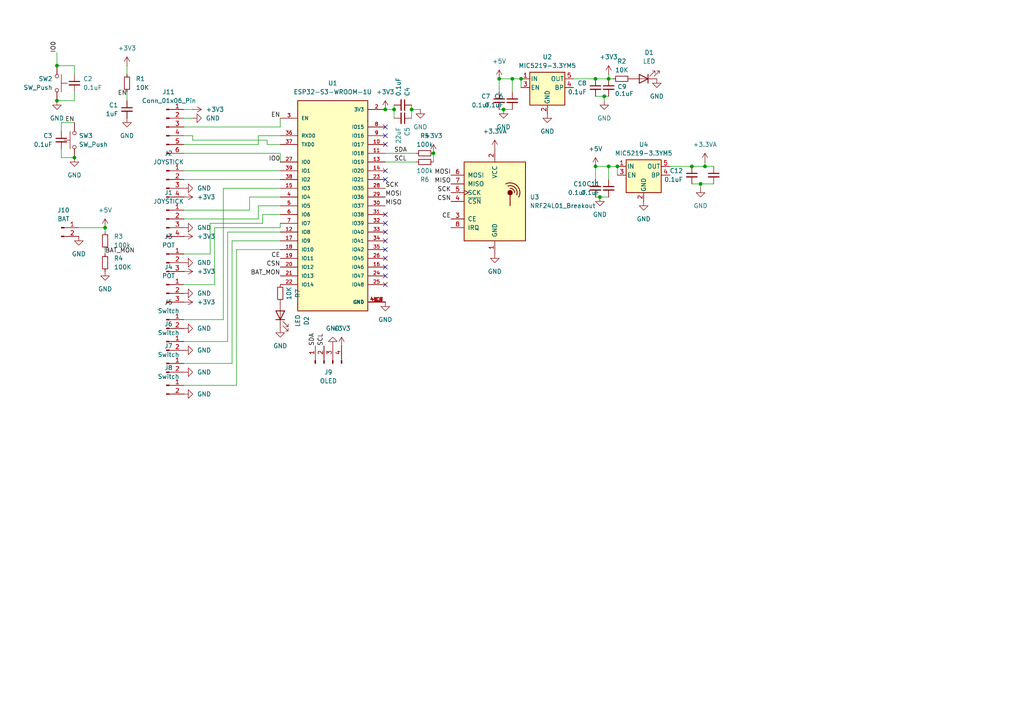
<source format=kicad_sch>
(kicad_sch
	(version 20250114)
	(generator "eeschema")
	(generator_version "9.0")
	(uuid "a17b515e-4aff-421e-a585-7abc2c0ec1c3")
	(paper "A4")
	(lib_symbols
		(symbol "Connector:Conn_01x02_Pin"
			(pin_names
				(offset 1.016)
				(hide yes)
			)
			(exclude_from_sim no)
			(in_bom yes)
			(on_board yes)
			(property "Reference" "J"
				(at 0 2.54 0)
				(effects
					(font
						(size 1.27 1.27)
					)
				)
			)
			(property "Value" "Conn_01x02_Pin"
				(at 0 -5.08 0)
				(effects
					(font
						(size 1.27 1.27)
					)
				)
			)
			(property "Footprint" ""
				(at 0 0 0)
				(effects
					(font
						(size 1.27 1.27)
					)
					(hide yes)
				)
			)
			(property "Datasheet" "~"
				(at 0 0 0)
				(effects
					(font
						(size 1.27 1.27)
					)
					(hide yes)
				)
			)
			(property "Description" "Generic connector, single row, 01x02, script generated"
				(at 0 0 0)
				(effects
					(font
						(size 1.27 1.27)
					)
					(hide yes)
				)
			)
			(property "ki_locked" ""
				(at 0 0 0)
				(effects
					(font
						(size 1.27 1.27)
					)
				)
			)
			(property "ki_keywords" "connector"
				(at 0 0 0)
				(effects
					(font
						(size 1.27 1.27)
					)
					(hide yes)
				)
			)
			(property "ki_fp_filters" "Connector*:*_1x??_*"
				(at 0 0 0)
				(effects
					(font
						(size 1.27 1.27)
					)
					(hide yes)
				)
			)
			(symbol "Conn_01x02_Pin_1_1"
				(rectangle
					(start 0.8636 0.127)
					(end 0 -0.127)
					(stroke
						(width 0.1524)
						(type default)
					)
					(fill
						(type outline)
					)
				)
				(rectangle
					(start 0.8636 -2.413)
					(end 0 -2.667)
					(stroke
						(width 0.1524)
						(type default)
					)
					(fill
						(type outline)
					)
				)
				(polyline
					(pts
						(xy 1.27 0) (xy 0.8636 0)
					)
					(stroke
						(width 0.1524)
						(type default)
					)
					(fill
						(type none)
					)
				)
				(polyline
					(pts
						(xy 1.27 -2.54) (xy 0.8636 -2.54)
					)
					(stroke
						(width 0.1524)
						(type default)
					)
					(fill
						(type none)
					)
				)
				(pin passive line
					(at 5.08 0 180)
					(length 3.81)
					(name "Pin_1"
						(effects
							(font
								(size 1.27 1.27)
							)
						)
					)
					(number "1"
						(effects
							(font
								(size 1.27 1.27)
							)
						)
					)
				)
				(pin passive line
					(at 5.08 -2.54 180)
					(length 3.81)
					(name "Pin_2"
						(effects
							(font
								(size 1.27 1.27)
							)
						)
					)
					(number "2"
						(effects
							(font
								(size 1.27 1.27)
							)
						)
					)
				)
			)
			(embedded_fonts no)
		)
		(symbol "Connector:Conn_01x03_Pin"
			(pin_names
				(offset 1.016)
				(hide yes)
			)
			(exclude_from_sim no)
			(in_bom yes)
			(on_board yes)
			(property "Reference" "J"
				(at 0 5.08 0)
				(effects
					(font
						(size 1.27 1.27)
					)
				)
			)
			(property "Value" "Conn_01x03_Pin"
				(at 0 -5.08 0)
				(effects
					(font
						(size 1.27 1.27)
					)
				)
			)
			(property "Footprint" ""
				(at 0 0 0)
				(effects
					(font
						(size 1.27 1.27)
					)
					(hide yes)
				)
			)
			(property "Datasheet" "~"
				(at 0 0 0)
				(effects
					(font
						(size 1.27 1.27)
					)
					(hide yes)
				)
			)
			(property "Description" "Generic connector, single row, 01x03, script generated"
				(at 0 0 0)
				(effects
					(font
						(size 1.27 1.27)
					)
					(hide yes)
				)
			)
			(property "ki_locked" ""
				(at 0 0 0)
				(effects
					(font
						(size 1.27 1.27)
					)
				)
			)
			(property "ki_keywords" "connector"
				(at 0 0 0)
				(effects
					(font
						(size 1.27 1.27)
					)
					(hide yes)
				)
			)
			(property "ki_fp_filters" "Connector*:*_1x??_*"
				(at 0 0 0)
				(effects
					(font
						(size 1.27 1.27)
					)
					(hide yes)
				)
			)
			(symbol "Conn_01x03_Pin_1_1"
				(rectangle
					(start 0.8636 2.667)
					(end 0 2.413)
					(stroke
						(width 0.1524)
						(type default)
					)
					(fill
						(type outline)
					)
				)
				(rectangle
					(start 0.8636 0.127)
					(end 0 -0.127)
					(stroke
						(width 0.1524)
						(type default)
					)
					(fill
						(type outline)
					)
				)
				(rectangle
					(start 0.8636 -2.413)
					(end 0 -2.667)
					(stroke
						(width 0.1524)
						(type default)
					)
					(fill
						(type outline)
					)
				)
				(polyline
					(pts
						(xy 1.27 2.54) (xy 0.8636 2.54)
					)
					(stroke
						(width 0.1524)
						(type default)
					)
					(fill
						(type none)
					)
				)
				(polyline
					(pts
						(xy 1.27 0) (xy 0.8636 0)
					)
					(stroke
						(width 0.1524)
						(type default)
					)
					(fill
						(type none)
					)
				)
				(polyline
					(pts
						(xy 1.27 -2.54) (xy 0.8636 -2.54)
					)
					(stroke
						(width 0.1524)
						(type default)
					)
					(fill
						(type none)
					)
				)
				(pin passive line
					(at 5.08 2.54 180)
					(length 3.81)
					(name "Pin_1"
						(effects
							(font
								(size 1.27 1.27)
							)
						)
					)
					(number "1"
						(effects
							(font
								(size 1.27 1.27)
							)
						)
					)
				)
				(pin passive line
					(at 5.08 0 180)
					(length 3.81)
					(name "Pin_2"
						(effects
							(font
								(size 1.27 1.27)
							)
						)
					)
					(number "2"
						(effects
							(font
								(size 1.27 1.27)
							)
						)
					)
				)
				(pin passive line
					(at 5.08 -2.54 180)
					(length 3.81)
					(name "Pin_3"
						(effects
							(font
								(size 1.27 1.27)
							)
						)
					)
					(number "3"
						(effects
							(font
								(size 1.27 1.27)
							)
						)
					)
				)
			)
			(embedded_fonts no)
		)
		(symbol "Connector:Conn_01x04_Pin"
			(pin_names
				(offset 1.016)
				(hide yes)
			)
			(exclude_from_sim no)
			(in_bom yes)
			(on_board yes)
			(property "Reference" "J"
				(at 0 5.08 0)
				(effects
					(font
						(size 1.27 1.27)
					)
				)
			)
			(property "Value" "Conn_01x04_Pin"
				(at 0 -7.62 0)
				(effects
					(font
						(size 1.27 1.27)
					)
				)
			)
			(property "Footprint" ""
				(at 0 0 0)
				(effects
					(font
						(size 1.27 1.27)
					)
					(hide yes)
				)
			)
			(property "Datasheet" "~"
				(at 0 0 0)
				(effects
					(font
						(size 1.27 1.27)
					)
					(hide yes)
				)
			)
			(property "Description" "Generic connector, single row, 01x04, script generated"
				(at 0 0 0)
				(effects
					(font
						(size 1.27 1.27)
					)
					(hide yes)
				)
			)
			(property "ki_locked" ""
				(at 0 0 0)
				(effects
					(font
						(size 1.27 1.27)
					)
				)
			)
			(property "ki_keywords" "connector"
				(at 0 0 0)
				(effects
					(font
						(size 1.27 1.27)
					)
					(hide yes)
				)
			)
			(property "ki_fp_filters" "Connector*:*_1x??_*"
				(at 0 0 0)
				(effects
					(font
						(size 1.27 1.27)
					)
					(hide yes)
				)
			)
			(symbol "Conn_01x04_Pin_1_1"
				(rectangle
					(start 0.8636 2.667)
					(end 0 2.413)
					(stroke
						(width 0.1524)
						(type default)
					)
					(fill
						(type outline)
					)
				)
				(rectangle
					(start 0.8636 0.127)
					(end 0 -0.127)
					(stroke
						(width 0.1524)
						(type default)
					)
					(fill
						(type outline)
					)
				)
				(rectangle
					(start 0.8636 -2.413)
					(end 0 -2.667)
					(stroke
						(width 0.1524)
						(type default)
					)
					(fill
						(type outline)
					)
				)
				(rectangle
					(start 0.8636 -4.953)
					(end 0 -5.207)
					(stroke
						(width 0.1524)
						(type default)
					)
					(fill
						(type outline)
					)
				)
				(polyline
					(pts
						(xy 1.27 2.54) (xy 0.8636 2.54)
					)
					(stroke
						(width 0.1524)
						(type default)
					)
					(fill
						(type none)
					)
				)
				(polyline
					(pts
						(xy 1.27 0) (xy 0.8636 0)
					)
					(stroke
						(width 0.1524)
						(type default)
					)
					(fill
						(type none)
					)
				)
				(polyline
					(pts
						(xy 1.27 -2.54) (xy 0.8636 -2.54)
					)
					(stroke
						(width 0.1524)
						(type default)
					)
					(fill
						(type none)
					)
				)
				(polyline
					(pts
						(xy 1.27 -5.08) (xy 0.8636 -5.08)
					)
					(stroke
						(width 0.1524)
						(type default)
					)
					(fill
						(type none)
					)
				)
				(pin passive line
					(at 5.08 2.54 180)
					(length 3.81)
					(name "Pin_1"
						(effects
							(font
								(size 1.27 1.27)
							)
						)
					)
					(number "1"
						(effects
							(font
								(size 1.27 1.27)
							)
						)
					)
				)
				(pin passive line
					(at 5.08 0 180)
					(length 3.81)
					(name "Pin_2"
						(effects
							(font
								(size 1.27 1.27)
							)
						)
					)
					(number "2"
						(effects
							(font
								(size 1.27 1.27)
							)
						)
					)
				)
				(pin passive line
					(at 5.08 -2.54 180)
					(length 3.81)
					(name "Pin_3"
						(effects
							(font
								(size 1.27 1.27)
							)
						)
					)
					(number "3"
						(effects
							(font
								(size 1.27 1.27)
							)
						)
					)
				)
				(pin passive line
					(at 5.08 -5.08 180)
					(length 3.81)
					(name "Pin_4"
						(effects
							(font
								(size 1.27 1.27)
							)
						)
					)
					(number "4"
						(effects
							(font
								(size 1.27 1.27)
							)
						)
					)
				)
			)
			(embedded_fonts no)
		)
		(symbol "Connector:Conn_01x06_Pin"
			(pin_names
				(offset 1.016)
				(hide yes)
			)
			(exclude_from_sim no)
			(in_bom yes)
			(on_board yes)
			(property "Reference" "J"
				(at 0 7.62 0)
				(effects
					(font
						(size 1.27 1.27)
					)
				)
			)
			(property "Value" "Conn_01x06_Pin"
				(at 0 -10.16 0)
				(effects
					(font
						(size 1.27 1.27)
					)
				)
			)
			(property "Footprint" ""
				(at 0 0 0)
				(effects
					(font
						(size 1.27 1.27)
					)
					(hide yes)
				)
			)
			(property "Datasheet" "~"
				(at 0 0 0)
				(effects
					(font
						(size 1.27 1.27)
					)
					(hide yes)
				)
			)
			(property "Description" "Generic connector, single row, 01x06, script generated"
				(at 0 0 0)
				(effects
					(font
						(size 1.27 1.27)
					)
					(hide yes)
				)
			)
			(property "ki_locked" ""
				(at 0 0 0)
				(effects
					(font
						(size 1.27 1.27)
					)
				)
			)
			(property "ki_keywords" "connector"
				(at 0 0 0)
				(effects
					(font
						(size 1.27 1.27)
					)
					(hide yes)
				)
			)
			(property "ki_fp_filters" "Connector*:*_1x??_*"
				(at 0 0 0)
				(effects
					(font
						(size 1.27 1.27)
					)
					(hide yes)
				)
			)
			(symbol "Conn_01x06_Pin_1_1"
				(rectangle
					(start 0.8636 5.207)
					(end 0 4.953)
					(stroke
						(width 0.1524)
						(type default)
					)
					(fill
						(type outline)
					)
				)
				(rectangle
					(start 0.8636 2.667)
					(end 0 2.413)
					(stroke
						(width 0.1524)
						(type default)
					)
					(fill
						(type outline)
					)
				)
				(rectangle
					(start 0.8636 0.127)
					(end 0 -0.127)
					(stroke
						(width 0.1524)
						(type default)
					)
					(fill
						(type outline)
					)
				)
				(rectangle
					(start 0.8636 -2.413)
					(end 0 -2.667)
					(stroke
						(width 0.1524)
						(type default)
					)
					(fill
						(type outline)
					)
				)
				(rectangle
					(start 0.8636 -4.953)
					(end 0 -5.207)
					(stroke
						(width 0.1524)
						(type default)
					)
					(fill
						(type outline)
					)
				)
				(rectangle
					(start 0.8636 -7.493)
					(end 0 -7.747)
					(stroke
						(width 0.1524)
						(type default)
					)
					(fill
						(type outline)
					)
				)
				(polyline
					(pts
						(xy 1.27 5.08) (xy 0.8636 5.08)
					)
					(stroke
						(width 0.1524)
						(type default)
					)
					(fill
						(type none)
					)
				)
				(polyline
					(pts
						(xy 1.27 2.54) (xy 0.8636 2.54)
					)
					(stroke
						(width 0.1524)
						(type default)
					)
					(fill
						(type none)
					)
				)
				(polyline
					(pts
						(xy 1.27 0) (xy 0.8636 0)
					)
					(stroke
						(width 0.1524)
						(type default)
					)
					(fill
						(type none)
					)
				)
				(polyline
					(pts
						(xy 1.27 -2.54) (xy 0.8636 -2.54)
					)
					(stroke
						(width 0.1524)
						(type default)
					)
					(fill
						(type none)
					)
				)
				(polyline
					(pts
						(xy 1.27 -5.08) (xy 0.8636 -5.08)
					)
					(stroke
						(width 0.1524)
						(type default)
					)
					(fill
						(type none)
					)
				)
				(polyline
					(pts
						(xy 1.27 -7.62) (xy 0.8636 -7.62)
					)
					(stroke
						(width 0.1524)
						(type default)
					)
					(fill
						(type none)
					)
				)
				(pin passive line
					(at 5.08 5.08 180)
					(length 3.81)
					(name "Pin_1"
						(effects
							(font
								(size 1.27 1.27)
							)
						)
					)
					(number "1"
						(effects
							(font
								(size 1.27 1.27)
							)
						)
					)
				)
				(pin passive line
					(at 5.08 2.54 180)
					(length 3.81)
					(name "Pin_2"
						(effects
							(font
								(size 1.27 1.27)
							)
						)
					)
					(number "2"
						(effects
							(font
								(size 1.27 1.27)
							)
						)
					)
				)
				(pin passive line
					(at 5.08 0 180)
					(length 3.81)
					(name "Pin_3"
						(effects
							(font
								(size 1.27 1.27)
							)
						)
					)
					(number "3"
						(effects
							(font
								(size 1.27 1.27)
							)
						)
					)
				)
				(pin passive line
					(at 5.08 -2.54 180)
					(length 3.81)
					(name "Pin_4"
						(effects
							(font
								(size 1.27 1.27)
							)
						)
					)
					(number "4"
						(effects
							(font
								(size 1.27 1.27)
							)
						)
					)
				)
				(pin passive line
					(at 5.08 -5.08 180)
					(length 3.81)
					(name "Pin_5"
						(effects
							(font
								(size 1.27 1.27)
							)
						)
					)
					(number "5"
						(effects
							(font
								(size 1.27 1.27)
							)
						)
					)
				)
				(pin passive line
					(at 5.08 -7.62 180)
					(length 3.81)
					(name "Pin_6"
						(effects
							(font
								(size 1.27 1.27)
							)
						)
					)
					(number "6"
						(effects
							(font
								(size 1.27 1.27)
							)
						)
					)
				)
			)
			(embedded_fonts no)
		)
		(symbol "Device:C_Small"
			(pin_numbers
				(hide yes)
			)
			(pin_names
				(offset 0.254)
				(hide yes)
			)
			(exclude_from_sim no)
			(in_bom yes)
			(on_board yes)
			(property "Reference" "C"
				(at 0.254 1.778 0)
				(effects
					(font
						(size 1.27 1.27)
					)
					(justify left)
				)
			)
			(property "Value" "C_Small"
				(at 0.254 -2.032 0)
				(effects
					(font
						(size 1.27 1.27)
					)
					(justify left)
				)
			)
			(property "Footprint" ""
				(at 0 0 0)
				(effects
					(font
						(size 1.27 1.27)
					)
					(hide yes)
				)
			)
			(property "Datasheet" "~"
				(at 0 0 0)
				(effects
					(font
						(size 1.27 1.27)
					)
					(hide yes)
				)
			)
			(property "Description" "Unpolarized capacitor, small symbol"
				(at 0 0 0)
				(effects
					(font
						(size 1.27 1.27)
					)
					(hide yes)
				)
			)
			(property "ki_keywords" "capacitor cap"
				(at 0 0 0)
				(effects
					(font
						(size 1.27 1.27)
					)
					(hide yes)
				)
			)
			(property "ki_fp_filters" "C_*"
				(at 0 0 0)
				(effects
					(font
						(size 1.27 1.27)
					)
					(hide yes)
				)
			)
			(symbol "C_Small_0_1"
				(polyline
					(pts
						(xy -1.524 0.508) (xy 1.524 0.508)
					)
					(stroke
						(width 0.3048)
						(type default)
					)
					(fill
						(type none)
					)
				)
				(polyline
					(pts
						(xy -1.524 -0.508) (xy 1.524 -0.508)
					)
					(stroke
						(width 0.3302)
						(type default)
					)
					(fill
						(type none)
					)
				)
			)
			(symbol "C_Small_1_1"
				(pin passive line
					(at 0 2.54 270)
					(length 2.032)
					(name "~"
						(effects
							(font
								(size 1.27 1.27)
							)
						)
					)
					(number "1"
						(effects
							(font
								(size 1.27 1.27)
							)
						)
					)
				)
				(pin passive line
					(at 0 -2.54 90)
					(length 2.032)
					(name "~"
						(effects
							(font
								(size 1.27 1.27)
							)
						)
					)
					(number "2"
						(effects
							(font
								(size 1.27 1.27)
							)
						)
					)
				)
			)
			(embedded_fonts no)
		)
		(symbol "Device:LED"
			(pin_numbers
				(hide yes)
			)
			(pin_names
				(offset 1.016)
				(hide yes)
			)
			(exclude_from_sim no)
			(in_bom yes)
			(on_board yes)
			(property "Reference" "D"
				(at 0 2.54 0)
				(effects
					(font
						(size 1.27 1.27)
					)
				)
			)
			(property "Value" "LED"
				(at 0 -2.54 0)
				(effects
					(font
						(size 1.27 1.27)
					)
				)
			)
			(property "Footprint" ""
				(at 0 0 0)
				(effects
					(font
						(size 1.27 1.27)
					)
					(hide yes)
				)
			)
			(property "Datasheet" "~"
				(at 0 0 0)
				(effects
					(font
						(size 1.27 1.27)
					)
					(hide yes)
				)
			)
			(property "Description" "Light emitting diode"
				(at 0 0 0)
				(effects
					(font
						(size 1.27 1.27)
					)
					(hide yes)
				)
			)
			(property "Sim.Pins" "1=K 2=A"
				(at 0 0 0)
				(effects
					(font
						(size 1.27 1.27)
					)
					(hide yes)
				)
			)
			(property "ki_keywords" "LED diode"
				(at 0 0 0)
				(effects
					(font
						(size 1.27 1.27)
					)
					(hide yes)
				)
			)
			(property "ki_fp_filters" "LED* LED_SMD:* LED_THT:*"
				(at 0 0 0)
				(effects
					(font
						(size 1.27 1.27)
					)
					(hide yes)
				)
			)
			(symbol "LED_0_1"
				(polyline
					(pts
						(xy -3.048 -0.762) (xy -4.572 -2.286) (xy -3.81 -2.286) (xy -4.572 -2.286) (xy -4.572 -1.524)
					)
					(stroke
						(width 0)
						(type default)
					)
					(fill
						(type none)
					)
				)
				(polyline
					(pts
						(xy -1.778 -0.762) (xy -3.302 -2.286) (xy -2.54 -2.286) (xy -3.302 -2.286) (xy -3.302 -1.524)
					)
					(stroke
						(width 0)
						(type default)
					)
					(fill
						(type none)
					)
				)
				(polyline
					(pts
						(xy -1.27 0) (xy 1.27 0)
					)
					(stroke
						(width 0)
						(type default)
					)
					(fill
						(type none)
					)
				)
				(polyline
					(pts
						(xy -1.27 -1.27) (xy -1.27 1.27)
					)
					(stroke
						(width 0.254)
						(type default)
					)
					(fill
						(type none)
					)
				)
				(polyline
					(pts
						(xy 1.27 -1.27) (xy 1.27 1.27) (xy -1.27 0) (xy 1.27 -1.27)
					)
					(stroke
						(width 0.254)
						(type default)
					)
					(fill
						(type none)
					)
				)
			)
			(symbol "LED_1_1"
				(pin passive line
					(at -3.81 0 0)
					(length 2.54)
					(name "K"
						(effects
							(font
								(size 1.27 1.27)
							)
						)
					)
					(number "1"
						(effects
							(font
								(size 1.27 1.27)
							)
						)
					)
				)
				(pin passive line
					(at 3.81 0 180)
					(length 2.54)
					(name "A"
						(effects
							(font
								(size 1.27 1.27)
							)
						)
					)
					(number "2"
						(effects
							(font
								(size 1.27 1.27)
							)
						)
					)
				)
			)
			(embedded_fonts no)
		)
		(symbol "Device:R_Small"
			(pin_numbers
				(hide yes)
			)
			(pin_names
				(offset 0.254)
				(hide yes)
			)
			(exclude_from_sim no)
			(in_bom yes)
			(on_board yes)
			(property "Reference" "R"
				(at 0.762 0.508 0)
				(effects
					(font
						(size 1.27 1.27)
					)
					(justify left)
				)
			)
			(property "Value" "R_Small"
				(at 0.762 -1.016 0)
				(effects
					(font
						(size 1.27 1.27)
					)
					(justify left)
				)
			)
			(property "Footprint" ""
				(at 0 0 0)
				(effects
					(font
						(size 1.27 1.27)
					)
					(hide yes)
				)
			)
			(property "Datasheet" "~"
				(at 0 0 0)
				(effects
					(font
						(size 1.27 1.27)
					)
					(hide yes)
				)
			)
			(property "Description" "Resistor, small symbol"
				(at 0 0 0)
				(effects
					(font
						(size 1.27 1.27)
					)
					(hide yes)
				)
			)
			(property "ki_keywords" "R resistor"
				(at 0 0 0)
				(effects
					(font
						(size 1.27 1.27)
					)
					(hide yes)
				)
			)
			(property "ki_fp_filters" "R_*"
				(at 0 0 0)
				(effects
					(font
						(size 1.27 1.27)
					)
					(hide yes)
				)
			)
			(symbol "R_Small_0_1"
				(rectangle
					(start -0.762 1.778)
					(end 0.762 -1.778)
					(stroke
						(width 0.2032)
						(type default)
					)
					(fill
						(type none)
					)
				)
			)
			(symbol "R_Small_1_1"
				(pin passive line
					(at 0 2.54 270)
					(length 0.762)
					(name "~"
						(effects
							(font
								(size 1.27 1.27)
							)
						)
					)
					(number "1"
						(effects
							(font
								(size 1.27 1.27)
							)
						)
					)
				)
				(pin passive line
					(at 0 -2.54 90)
					(length 0.762)
					(name "~"
						(effects
							(font
								(size 1.27 1.27)
							)
						)
					)
					(number "2"
						(effects
							(font
								(size 1.27 1.27)
							)
						)
					)
				)
			)
			(embedded_fonts no)
		)
		(symbol "ESP32-S3-WROOM-1U:ESP32-S3-WROOM-1U"
			(pin_names
				(offset 1.016)
			)
			(exclude_from_sim no)
			(in_bom yes)
			(on_board yes)
			(property "Reference" "U"
				(at -10.16 31.369 0)
				(effects
					(font
						(size 1.27 1.27)
					)
					(justify left bottom)
				)
			)
			(property "Value" "ESP32-S3-WROOM-1U"
				(at -10.16 -33.02 0)
				(effects
					(font
						(size 1.27 1.27)
					)
					(justify left bottom)
				)
			)
			(property "Footprint" "ESP32-S3-WROOM-1U:XCVR_ESP32-S3-WROOM-1U"
				(at 0 0 0)
				(effects
					(font
						(size 1.27 1.27)
					)
					(justify bottom)
					(hide yes)
				)
			)
			(property "Datasheet" ""
				(at 0 0 0)
				(effects
					(font
						(size 1.27 1.27)
					)
					(hide yes)
				)
			)
			(property "Description" ""
				(at 0 0 0)
				(effects
					(font
						(size 1.27 1.27)
					)
					(hide yes)
				)
			)
			(property "MF" "Espressif Systems"
				(at 0 0 0)
				(effects
					(font
						(size 1.27 1.27)
					)
					(justify bottom)
					(hide yes)
				)
			)
			(property "MAXIMUM_PACKAGE_HEIGHT" "3.35mm"
				(at 0 0 0)
				(effects
					(font
						(size 1.27 1.27)
					)
					(justify bottom)
					(hide yes)
				)
			)
			(property "Package" "SMD-41 Espressif Systems"
				(at 0 0 0)
				(effects
					(font
						(size 1.27 1.27)
					)
					(justify bottom)
					(hide yes)
				)
			)
			(property "Price" "None"
				(at 0 0 0)
				(effects
					(font
						(size 1.27 1.27)
					)
					(justify bottom)
					(hide yes)
				)
			)
			(property "Check_prices" "https://www.snapeda.com/parts/ESP32-S3-WROOM-1U/Espressif+Systems/view-part/?ref=eda"
				(at 0 0 0)
				(effects
					(font
						(size 1.27 1.27)
					)
					(justify bottom)
					(hide yes)
				)
			)
			(property "STANDARD" "Manufacturer Recommendations"
				(at 0 0 0)
				(effects
					(font
						(size 1.27 1.27)
					)
					(justify bottom)
					(hide yes)
				)
			)
			(property "PARTREV" "v0.6"
				(at 0 0 0)
				(effects
					(font
						(size 1.27 1.27)
					)
					(justify bottom)
					(hide yes)
				)
			)
			(property "SnapEDA_Link" "https://www.snapeda.com/parts/ESP32-S3-WROOM-1U/Espressif+Systems/view-part/?ref=snap"
				(at 0 0 0)
				(effects
					(font
						(size 1.27 1.27)
					)
					(justify bottom)
					(hide yes)
				)
			)
			(property "MP" "ESP32-S3-WROOM-1U"
				(at 0 0 0)
				(effects
					(font
						(size 1.27 1.27)
					)
					(justify bottom)
					(hide yes)
				)
			)
			(property "Description_1" "2.4 GHz Wi-Fi (802.11 b/g/n) and Bluetooth 5 (LE) module"
				(at 0 0 0)
				(effects
					(font
						(size 1.27 1.27)
					)
					(justify bottom)
					(hide yes)
				)
			)
			(property "Availability" "Not in stock"
				(at 0 0 0)
				(effects
					(font
						(size 1.27 1.27)
					)
					(justify bottom)
					(hide yes)
				)
			)
			(property "MANUFACTURER" "Espressif"
				(at 0 0 0)
				(effects
					(font
						(size 1.27 1.27)
					)
					(justify bottom)
					(hide yes)
				)
			)
			(symbol "ESP32-S3-WROOM-1U_0_0"
				(rectangle
					(start -10.16 -30.48)
					(end 10.16 30.48)
					(stroke
						(width 0.254)
						(type default)
					)
					(fill
						(type background)
					)
				)
				(pin input line
					(at -15.24 25.4 0)
					(length 5.08)
					(name "EN"
						(effects
							(font
								(size 1.016 1.016)
							)
						)
					)
					(number "3"
						(effects
							(font
								(size 1.016 1.016)
							)
						)
					)
				)
				(pin bidirectional line
					(at -15.24 20.32 0)
					(length 5.08)
					(name "RXD0"
						(effects
							(font
								(size 1.016 1.016)
							)
						)
					)
					(number "36"
						(effects
							(font
								(size 1.016 1.016)
							)
						)
					)
				)
				(pin bidirectional line
					(at -15.24 17.78 0)
					(length 5.08)
					(name "TXD0"
						(effects
							(font
								(size 1.016 1.016)
							)
						)
					)
					(number "37"
						(effects
							(font
								(size 1.016 1.016)
							)
						)
					)
				)
				(pin bidirectional line
					(at -15.24 12.7 0)
					(length 5.08)
					(name "IO0"
						(effects
							(font
								(size 1.016 1.016)
							)
						)
					)
					(number "27"
						(effects
							(font
								(size 1.016 1.016)
							)
						)
					)
				)
				(pin bidirectional line
					(at -15.24 10.16 0)
					(length 5.08)
					(name "IO1"
						(effects
							(font
								(size 1.016 1.016)
							)
						)
					)
					(number "39"
						(effects
							(font
								(size 1.016 1.016)
							)
						)
					)
				)
				(pin bidirectional line
					(at -15.24 7.62 0)
					(length 5.08)
					(name "IO2"
						(effects
							(font
								(size 1.016 1.016)
							)
						)
					)
					(number "38"
						(effects
							(font
								(size 1.016 1.016)
							)
						)
					)
				)
				(pin bidirectional line
					(at -15.24 5.08 0)
					(length 5.08)
					(name "IO3"
						(effects
							(font
								(size 1.016 1.016)
							)
						)
					)
					(number "15"
						(effects
							(font
								(size 1.016 1.016)
							)
						)
					)
				)
				(pin bidirectional line
					(at -15.24 2.54 0)
					(length 5.08)
					(name "IO4"
						(effects
							(font
								(size 1.016 1.016)
							)
						)
					)
					(number "4"
						(effects
							(font
								(size 1.016 1.016)
							)
						)
					)
				)
				(pin bidirectional line
					(at -15.24 0 0)
					(length 5.08)
					(name "IO5"
						(effects
							(font
								(size 1.016 1.016)
							)
						)
					)
					(number "5"
						(effects
							(font
								(size 1.016 1.016)
							)
						)
					)
				)
				(pin bidirectional line
					(at -15.24 -2.54 0)
					(length 5.08)
					(name "IO6"
						(effects
							(font
								(size 1.016 1.016)
							)
						)
					)
					(number "6"
						(effects
							(font
								(size 1.016 1.016)
							)
						)
					)
				)
				(pin bidirectional line
					(at -15.24 -5.08 0)
					(length 5.08)
					(name "IO7"
						(effects
							(font
								(size 1.016 1.016)
							)
						)
					)
					(number "7"
						(effects
							(font
								(size 1.016 1.016)
							)
						)
					)
				)
				(pin bidirectional line
					(at -15.24 -7.62 0)
					(length 5.08)
					(name "IO8"
						(effects
							(font
								(size 1.016 1.016)
							)
						)
					)
					(number "12"
						(effects
							(font
								(size 1.016 1.016)
							)
						)
					)
				)
				(pin bidirectional line
					(at -15.24 -10.16 0)
					(length 5.08)
					(name "IO9"
						(effects
							(font
								(size 1.016 1.016)
							)
						)
					)
					(number "17"
						(effects
							(font
								(size 1.016 1.016)
							)
						)
					)
				)
				(pin bidirectional line
					(at -15.24 -12.7 0)
					(length 5.08)
					(name "IO10"
						(effects
							(font
								(size 1.016 1.016)
							)
						)
					)
					(number "18"
						(effects
							(font
								(size 1.016 1.016)
							)
						)
					)
				)
				(pin bidirectional line
					(at -15.24 -15.24 0)
					(length 5.08)
					(name "IO11"
						(effects
							(font
								(size 1.016 1.016)
							)
						)
					)
					(number "19"
						(effects
							(font
								(size 1.016 1.016)
							)
						)
					)
				)
				(pin bidirectional line
					(at -15.24 -17.78 0)
					(length 5.08)
					(name "IO12"
						(effects
							(font
								(size 1.016 1.016)
							)
						)
					)
					(number "20"
						(effects
							(font
								(size 1.016 1.016)
							)
						)
					)
				)
				(pin bidirectional line
					(at -15.24 -20.32 0)
					(length 5.08)
					(name "IO13"
						(effects
							(font
								(size 1.016 1.016)
							)
						)
					)
					(number "21"
						(effects
							(font
								(size 1.016 1.016)
							)
						)
					)
				)
				(pin bidirectional line
					(at -15.24 -22.86 0)
					(length 5.08)
					(name "IO14"
						(effects
							(font
								(size 1.016 1.016)
							)
						)
					)
					(number "22"
						(effects
							(font
								(size 1.016 1.016)
							)
						)
					)
				)
				(pin power_in line
					(at 15.24 27.94 180)
					(length 5.08)
					(name "3V3"
						(effects
							(font
								(size 1.016 1.016)
							)
						)
					)
					(number "2"
						(effects
							(font
								(size 1.016 1.016)
							)
						)
					)
				)
				(pin bidirectional line
					(at 15.24 22.86 180)
					(length 5.08)
					(name "IO15"
						(effects
							(font
								(size 1.016 1.016)
							)
						)
					)
					(number "8"
						(effects
							(font
								(size 1.016 1.016)
							)
						)
					)
				)
				(pin bidirectional line
					(at 15.24 20.32 180)
					(length 5.08)
					(name "IO16"
						(effects
							(font
								(size 1.016 1.016)
							)
						)
					)
					(number "9"
						(effects
							(font
								(size 1.016 1.016)
							)
						)
					)
				)
				(pin bidirectional line
					(at 15.24 17.78 180)
					(length 5.08)
					(name "IO17"
						(effects
							(font
								(size 1.016 1.016)
							)
						)
					)
					(number "10"
						(effects
							(font
								(size 1.016 1.016)
							)
						)
					)
				)
				(pin bidirectional line
					(at 15.24 15.24 180)
					(length 5.08)
					(name "IO18"
						(effects
							(font
								(size 1.016 1.016)
							)
						)
					)
					(number "11"
						(effects
							(font
								(size 1.016 1.016)
							)
						)
					)
				)
				(pin bidirectional line
					(at 15.24 12.7 180)
					(length 5.08)
					(name "IO19"
						(effects
							(font
								(size 1.016 1.016)
							)
						)
					)
					(number "13"
						(effects
							(font
								(size 1.016 1.016)
							)
						)
					)
				)
				(pin bidirectional line
					(at 15.24 10.16 180)
					(length 5.08)
					(name "IO20"
						(effects
							(font
								(size 1.016 1.016)
							)
						)
					)
					(number "14"
						(effects
							(font
								(size 1.016 1.016)
							)
						)
					)
				)
				(pin bidirectional line
					(at 15.24 7.62 180)
					(length 5.08)
					(name "IO21"
						(effects
							(font
								(size 1.016 1.016)
							)
						)
					)
					(number "23"
						(effects
							(font
								(size 1.016 1.016)
							)
						)
					)
				)
				(pin bidirectional line
					(at 15.24 5.08 180)
					(length 5.08)
					(name "IO35"
						(effects
							(font
								(size 1.016 1.016)
							)
						)
					)
					(number "28"
						(effects
							(font
								(size 1.016 1.016)
							)
						)
					)
				)
				(pin bidirectional line
					(at 15.24 2.54 180)
					(length 5.08)
					(name "IO36"
						(effects
							(font
								(size 1.016 1.016)
							)
						)
					)
					(number "29"
						(effects
							(font
								(size 1.016 1.016)
							)
						)
					)
				)
				(pin bidirectional line
					(at 15.24 0 180)
					(length 5.08)
					(name "IO37"
						(effects
							(font
								(size 1.016 1.016)
							)
						)
					)
					(number "30"
						(effects
							(font
								(size 1.016 1.016)
							)
						)
					)
				)
				(pin bidirectional line
					(at 15.24 -2.54 180)
					(length 5.08)
					(name "IO38"
						(effects
							(font
								(size 1.016 1.016)
							)
						)
					)
					(number "31"
						(effects
							(font
								(size 1.016 1.016)
							)
						)
					)
				)
				(pin bidirectional line
					(at 15.24 -5.08 180)
					(length 5.08)
					(name "IO39"
						(effects
							(font
								(size 1.016 1.016)
							)
						)
					)
					(number "32"
						(effects
							(font
								(size 1.016 1.016)
							)
						)
					)
				)
				(pin bidirectional line
					(at 15.24 -7.62 180)
					(length 5.08)
					(name "IO40"
						(effects
							(font
								(size 1.016 1.016)
							)
						)
					)
					(number "33"
						(effects
							(font
								(size 1.016 1.016)
							)
						)
					)
				)
				(pin bidirectional line
					(at 15.24 -10.16 180)
					(length 5.08)
					(name "IO41"
						(effects
							(font
								(size 1.016 1.016)
							)
						)
					)
					(number "34"
						(effects
							(font
								(size 1.016 1.016)
							)
						)
					)
				)
				(pin bidirectional line
					(at 15.24 -12.7 180)
					(length 5.08)
					(name "IO42"
						(effects
							(font
								(size 1.016 1.016)
							)
						)
					)
					(number "35"
						(effects
							(font
								(size 1.016 1.016)
							)
						)
					)
				)
				(pin bidirectional line
					(at 15.24 -15.24 180)
					(length 5.08)
					(name "IO45"
						(effects
							(font
								(size 1.016 1.016)
							)
						)
					)
					(number "26"
						(effects
							(font
								(size 1.016 1.016)
							)
						)
					)
				)
				(pin bidirectional line
					(at 15.24 -17.78 180)
					(length 5.08)
					(name "IO46"
						(effects
							(font
								(size 1.016 1.016)
							)
						)
					)
					(number "16"
						(effects
							(font
								(size 1.016 1.016)
							)
						)
					)
				)
				(pin bidirectional line
					(at 15.24 -20.32 180)
					(length 5.08)
					(name "IO47"
						(effects
							(font
								(size 1.016 1.016)
							)
						)
					)
					(number "24"
						(effects
							(font
								(size 1.016 1.016)
							)
						)
					)
				)
				(pin bidirectional line
					(at 15.24 -22.86 180)
					(length 5.08)
					(name "IO48"
						(effects
							(font
								(size 1.016 1.016)
							)
						)
					)
					(number "25"
						(effects
							(font
								(size 1.016 1.016)
							)
						)
					)
				)
				(pin power_in line
					(at 15.24 -27.94 180)
					(length 5.08)
					(name "GND"
						(effects
							(font
								(size 1.016 1.016)
							)
						)
					)
					(number "1"
						(effects
							(font
								(size 1.016 1.016)
							)
						)
					)
				)
				(pin power_in line
					(at 15.24 -27.94 180)
					(length 5.08)
					(name "GND"
						(effects
							(font
								(size 1.016 1.016)
							)
						)
					)
					(number "40"
						(effects
							(font
								(size 1.016 1.016)
							)
						)
					)
				)
				(pin power_in line
					(at 15.24 -27.94 180)
					(length 5.08)
					(name "GND"
						(effects
							(font
								(size 1.016 1.016)
							)
						)
					)
					(number "41_1"
						(effects
							(font
								(size 1.016 1.016)
							)
						)
					)
				)
				(pin power_in line
					(at 15.24 -27.94 180)
					(length 5.08)
					(name "GND"
						(effects
							(font
								(size 1.016 1.016)
							)
						)
					)
					(number "41_2"
						(effects
							(font
								(size 1.016 1.016)
							)
						)
					)
				)
				(pin power_in line
					(at 15.24 -27.94 180)
					(length 5.08)
					(name "GND"
						(effects
							(font
								(size 1.016 1.016)
							)
						)
					)
					(number "41_3"
						(effects
							(font
								(size 1.016 1.016)
							)
						)
					)
				)
				(pin power_in line
					(at 15.24 -27.94 180)
					(length 5.08)
					(name "GND"
						(effects
							(font
								(size 1.016 1.016)
							)
						)
					)
					(number "41_4"
						(effects
							(font
								(size 1.016 1.016)
							)
						)
					)
				)
				(pin power_in line
					(at 15.24 -27.94 180)
					(length 5.08)
					(name "GND"
						(effects
							(font
								(size 1.016 1.016)
							)
						)
					)
					(number "41_5"
						(effects
							(font
								(size 1.016 1.016)
							)
						)
					)
				)
				(pin power_in line
					(at 15.24 -27.94 180)
					(length 5.08)
					(name "GND"
						(effects
							(font
								(size 1.016 1.016)
							)
						)
					)
					(number "41_6"
						(effects
							(font
								(size 1.016 1.016)
							)
						)
					)
				)
				(pin power_in line
					(at 15.24 -27.94 180)
					(length 5.08)
					(name "GND"
						(effects
							(font
								(size 1.016 1.016)
							)
						)
					)
					(number "41_7"
						(effects
							(font
								(size 1.016 1.016)
							)
						)
					)
				)
				(pin power_in line
					(at 15.24 -27.94 180)
					(length 5.08)
					(name "GND"
						(effects
							(font
								(size 1.016 1.016)
							)
						)
					)
					(number "41_8"
						(effects
							(font
								(size 1.016 1.016)
							)
						)
					)
				)
				(pin power_in line
					(at 15.24 -27.94 180)
					(length 5.08)
					(name "GND"
						(effects
							(font
								(size 1.016 1.016)
							)
						)
					)
					(number "41_9"
						(effects
							(font
								(size 1.016 1.016)
							)
						)
					)
				)
			)
			(embedded_fonts no)
		)
		(symbol "RF:NRF24L01_Breakout"
			(pin_names
				(offset 1.016)
			)
			(exclude_from_sim no)
			(in_bom yes)
			(on_board yes)
			(property "Reference" "U"
				(at -8.89 12.7 0)
				(effects
					(font
						(size 1.27 1.27)
					)
					(justify left)
				)
			)
			(property "Value" "NRF24L01_Breakout"
				(at 3.81 12.7 0)
				(effects
					(font
						(size 1.27 1.27)
					)
					(justify left)
				)
			)
			(property "Footprint" "RF_Module:nRF24L01_Breakout"
				(at 3.81 15.24 0)
				(effects
					(font
						(size 1.27 1.27)
						(italic yes)
					)
					(justify left)
					(hide yes)
				)
			)
			(property "Datasheet" "http://www.nordicsemi.com/eng/content/download/2730/34105/file/nRF24L01_Product_Specification_v2_0.pdf"
				(at 0 -2.54 0)
				(effects
					(font
						(size 1.27 1.27)
					)
					(hide yes)
				)
			)
			(property "Description" "Ultra low power 2.4GHz RF Transceiver, Carrier PCB"
				(at 0 0 0)
				(effects
					(font
						(size 1.27 1.27)
					)
					(hide yes)
				)
			)
			(property "ki_keywords" "Low Power RF Transceiver breakout carrier"
				(at 0 0 0)
				(effects
					(font
						(size 1.27 1.27)
					)
					(hide yes)
				)
			)
			(property "ki_fp_filters" "nRF24L01*Breakout*"
				(at 0 0 0)
				(effects
					(font
						(size 1.27 1.27)
					)
					(hide yes)
				)
			)
			(symbol "NRF24L01_Breakout_0_1"
				(rectangle
					(start -8.89 11.43)
					(end 8.89 -11.43)
					(stroke
						(width 0.254)
						(type default)
					)
					(fill
						(type background)
					)
				)
				(arc
					(start 3.175 5.08)
					(mid 6.453 4.548)
					(end 6.985 1.27)
					(stroke
						(width 0.254)
						(type default)
					)
					(fill
						(type none)
					)
				)
				(circle
					(center 4.445 2.54)
					(radius 0.635)
					(stroke
						(width 0.254)
						(type default)
					)
					(fill
						(type outline)
					)
				)
				(polyline
					(pts
						(xy 4.445 1.905) (xy 4.445 -1.27)
					)
					(stroke
						(width 0.254)
						(type default)
					)
					(fill
						(type none)
					)
				)
				(arc
					(start 3.81 4.445)
					(mid 5.8835 3.9785)
					(end 6.35 1.905)
					(stroke
						(width 0.254)
						(type default)
					)
					(fill
						(type none)
					)
				)
				(arc
					(start 4.445 3.81)
					(mid 5.3558 3.4508)
					(end 5.715 2.54)
					(stroke
						(width 0.254)
						(type default)
					)
					(fill
						(type none)
					)
				)
			)
			(symbol "NRF24L01_Breakout_1_1"
				(pin input line
					(at -12.7 7.62 0)
					(length 3.81)
					(name "MOSI"
						(effects
							(font
								(size 1.27 1.27)
							)
						)
					)
					(number "6"
						(effects
							(font
								(size 1.27 1.27)
							)
						)
					)
				)
				(pin output line
					(at -12.7 5.08 0)
					(length 3.81)
					(name "MISO"
						(effects
							(font
								(size 1.27 1.27)
							)
						)
					)
					(number "7"
						(effects
							(font
								(size 1.27 1.27)
							)
						)
					)
				)
				(pin input clock
					(at -12.7 2.54 0)
					(length 3.81)
					(name "SCK"
						(effects
							(font
								(size 1.27 1.27)
							)
						)
					)
					(number "5"
						(effects
							(font
								(size 1.27 1.27)
							)
						)
					)
				)
				(pin input line
					(at -12.7 0 0)
					(length 3.81)
					(name "~{CSN}"
						(effects
							(font
								(size 1.27 1.27)
							)
						)
					)
					(number "4"
						(effects
							(font
								(size 1.27 1.27)
							)
						)
					)
				)
				(pin input line
					(at -12.7 -5.08 0)
					(length 3.81)
					(name "CE"
						(effects
							(font
								(size 1.27 1.27)
							)
						)
					)
					(number "3"
						(effects
							(font
								(size 1.27 1.27)
							)
						)
					)
				)
				(pin output line
					(at -12.7 -7.62 0)
					(length 3.81)
					(name "IRQ"
						(effects
							(font
								(size 1.27 1.27)
							)
						)
					)
					(number "8"
						(effects
							(font
								(size 1.27 1.27)
							)
						)
					)
				)
				(pin power_in line
					(at 0 15.24 270)
					(length 3.81)
					(name "VCC"
						(effects
							(font
								(size 1.27 1.27)
							)
						)
					)
					(number "2"
						(effects
							(font
								(size 1.27 1.27)
							)
						)
					)
				)
				(pin power_in line
					(at 0 -15.24 90)
					(length 3.81)
					(name "GND"
						(effects
							(font
								(size 1.27 1.27)
							)
						)
					)
					(number "1"
						(effects
							(font
								(size 1.27 1.27)
							)
						)
					)
				)
			)
			(embedded_fonts no)
		)
		(symbol "Regulator_Linear:MIC5219-3.3YM5"
			(pin_names
				(offset 0.254)
			)
			(exclude_from_sim no)
			(in_bom yes)
			(on_board yes)
			(property "Reference" "U"
				(at -3.81 5.715 0)
				(effects
					(font
						(size 1.27 1.27)
					)
				)
			)
			(property "Value" "MIC5219-3.3YM5"
				(at 0 5.715 0)
				(effects
					(font
						(size 1.27 1.27)
					)
					(justify left)
				)
			)
			(property "Footprint" "Package_TO_SOT_SMD:SOT-23-5"
				(at 0 8.255 0)
				(effects
					(font
						(size 1.27 1.27)
					)
					(hide yes)
				)
			)
			(property "Datasheet" "http://ww1.microchip.com/downloads/en/DeviceDoc/MIC5219-500mA-Peak-Output-LDO-Regulator-DS20006021A.pdf"
				(at 0 0 0)
				(effects
					(font
						(size 1.27 1.27)
					)
					(hide yes)
				)
			)
			(property "Description" "500mA low dropout linear regulator, fixed 3.3V output, SOT-23-5"
				(at 0 0 0)
				(effects
					(font
						(size 1.27 1.27)
					)
					(hide yes)
				)
			)
			(property "ki_keywords" "500mA ultra-low-noise LDO linear voltage regulator fixed positive"
				(at 0 0 0)
				(effects
					(font
						(size 1.27 1.27)
					)
					(hide yes)
				)
			)
			(property "ki_fp_filters" "SOT?23*"
				(at 0 0 0)
				(effects
					(font
						(size 1.27 1.27)
					)
					(hide yes)
				)
			)
			(symbol "MIC5219-3.3YM5_0_1"
				(rectangle
					(start -5.08 4.445)
					(end 5.08 -5.08)
					(stroke
						(width 0.254)
						(type default)
					)
					(fill
						(type background)
					)
				)
			)
			(symbol "MIC5219-3.3YM5_1_1"
				(pin power_in line
					(at -7.62 2.54 0)
					(length 2.54)
					(name "IN"
						(effects
							(font
								(size 1.27 1.27)
							)
						)
					)
					(number "1"
						(effects
							(font
								(size 1.27 1.27)
							)
						)
					)
				)
				(pin input line
					(at -7.62 0 0)
					(length 2.54)
					(name "EN"
						(effects
							(font
								(size 1.27 1.27)
							)
						)
					)
					(number "3"
						(effects
							(font
								(size 1.27 1.27)
							)
						)
					)
				)
				(pin power_in line
					(at 0 -7.62 90)
					(length 2.54)
					(name "GND"
						(effects
							(font
								(size 1.27 1.27)
							)
						)
					)
					(number "2"
						(effects
							(font
								(size 1.27 1.27)
							)
						)
					)
				)
				(pin power_out line
					(at 7.62 2.54 180)
					(length 2.54)
					(name "OUT"
						(effects
							(font
								(size 1.27 1.27)
							)
						)
					)
					(number "5"
						(effects
							(font
								(size 1.27 1.27)
							)
						)
					)
				)
				(pin input line
					(at 7.62 0 180)
					(length 2.54)
					(name "BP"
						(effects
							(font
								(size 1.27 1.27)
							)
						)
					)
					(number "4"
						(effects
							(font
								(size 1.27 1.27)
							)
						)
					)
				)
			)
			(embedded_fonts no)
		)
		(symbol "Switch:SW_Push"
			(pin_numbers
				(hide yes)
			)
			(pin_names
				(offset 1.016)
				(hide yes)
			)
			(exclude_from_sim no)
			(in_bom yes)
			(on_board yes)
			(property "Reference" "SW"
				(at 1.27 2.54 0)
				(effects
					(font
						(size 1.27 1.27)
					)
					(justify left)
				)
			)
			(property "Value" "SW_Push"
				(at 0 -1.524 0)
				(effects
					(font
						(size 1.27 1.27)
					)
				)
			)
			(property "Footprint" ""
				(at 0 5.08 0)
				(effects
					(font
						(size 1.27 1.27)
					)
					(hide yes)
				)
			)
			(property "Datasheet" "~"
				(at 0 5.08 0)
				(effects
					(font
						(size 1.27 1.27)
					)
					(hide yes)
				)
			)
			(property "Description" "Push button switch, generic, two pins"
				(at 0 0 0)
				(effects
					(font
						(size 1.27 1.27)
					)
					(hide yes)
				)
			)
			(property "ki_keywords" "switch normally-open pushbutton push-button"
				(at 0 0 0)
				(effects
					(font
						(size 1.27 1.27)
					)
					(hide yes)
				)
			)
			(symbol "SW_Push_0_1"
				(circle
					(center -2.032 0)
					(radius 0.508)
					(stroke
						(width 0)
						(type default)
					)
					(fill
						(type none)
					)
				)
				(polyline
					(pts
						(xy 0 1.27) (xy 0 3.048)
					)
					(stroke
						(width 0)
						(type default)
					)
					(fill
						(type none)
					)
				)
				(circle
					(center 2.032 0)
					(radius 0.508)
					(stroke
						(width 0)
						(type default)
					)
					(fill
						(type none)
					)
				)
				(polyline
					(pts
						(xy 2.54 1.27) (xy -2.54 1.27)
					)
					(stroke
						(width 0)
						(type default)
					)
					(fill
						(type none)
					)
				)
				(pin passive line
					(at -5.08 0 0)
					(length 2.54)
					(name "1"
						(effects
							(font
								(size 1.27 1.27)
							)
						)
					)
					(number "1"
						(effects
							(font
								(size 1.27 1.27)
							)
						)
					)
				)
				(pin passive line
					(at 5.08 0 180)
					(length 2.54)
					(name "2"
						(effects
							(font
								(size 1.27 1.27)
							)
						)
					)
					(number "2"
						(effects
							(font
								(size 1.27 1.27)
							)
						)
					)
				)
			)
			(embedded_fonts no)
		)
		(symbol "power:+3.3VA"
			(power)
			(pin_numbers
				(hide yes)
			)
			(pin_names
				(offset 0)
				(hide yes)
			)
			(exclude_from_sim no)
			(in_bom yes)
			(on_board yes)
			(property "Reference" "#PWR"
				(at 0 -3.81 0)
				(effects
					(font
						(size 1.27 1.27)
					)
					(hide yes)
				)
			)
			(property "Value" "+3.3VA"
				(at 0 3.556 0)
				(effects
					(font
						(size 1.27 1.27)
					)
				)
			)
			(property "Footprint" ""
				(at 0 0 0)
				(effects
					(font
						(size 1.27 1.27)
					)
					(hide yes)
				)
			)
			(property "Datasheet" ""
				(at 0 0 0)
				(effects
					(font
						(size 1.27 1.27)
					)
					(hide yes)
				)
			)
			(property "Description" "Power symbol creates a global label with name \"+3.3VA\""
				(at 0 0 0)
				(effects
					(font
						(size 1.27 1.27)
					)
					(hide yes)
				)
			)
			(property "ki_keywords" "global power"
				(at 0 0 0)
				(effects
					(font
						(size 1.27 1.27)
					)
					(hide yes)
				)
			)
			(symbol "+3.3VA_0_1"
				(polyline
					(pts
						(xy -0.762 1.27) (xy 0 2.54)
					)
					(stroke
						(width 0)
						(type default)
					)
					(fill
						(type none)
					)
				)
				(polyline
					(pts
						(xy 0 2.54) (xy 0.762 1.27)
					)
					(stroke
						(width 0)
						(type default)
					)
					(fill
						(type none)
					)
				)
				(polyline
					(pts
						(xy 0 0) (xy 0 2.54)
					)
					(stroke
						(width 0)
						(type default)
					)
					(fill
						(type none)
					)
				)
			)
			(symbol "+3.3VA_1_1"
				(pin power_in line
					(at 0 0 90)
					(length 0)
					(name "~"
						(effects
							(font
								(size 1.27 1.27)
							)
						)
					)
					(number "1"
						(effects
							(font
								(size 1.27 1.27)
							)
						)
					)
				)
			)
			(embedded_fonts no)
		)
		(symbol "power:+3V3"
			(power)
			(pin_numbers
				(hide yes)
			)
			(pin_names
				(offset 0)
				(hide yes)
			)
			(exclude_from_sim no)
			(in_bom yes)
			(on_board yes)
			(property "Reference" "#PWR"
				(at 0 -3.81 0)
				(effects
					(font
						(size 1.27 1.27)
					)
					(hide yes)
				)
			)
			(property "Value" "+3V3"
				(at 0 3.556 0)
				(effects
					(font
						(size 1.27 1.27)
					)
				)
			)
			(property "Footprint" ""
				(at 0 0 0)
				(effects
					(font
						(size 1.27 1.27)
					)
					(hide yes)
				)
			)
			(property "Datasheet" ""
				(at 0 0 0)
				(effects
					(font
						(size 1.27 1.27)
					)
					(hide yes)
				)
			)
			(property "Description" "Power symbol creates a global label with name \"+3V3\""
				(at 0 0 0)
				(effects
					(font
						(size 1.27 1.27)
					)
					(hide yes)
				)
			)
			(property "ki_keywords" "global power"
				(at 0 0 0)
				(effects
					(font
						(size 1.27 1.27)
					)
					(hide yes)
				)
			)
			(symbol "+3V3_0_1"
				(polyline
					(pts
						(xy -0.762 1.27) (xy 0 2.54)
					)
					(stroke
						(width 0)
						(type default)
					)
					(fill
						(type none)
					)
				)
				(polyline
					(pts
						(xy 0 2.54) (xy 0.762 1.27)
					)
					(stroke
						(width 0)
						(type default)
					)
					(fill
						(type none)
					)
				)
				(polyline
					(pts
						(xy 0 0) (xy 0 2.54)
					)
					(stroke
						(width 0)
						(type default)
					)
					(fill
						(type none)
					)
				)
			)
			(symbol "+3V3_1_1"
				(pin power_in line
					(at 0 0 90)
					(length 0)
					(name "~"
						(effects
							(font
								(size 1.27 1.27)
							)
						)
					)
					(number "1"
						(effects
							(font
								(size 1.27 1.27)
							)
						)
					)
				)
			)
			(embedded_fonts no)
		)
		(symbol "power:+5V"
			(power)
			(pin_numbers
				(hide yes)
			)
			(pin_names
				(offset 0)
				(hide yes)
			)
			(exclude_from_sim no)
			(in_bom yes)
			(on_board yes)
			(property "Reference" "#PWR"
				(at 0 -3.81 0)
				(effects
					(font
						(size 1.27 1.27)
					)
					(hide yes)
				)
			)
			(property "Value" "+5V"
				(at 0 3.556 0)
				(effects
					(font
						(size 1.27 1.27)
					)
				)
			)
			(property "Footprint" ""
				(at 0 0 0)
				(effects
					(font
						(size 1.27 1.27)
					)
					(hide yes)
				)
			)
			(property "Datasheet" ""
				(at 0 0 0)
				(effects
					(font
						(size 1.27 1.27)
					)
					(hide yes)
				)
			)
			(property "Description" "Power symbol creates a global label with name \"+5V\""
				(at 0 0 0)
				(effects
					(font
						(size 1.27 1.27)
					)
					(hide yes)
				)
			)
			(property "ki_keywords" "global power"
				(at 0 0 0)
				(effects
					(font
						(size 1.27 1.27)
					)
					(hide yes)
				)
			)
			(symbol "+5V_0_1"
				(polyline
					(pts
						(xy -0.762 1.27) (xy 0 2.54)
					)
					(stroke
						(width 0)
						(type default)
					)
					(fill
						(type none)
					)
				)
				(polyline
					(pts
						(xy 0 2.54) (xy 0.762 1.27)
					)
					(stroke
						(width 0)
						(type default)
					)
					(fill
						(type none)
					)
				)
				(polyline
					(pts
						(xy 0 0) (xy 0 2.54)
					)
					(stroke
						(width 0)
						(type default)
					)
					(fill
						(type none)
					)
				)
			)
			(symbol "+5V_1_1"
				(pin power_in line
					(at 0 0 90)
					(length 0)
					(name "~"
						(effects
							(font
								(size 1.27 1.27)
							)
						)
					)
					(number "1"
						(effects
							(font
								(size 1.27 1.27)
							)
						)
					)
				)
			)
			(embedded_fonts no)
		)
		(symbol "power:GND"
			(power)
			(pin_numbers
				(hide yes)
			)
			(pin_names
				(offset 0)
				(hide yes)
			)
			(exclude_from_sim no)
			(in_bom yes)
			(on_board yes)
			(property "Reference" "#PWR"
				(at 0 -6.35 0)
				(effects
					(font
						(size 1.27 1.27)
					)
					(hide yes)
				)
			)
			(property "Value" "GND"
				(at 0 -3.81 0)
				(effects
					(font
						(size 1.27 1.27)
					)
				)
			)
			(property "Footprint" ""
				(at 0 0 0)
				(effects
					(font
						(size 1.27 1.27)
					)
					(hide yes)
				)
			)
			(property "Datasheet" ""
				(at 0 0 0)
				(effects
					(font
						(size 1.27 1.27)
					)
					(hide yes)
				)
			)
			(property "Description" "Power symbol creates a global label with name \"GND\" , ground"
				(at 0 0 0)
				(effects
					(font
						(size 1.27 1.27)
					)
					(hide yes)
				)
			)
			(property "ki_keywords" "global power"
				(at 0 0 0)
				(effects
					(font
						(size 1.27 1.27)
					)
					(hide yes)
				)
			)
			(symbol "GND_0_1"
				(polyline
					(pts
						(xy 0 0) (xy 0 -1.27) (xy 1.27 -1.27) (xy 0 -2.54) (xy -1.27 -1.27) (xy 0 -1.27)
					)
					(stroke
						(width 0)
						(type default)
					)
					(fill
						(type none)
					)
				)
			)
			(symbol "GND_1_1"
				(pin power_in line
					(at 0 0 270)
					(length 0)
					(name "~"
						(effects
							(font
								(size 1.27 1.27)
							)
						)
					)
					(number "1"
						(effects
							(font
								(size 1.27 1.27)
							)
						)
					)
				)
			)
			(embedded_fonts no)
		)
	)
	(junction
		(at 16.51 29.21)
		(diameter 0)
		(color 0 0 0 0)
		(uuid "085736c4-bee9-4da7-90b6-0b017c7ac843")
	)
	(junction
		(at 146.05 31.75)
		(diameter 0)
		(color 0 0 0 0)
		(uuid "095f562f-a445-47a0-8a9f-7b943563708d")
	)
	(junction
		(at 200.66 48.26)
		(diameter 0)
		(color 0 0 0 0)
		(uuid "0da111c3-3649-419c-80c7-cfc5bc170b40")
	)
	(junction
		(at 172.72 22.86)
		(diameter 0)
		(color 0 0 0 0)
		(uuid "1a5494da-52b1-47ad-a44e-044088f714f8")
	)
	(junction
		(at 151.13 22.86)
		(diameter 0)
		(color 0 0 0 0)
		(uuid "1d197c57-b410-4868-9f49-b9622089a9a1")
	)
	(junction
		(at 173.99 57.15)
		(diameter 0)
		(color 0 0 0 0)
		(uuid "2032a1e6-453a-4290-ae11-7c2fe13f57b6")
	)
	(junction
		(at 16.51 19.05)
		(diameter 0)
		(color 0 0 0 0)
		(uuid "22e7c3e6-c932-4f28-bdb3-6183727bb556")
	)
	(junction
		(at 172.72 48.26)
		(diameter 0)
		(color 0 0 0 0)
		(uuid "2327c1a5-9206-4e25-832d-8a5b0cb55327")
	)
	(junction
		(at 148.59 22.86)
		(diameter 0)
		(color 0 0 0 0)
		(uuid "367303be-a5bb-479f-8ce7-5fd4ae9d8e64")
	)
	(junction
		(at 21.59 45.72)
		(diameter 0)
		(color 0 0 0 0)
		(uuid "4540b220-598c-4529-8067-bcc5eaf2eca6")
	)
	(junction
		(at 175.26 27.94)
		(diameter 0)
		(color 0 0 0 0)
		(uuid "5fd2a979-f963-479a-9444-b5613344bcf4")
	)
	(junction
		(at 203.2 53.34)
		(diameter 0)
		(color 0 0 0 0)
		(uuid "6fc9b325-0393-4758-8534-e043e7190941")
	)
	(junction
		(at 204.47 48.26)
		(diameter 0)
		(color 0 0 0 0)
		(uuid "818cfa58-94f3-485a-bcce-0e266525e74c")
	)
	(junction
		(at 176.53 48.26)
		(diameter 0)
		(color 0 0 0 0)
		(uuid "8eabada6-3c16-4aaf-8dd7-7490b1fa5fe4")
	)
	(junction
		(at 30.48 66.04)
		(diameter 0)
		(color 0 0 0 0)
		(uuid "8f168b8d-6176-4393-8450-63b78d7a8cd3")
	)
	(junction
		(at 125.73 44.45)
		(diameter 0)
		(color 0 0 0 0)
		(uuid "95c3a75d-9d2c-4774-bdd2-568365030928")
	)
	(junction
		(at 179.07 48.26)
		(diameter 0)
		(color 0 0 0 0)
		(uuid "99156b49-eef1-40b7-b202-4751fbf319d9")
	)
	(junction
		(at 119.38 31.75)
		(diameter 0)
		(color 0 0 0 0)
		(uuid "996c315c-ab39-4f64-b070-d5844ccb86a5")
	)
	(junction
		(at 144.78 22.86)
		(diameter 0)
		(color 0 0 0 0)
		(uuid "c7437cea-5a44-4ac4-a998-a607fa1eff1b")
	)
	(junction
		(at 111.76 31.75)
		(diameter 0)
		(color 0 0 0 0)
		(uuid "d50e6c99-d3a2-452c-b208-02b5569dbe48")
	)
	(junction
		(at 114.3 31.75)
		(diameter 0)
		(color 0 0 0 0)
		(uuid "ee6e9053-ea88-4dcf-bab7-1cd2e0c8e945")
	)
	(junction
		(at 176.53 22.86)
		(diameter 0)
		(color 0 0 0 0)
		(uuid "f7438da0-ae48-4680-9393-21ba01af3fc3")
	)
	(no_connect
		(at 111.76 52.07)
		(uuid "084d7ce0-b228-4001-8231-a9a3461e86ec")
	)
	(no_connect
		(at 111.76 82.55)
		(uuid "25476408-15e1-4c75-a9c3-a3636f897e83")
	)
	(no_connect
		(at 111.76 67.31)
		(uuid "3c88c1e6-85e0-4951-85fa-f516b77b4ce6")
	)
	(no_connect
		(at 111.76 36.83)
		(uuid "5ebf98b5-1c4d-40f1-88a2-4a684831c0b9")
	)
	(no_connect
		(at 111.76 69.85)
		(uuid "61202341-b48f-43a2-a032-5f4ef71a981a")
	)
	(no_connect
		(at 111.76 62.23)
		(uuid "841db885-cbf8-41b7-bcc3-6194a5354f52")
	)
	(no_connect
		(at 111.76 77.47)
		(uuid "89af9333-d032-4510-a103-c5b610642718")
	)
	(no_connect
		(at 111.76 39.37)
		(uuid "9e07e92e-920a-4a1f-a0f5-b767b4a4d813")
	)
	(no_connect
		(at 111.76 74.93)
		(uuid "c047b500-ba8a-48ba-b120-41c05e938414")
	)
	(no_connect
		(at 111.76 72.39)
		(uuid "dd017ffc-5885-44b0-a4a5-dfbbdf718db0")
	)
	(no_connect
		(at 111.76 64.77)
		(uuid "e2213ab0-88f6-4905-8f29-3f2dba0e7fa7")
	)
	(no_connect
		(at 111.76 80.01)
		(uuid "e34bbd56-1dfd-4115-8b9a-6662b19c3ed6")
	)
	(no_connect
		(at 111.76 49.53)
		(uuid "fd3f90b9-080c-4394-a6e0-bfc57c205b8e")
	)
	(no_connect
		(at 111.76 41.91)
		(uuid "fde53214-61e9-45c5-8977-741de2ce4ca7")
	)
	(wire
		(pts
			(xy 53.34 63.5) (xy 74.93 63.5)
		)
		(stroke
			(width 0)
			(type default)
		)
		(uuid "0503d3c0-d6c4-4eee-a88a-105d86e357d7")
	)
	(wire
		(pts
			(xy 21.59 26.67) (xy 21.59 29.21)
		)
		(stroke
			(width 0)
			(type default)
		)
		(uuid "05b417ca-7042-478f-883b-d0b01229e408")
	)
	(wire
		(pts
			(xy 21.59 21.59) (xy 21.59 19.05)
		)
		(stroke
			(width 0)
			(type default)
		)
		(uuid "0c2dd33e-83a7-4baf-b477-2276279e3663")
	)
	(wire
		(pts
			(xy 125.73 44.45) (xy 125.73 46.99)
		)
		(stroke
			(width 0)
			(type default)
		)
		(uuid "112031d8-71a3-4d0d-b4ce-1e4c861d698b")
	)
	(wire
		(pts
			(xy 81.28 67.31) (xy 66.04 67.31)
		)
		(stroke
			(width 0)
			(type default)
		)
		(uuid "124fd703-ab18-4fcc-8431-1c164c0ed8cb")
	)
	(wire
		(pts
			(xy 66.04 67.31) (xy 66.04 99.06)
		)
		(stroke
			(width 0)
			(type default)
		)
		(uuid "19fd0c0c-a82b-455d-8f14-c058a9c6369c")
	)
	(wire
		(pts
			(xy 148.59 22.86) (xy 151.13 22.86)
		)
		(stroke
			(width 0)
			(type default)
		)
		(uuid "1e5f9eb0-e421-47fb-87f2-e8d7625b35d9")
	)
	(wire
		(pts
			(xy 81.28 36.83) (xy 81.28 34.29)
		)
		(stroke
			(width 0)
			(type default)
		)
		(uuid "1eeefa00-b646-4a9d-98ff-7f6c340a14a4")
	)
	(wire
		(pts
			(xy 53.34 41.91) (xy 74.93 41.91)
		)
		(stroke
			(width 0)
			(type default)
		)
		(uuid "278dd88e-7f97-436d-83f5-0718568f0ae7")
	)
	(wire
		(pts
			(xy 53.34 92.71) (xy 64.77 92.71)
		)
		(stroke
			(width 0)
			(type default)
		)
		(uuid "29fa33d1-83bf-43e5-8917-5aa3fe3835fb")
	)
	(wire
		(pts
			(xy 120.65 46.99) (xy 111.76 46.99)
		)
		(stroke
			(width 0)
			(type default)
		)
		(uuid "2bd19043-98f4-46e7-b422-1e5358b6a1ec")
	)
	(wire
		(pts
			(xy 17.78 45.72) (xy 21.59 45.72)
		)
		(stroke
			(width 0)
			(type default)
		)
		(uuid "2f5ad3dd-3c15-498f-85e5-2a81de53d1ee")
	)
	(wire
		(pts
			(xy 53.34 36.83) (xy 81.28 36.83)
		)
		(stroke
			(width 0)
			(type default)
		)
		(uuid "318e2e19-8b81-40a1-86f6-0e7407a3196e")
	)
	(wire
		(pts
			(xy 66.04 99.06) (xy 53.34 99.06)
		)
		(stroke
			(width 0)
			(type default)
		)
		(uuid "3648062d-c0ee-4875-872b-337b7fd3c519")
	)
	(wire
		(pts
			(xy 172.72 27.94) (xy 175.26 27.94)
		)
		(stroke
			(width 0)
			(type default)
		)
		(uuid "36e8238c-4985-47f8-834a-b93d322e617c")
	)
	(wire
		(pts
			(xy 203.2 53.34) (xy 203.2 54.61)
		)
		(stroke
			(width 0)
			(type default)
		)
		(uuid "36e8bad9-fe11-4b81-aabe-2a4bea07d3f5")
	)
	(wire
		(pts
			(xy 68.58 72.39) (xy 68.58 111.76)
		)
		(stroke
			(width 0)
			(type default)
		)
		(uuid "3a994a53-c979-4f0a-affc-f5e4ecaf346d")
	)
	(wire
		(pts
			(xy 119.38 30.48) (xy 119.38 31.75)
		)
		(stroke
			(width 0)
			(type default)
		)
		(uuid "3b79c1ea-3942-4b96-844f-93ba4e20cdb3")
	)
	(wire
		(pts
			(xy 114.3 31.75) (xy 114.3 30.48)
		)
		(stroke
			(width 0)
			(type default)
		)
		(uuid "3b9e1cab-bcac-49f1-9197-94055725dd8d")
	)
	(wire
		(pts
			(xy 176.53 48.26) (xy 179.07 48.26)
		)
		(stroke
			(width 0)
			(type default)
		)
		(uuid "3d852214-4d65-44e1-a17e-589aef00e8fc")
	)
	(wire
		(pts
			(xy 203.2 53.34) (xy 207.01 53.34)
		)
		(stroke
			(width 0)
			(type default)
		)
		(uuid "422788b2-fcd7-4435-8a9e-ce66cbdf3f84")
	)
	(wire
		(pts
			(xy 200.66 53.34) (xy 203.2 53.34)
		)
		(stroke
			(width 0)
			(type default)
		)
		(uuid "4351d02c-a33c-4c3d-9194-623279563205")
	)
	(wire
		(pts
			(xy 62.23 82.55) (xy 62.23 66.04)
		)
		(stroke
			(width 0)
			(type default)
		)
		(uuid "4a3f509b-2686-410a-95b9-5931fe2068b8")
	)
	(wire
		(pts
			(xy 53.34 31.75) (xy 55.88 31.75)
		)
		(stroke
			(width 0)
			(type default)
		)
		(uuid "4ab50be4-6a2d-4f8f-9ecc-4f209474eb1d")
	)
	(wire
		(pts
			(xy 119.38 31.75) (xy 121.92 31.75)
		)
		(stroke
			(width 0)
			(type default)
		)
		(uuid "4c1b3c37-b5ce-4c6f-8825-6898ab68075a")
	)
	(wire
		(pts
			(xy 72.39 57.15) (xy 81.28 57.15)
		)
		(stroke
			(width 0)
			(type default)
		)
		(uuid "553eb03f-46e3-4fc1-ab0d-6b1627108ccf")
	)
	(wire
		(pts
			(xy 172.72 52.07) (xy 172.72 48.26)
		)
		(stroke
			(width 0)
			(type default)
		)
		(uuid "5622492d-1151-40ad-9405-6f0dae0edf56")
	)
	(wire
		(pts
			(xy 179.07 48.26) (xy 179.07 50.8)
		)
		(stroke
			(width 0)
			(type default)
		)
		(uuid "5c92f3e7-b707-4db1-9b3e-48e5d1237823")
	)
	(wire
		(pts
			(xy 148.59 22.86) (xy 148.59 26.67)
		)
		(stroke
			(width 0)
			(type default)
		)
		(uuid "5eb144b1-4970-4899-a056-ef134865d178")
	)
	(wire
		(pts
			(xy 22.86 66.04) (xy 30.48 66.04)
		)
		(stroke
			(width 0)
			(type default)
		)
		(uuid "64a1d4fe-3528-417c-b8ab-d7b60bcc1856")
	)
	(wire
		(pts
			(xy 74.93 63.5) (xy 74.93 59.69)
		)
		(stroke
			(width 0)
			(type default)
		)
		(uuid "6688e66e-f4b5-46fa-bbdc-4ed02b051f30")
	)
	(wire
		(pts
			(xy 36.83 21.59) (xy 36.83 19.05)
		)
		(stroke
			(width 0)
			(type default)
		)
		(uuid "6dc2ede6-bdfa-4ebe-adc8-71e8af323807")
	)
	(wire
		(pts
			(xy 17.78 38.1) (xy 17.78 35.56)
		)
		(stroke
			(width 0)
			(type default)
		)
		(uuid "782c2139-dd5e-4db2-98fb-87d1f1c2d10b")
	)
	(wire
		(pts
			(xy 67.31 69.85) (xy 67.31 105.41)
		)
		(stroke
			(width 0)
			(type default)
		)
		(uuid "78df459d-0512-40ca-99e9-9abaa37cbb0c")
	)
	(wire
		(pts
			(xy 53.34 60.96) (xy 72.39 60.96)
		)
		(stroke
			(width 0)
			(type default)
		)
		(uuid "7ad56fda-5da3-4137-85dd-651027ceb65a")
	)
	(wire
		(pts
			(xy 53.34 73.66) (xy 60.96 73.66)
		)
		(stroke
			(width 0)
			(type default)
		)
		(uuid "82631a3d-cf1f-4a37-9103-30d5f9feab8d")
	)
	(wire
		(pts
			(xy 60.96 64.77) (xy 60.96 73.66)
		)
		(stroke
			(width 0)
			(type default)
		)
		(uuid "848fd791-7494-4637-a332-2fe599b06cbf")
	)
	(wire
		(pts
			(xy 144.78 26.67) (xy 144.78 22.86)
		)
		(stroke
			(width 0)
			(type default)
		)
		(uuid "862851a4-e767-4d92-8a0b-f0cc773c1772")
	)
	(wire
		(pts
			(xy 172.72 48.26) (xy 176.53 48.26)
		)
		(stroke
			(width 0)
			(type default)
		)
		(uuid "886de613-be08-445b-9e98-b6244a31cdb8")
	)
	(wire
		(pts
			(xy 144.78 31.75) (xy 146.05 31.75)
		)
		(stroke
			(width 0)
			(type default)
		)
		(uuid "8b1f3da7-7d29-4635-831f-84be7f94ec88")
	)
	(wire
		(pts
			(xy 21.59 19.05) (xy 16.51 19.05)
		)
		(stroke
			(width 0)
			(type default)
		)
		(uuid "8e10d1ae-0f8b-4342-a69e-2374be086271")
	)
	(wire
		(pts
			(xy 76.2 62.23) (xy 76.2 64.77)
		)
		(stroke
			(width 0)
			(type default)
		)
		(uuid "92a1fea4-3492-42b3-b20b-fce369412cfb")
	)
	(wire
		(pts
			(xy 119.38 31.75) (xy 119.38 34.29)
		)
		(stroke
			(width 0)
			(type default)
		)
		(uuid "949d8f72-d78b-4460-b807-ffa766345da4")
	)
	(wire
		(pts
			(xy 176.53 21.59) (xy 176.53 22.86)
		)
		(stroke
			(width 0)
			(type default)
		)
		(uuid "9631f606-cd22-4b85-a697-2e092d8b8250")
	)
	(wire
		(pts
			(xy 21.59 29.21) (xy 16.51 29.21)
		)
		(stroke
			(width 0)
			(type default)
		)
		(uuid "96ced755-b75c-4470-b679-71ade7d80b3a")
	)
	(wire
		(pts
			(xy 17.78 43.18) (xy 17.78 45.72)
		)
		(stroke
			(width 0)
			(type default)
		)
		(uuid "972fb5f5-907c-41bc-a99d-f69894b4d379")
	)
	(wire
		(pts
			(xy 172.72 22.86) (xy 176.53 22.86)
		)
		(stroke
			(width 0)
			(type default)
		)
		(uuid "9b2c5d01-5643-43fa-a3f6-de290ea6cd85")
	)
	(wire
		(pts
			(xy 166.37 22.86) (xy 172.72 22.86)
		)
		(stroke
			(width 0)
			(type default)
		)
		(uuid "9cefce87-ff91-4ba4-bea2-85d144707682")
	)
	(wire
		(pts
			(xy 146.05 31.75) (xy 148.59 31.75)
		)
		(stroke
			(width 0)
			(type default)
		)
		(uuid "9ff7b32d-abe7-4164-a65e-6a50f804f138")
	)
	(wire
		(pts
			(xy 172.72 57.15) (xy 173.99 57.15)
		)
		(stroke
			(width 0)
			(type default)
		)
		(uuid "a0a6a47e-ce68-41f3-bba7-c711a24c0581")
	)
	(wire
		(pts
			(xy 111.76 44.45) (xy 120.65 44.45)
		)
		(stroke
			(width 0)
			(type default)
		)
		(uuid "a2c4ef0e-a64d-4412-9209-09aeffd4e574")
	)
	(wire
		(pts
			(xy 36.83 26.67) (xy 36.83 29.21)
		)
		(stroke
			(width 0)
			(type default)
		)
		(uuid "a48bf6b4-1ac9-4ffa-9f9b-90b1ddce630e")
	)
	(wire
		(pts
			(xy 77.47 41.91) (xy 77.47 40.64)
		)
		(stroke
			(width 0)
			(type default)
		)
		(uuid "a67aba8e-2450-4ef5-bcda-8973b6cd5671")
	)
	(wire
		(pts
			(xy 204.47 46.99) (xy 204.47 48.26)
		)
		(stroke
			(width 0)
			(type default)
		)
		(uuid "a946c17c-a072-4d32-9205-6fb3424b01ca")
	)
	(wire
		(pts
			(xy 77.47 41.91) (xy 81.28 41.91)
		)
		(stroke
			(width 0)
			(type default)
		)
		(uuid "a9b27fdf-3e06-4604-9e75-9f1a19e3eccf")
	)
	(wire
		(pts
			(xy 62.23 66.04) (xy 81.28 66.04)
		)
		(stroke
			(width 0)
			(type default)
		)
		(uuid "ae9e4a34-9a93-425e-8b68-06d09cd52b4a")
	)
	(wire
		(pts
			(xy 175.26 27.94) (xy 176.53 27.94)
		)
		(stroke
			(width 0)
			(type default)
		)
		(uuid "aec919f9-f39d-46ce-b3ce-f46a59630668")
	)
	(wire
		(pts
			(xy 81.28 44.45) (xy 81.28 46.99)
		)
		(stroke
			(width 0)
			(type default)
		)
		(uuid "b66980ac-1e72-4831-8df3-9cc117ec9a6a")
	)
	(wire
		(pts
			(xy 114.3 31.75) (xy 114.3 34.29)
		)
		(stroke
			(width 0)
			(type default)
		)
		(uuid "b96f1e19-6b69-4c9f-89d9-2427826d7731")
	)
	(wire
		(pts
			(xy 76.2 64.77) (xy 60.96 64.77)
		)
		(stroke
			(width 0)
			(type default)
		)
		(uuid "ba6ca3f4-285a-4649-abef-0e771d9d4f92")
	)
	(wire
		(pts
			(xy 207.01 48.26) (xy 204.47 48.26)
		)
		(stroke
			(width 0)
			(type default)
		)
		(uuid "baec7b7a-cb41-4664-b780-e6b335934eb8")
	)
	(wire
		(pts
			(xy 68.58 111.76) (xy 53.34 111.76)
		)
		(stroke
			(width 0)
			(type default)
		)
		(uuid "bb79b2b1-bed5-4fb0-bbc6-95d3163b62ee")
	)
	(wire
		(pts
			(xy 74.93 41.91) (xy 74.93 39.37)
		)
		(stroke
			(width 0)
			(type default)
		)
		(uuid "bb8e3585-ad3c-4210-bf82-328b67712258")
	)
	(wire
		(pts
			(xy 81.28 66.04) (xy 81.28 64.77)
		)
		(stroke
			(width 0)
			(type default)
		)
		(uuid "c918e130-37a5-4595-b8cd-284fd08b440b")
	)
	(wire
		(pts
			(xy 194.31 48.26) (xy 200.66 48.26)
		)
		(stroke
			(width 0)
			(type default)
		)
		(uuid "ca169ff2-94ec-424a-a96b-08156794c02f")
	)
	(wire
		(pts
			(xy 53.34 105.41) (xy 67.31 105.41)
		)
		(stroke
			(width 0)
			(type default)
		)
		(uuid "cbb8342c-b043-4ef5-8692-515a83c8b439")
	)
	(wire
		(pts
			(xy 74.93 59.69) (xy 81.28 59.69)
		)
		(stroke
			(width 0)
			(type default)
		)
		(uuid "cbdd2633-e897-4578-b994-06b134b25f03")
	)
	(wire
		(pts
			(xy 177.8 22.86) (xy 176.53 22.86)
		)
		(stroke
			(width 0)
			(type default)
		)
		(uuid "cc7749dd-603d-4d1e-83ac-69e491d1e5b3")
	)
	(wire
		(pts
			(xy 72.39 60.96) (xy 72.39 57.15)
		)
		(stroke
			(width 0)
			(type default)
		)
		(uuid "cd6a30d4-419d-471d-9c23-dd5076da18bc")
	)
	(wire
		(pts
			(xy 173.99 57.15) (xy 176.53 57.15)
		)
		(stroke
			(width 0)
			(type default)
		)
		(uuid "ce180ea1-74a1-4a88-854e-e945a0cf7303")
	)
	(wire
		(pts
			(xy 175.26 27.94) (xy 175.26 29.21)
		)
		(stroke
			(width 0)
			(type default)
		)
		(uuid "cf60b1de-5e5e-462e-aaf7-d5b5bb96c983")
	)
	(wire
		(pts
			(xy 53.34 49.53) (xy 81.28 49.53)
		)
		(stroke
			(width 0)
			(type default)
		)
		(uuid "d0328920-04cd-4f37-98b0-76e8755f8402")
	)
	(wire
		(pts
			(xy 55.88 40.64) (xy 55.88 39.37)
		)
		(stroke
			(width 0)
			(type default)
		)
		(uuid "d0418780-e3d6-4a5a-8475-48e541365982")
	)
	(wire
		(pts
			(xy 200.66 48.26) (xy 204.47 48.26)
		)
		(stroke
			(width 0)
			(type default)
		)
		(uuid "d5d285d7-f6d6-41bb-9373-0a52cb118d3b")
	)
	(wire
		(pts
			(xy 53.34 44.45) (xy 81.28 44.45)
		)
		(stroke
			(width 0)
			(type default)
		)
		(uuid "db6be957-9816-42c3-bc52-85a86e3dbb8d")
	)
	(wire
		(pts
			(xy 176.53 48.26) (xy 176.53 52.07)
		)
		(stroke
			(width 0)
			(type default)
		)
		(uuid "dcde21df-0973-469a-960f-ab9c67842ecb")
	)
	(wire
		(pts
			(xy 77.47 40.64) (xy 55.88 40.64)
		)
		(stroke
			(width 0)
			(type default)
		)
		(uuid "e24fe9bc-ee41-4442-86d1-a1c8b342087b")
	)
	(wire
		(pts
			(xy 53.34 52.07) (xy 81.28 52.07)
		)
		(stroke
			(width 0)
			(type default)
		)
		(uuid "e536d8e6-60ca-43b3-8867-c46a5745db3b")
	)
	(wire
		(pts
			(xy 67.31 69.85) (xy 81.28 69.85)
		)
		(stroke
			(width 0)
			(type default)
		)
		(uuid "e604057e-9ca7-47db-9402-3379fe84b45d")
	)
	(wire
		(pts
			(xy 30.48 73.66) (xy 30.48 72.39)
		)
		(stroke
			(width 0)
			(type default)
		)
		(uuid "e82fdba8-f7b1-419e-8431-c764d8242a80")
	)
	(wire
		(pts
			(xy 30.48 66.04) (xy 30.48 67.31)
		)
		(stroke
			(width 0)
			(type default)
		)
		(uuid "e95e9a7b-57fd-4ff5-9b8f-b57291598c79")
	)
	(wire
		(pts
			(xy 64.77 54.61) (xy 64.77 92.71)
		)
		(stroke
			(width 0)
			(type default)
		)
		(uuid "e99193ad-761b-4339-a71c-a52da6032e96")
	)
	(wire
		(pts
			(xy 68.58 72.39) (xy 81.28 72.39)
		)
		(stroke
			(width 0)
			(type default)
		)
		(uuid "e9cd6cdf-e224-4d21-94bb-c1ca421d964b")
	)
	(wire
		(pts
			(xy 81.28 62.23) (xy 76.2 62.23)
		)
		(stroke
			(width 0)
			(type default)
		)
		(uuid "ea1a6179-786f-4eac-b740-29828d0dbe84")
	)
	(wire
		(pts
			(xy 74.93 39.37) (xy 81.28 39.37)
		)
		(stroke
			(width 0)
			(type default)
		)
		(uuid "eab0293a-a060-4329-babf-c4ed6e33a4da")
	)
	(wire
		(pts
			(xy 17.78 35.56) (xy 21.59 35.56)
		)
		(stroke
			(width 0)
			(type default)
		)
		(uuid "ed79c48e-e81b-4030-b860-e6e8ac134d8d")
	)
	(wire
		(pts
			(xy 81.28 54.61) (xy 64.77 54.61)
		)
		(stroke
			(width 0)
			(type default)
		)
		(uuid "f23396a1-aadf-458e-afa9-95e7753244c8")
	)
	(wire
		(pts
			(xy 111.76 31.75) (xy 114.3 31.75)
		)
		(stroke
			(width 0)
			(type default)
		)
		(uuid "f43911cc-ee2f-49f1-9567-410ea052a309")
	)
	(wire
		(pts
			(xy 55.88 39.37) (xy 53.34 39.37)
		)
		(stroke
			(width 0)
			(type default)
		)
		(uuid "f7102f50-ec22-44bd-bdb7-56bff4f5a69e")
	)
	(wire
		(pts
			(xy 53.34 34.29) (xy 55.88 34.29)
		)
		(stroke
			(width 0)
			(type default)
		)
		(uuid "f8b0493d-1eaa-47c7-b320-d19dcedf4230")
	)
	(wire
		(pts
			(xy 151.13 22.86) (xy 151.13 25.4)
		)
		(stroke
			(width 0)
			(type default)
		)
		(uuid "fba4b8de-0508-48ed-9448-27b8a0c094d4")
	)
	(wire
		(pts
			(xy 62.23 82.55) (xy 53.34 82.55)
		)
		(stroke
			(width 0)
			(type default)
		)
		(uuid "fd30f01e-674b-4ed9-aae5-3c512ee74f79")
	)
	(wire
		(pts
			(xy 16.51 15.24) (xy 16.51 19.05)
		)
		(stroke
			(width 0)
			(type default)
		)
		(uuid "fd80c26b-778e-4ae4-87c4-f11ba2545e2b")
	)
	(wire
		(pts
			(xy 144.78 22.86) (xy 148.59 22.86)
		)
		(stroke
			(width 0)
			(type default)
		)
		(uuid "fe601f54-ce2d-459b-b5d4-7caeafb388cc")
	)
	(label "EN"
		(at 36.83 27.94 180)
		(effects
			(font
				(size 1.27 1.27)
			)
			(justify right bottom)
		)
		(uuid "08827366-0c51-4b46-80b4-33dd00d52216")
	)
	(label "CE"
		(at 130.81 63.5 180)
		(effects
			(font
				(size 1.27 1.27)
			)
			(justify right bottom)
		)
		(uuid "131184d3-553a-46f9-acff-8e72d0ff3fe9")
	)
	(label "SCK"
		(at 111.76 54.61 0)
		(effects
			(font
				(size 1.27 1.27)
			)
			(justify left bottom)
		)
		(uuid "4c147e7c-e1e0-476f-8de6-e794191fc873")
	)
	(label "SCL"
		(at 114.3 46.99 0)
		(effects
			(font
				(size 1.27 1.27)
			)
			(justify left bottom)
		)
		(uuid "5439b4da-0282-42d0-a94a-f6149252a23b")
	)
	(label "MISO"
		(at 111.76 59.69 0)
		(effects
			(font
				(size 1.27 1.27)
			)
			(justify left bottom)
		)
		(uuid "5572e5e4-714e-40d4-afff-7a32ee59634a")
	)
	(label "CSN"
		(at 81.28 77.47 180)
		(effects
			(font
				(size 1.27 1.27)
			)
			(justify right bottom)
		)
		(uuid "667e6e9c-a191-4b1e-87ac-b5fe7ffd066c")
	)
	(label "SCK"
		(at 130.81 55.88 180)
		(effects
			(font
				(size 1.27 1.27)
			)
			(justify right bottom)
		)
		(uuid "6d502673-2bc3-41e6-8840-6f74f6d5838f")
	)
	(label "SDA"
		(at 91.44 100.33 90)
		(effects
			(font
				(size 1.27 1.27)
			)
			(justify left bottom)
		)
		(uuid "7181afaf-8417-421b-b94f-fff897375489")
	)
	(label "CSN"
		(at 130.81 58.42 180)
		(effects
			(font
				(size 1.27 1.27)
			)
			(justify right bottom)
		)
		(uuid "7d86b7db-cd8b-4447-8373-97dbd843aa33")
	)
	(label "IO0"
		(at 16.51 15.24 90)
		(effects
			(font
				(size 1.27 1.27)
			)
			(justify left bottom)
		)
		(uuid "937d2593-c6d0-4bc6-b05a-6633850d8054")
	)
	(label "MOSI"
		(at 111.76 57.15 0)
		(effects
			(font
				(size 1.27 1.27)
			)
			(justify left bottom)
		)
		(uuid "a1d99e12-e6cb-4e53-8194-2ded94c3e5ee")
	)
	(label "CE"
		(at 81.28 74.93 180)
		(effects
			(font
				(size 1.27 1.27)
			)
			(justify right bottom)
		)
		(uuid "ac317fca-ee3d-4af1-a90b-caf2623a70e2")
	)
	(label "MOSI"
		(at 130.81 50.8 180)
		(effects
			(font
				(size 1.27 1.27)
			)
			(justify right bottom)
		)
		(uuid "ad1caf4a-717c-49bf-9267-24b3c072d3e5")
	)
	(label "MISO"
		(at 130.81 53.34 180)
		(effects
			(font
				(size 1.27 1.27)
			)
			(justify right bottom)
		)
		(uuid "b5f67b3e-a607-476f-90f8-26c60bd6b5a7")
	)
	(label "EN"
		(at 21.59 35.56 180)
		(effects
			(font
				(size 1.27 1.27)
			)
			(justify right bottom)
		)
		(uuid "d4e09ac0-8d40-42fe-9745-00369d11980a")
	)
	(label "BAT_MON"
		(at 81.28 80.01 180)
		(effects
			(font
				(size 1.27 1.27)
			)
			(justify right bottom)
		)
		(uuid "daa2f951-3569-404f-9e31-91199a43481c")
	)
	(label "IO0"
		(at 81.28 46.99 180)
		(effects
			(font
				(size 1.27 1.27)
			)
			(justify right bottom)
		)
		(uuid "e178159b-2c1c-4a49-a97f-a661b5884d68")
	)
	(label "SCL"
		(at 93.98 100.33 90)
		(effects
			(font
				(size 1.27 1.27)
			)
			(justify left bottom)
		)
		(uuid "ea1a69e5-8f49-49d5-bd1c-7243ec7c4499")
	)
	(label "EN"
		(at 81.28 34.29 180)
		(effects
			(font
				(size 1.27 1.27)
			)
			(justify right bottom)
		)
		(uuid "eb22ee55-47f7-44d2-888a-1441a237ef3c")
	)
	(label "SDA"
		(at 114.3 44.45 0)
		(effects
			(font
				(size 1.27 1.27)
			)
			(justify left bottom)
		)
		(uuid "f7a97438-a868-4d5c-b7c0-b6d92b8dbbb8")
	)
	(label "BAT_MON"
		(at 30.48 73.66 0)
		(effects
			(font
				(size 1.27 1.27)
			)
			(justify left bottom)
		)
		(uuid "fd7db84c-5ac3-4313-9e59-5969ef1deaa1")
	)
	(symbol
		(lib_id "Regulator_Linear:MIC5219-3.3YM5")
		(at 186.69 50.8 0)
		(unit 1)
		(exclude_from_sim no)
		(in_bom yes)
		(on_board yes)
		(dnp no)
		(fields_autoplaced yes)
		(uuid "01830897-a053-41e9-b7d2-671dd64e500a")
		(property "Reference" "U4"
			(at 186.69 41.91 0)
			(effects
				(font
					(size 1.27 1.27)
				)
			)
		)
		(property "Value" "MIC5219-3.3YM5"
			(at 186.69 44.45 0)
			(effects
				(font
					(size 1.27 1.27)
				)
			)
		)
		(property "Footprint" "Package_TO_SOT_SMD:SOT-23-5"
			(at 186.69 42.545 0)
			(effects
				(font
					(size 1.27 1.27)
				)
				(hide yes)
			)
		)
		(property "Datasheet" "http://ww1.microchip.com/downloads/en/DeviceDoc/MIC5219-500mA-Peak-Output-LDO-Regulator-DS20006021A.pdf"
			(at 186.69 50.8 0)
			(effects
				(font
					(size 1.27 1.27)
				)
				(hide yes)
			)
		)
		(property "Description" "500mA low dropout linear regulator, fixed 3.3V output, SOT-23-5"
			(at 186.69 50.8 0)
			(effects
				(font
					(size 1.27 1.27)
				)
				(hide yes)
			)
		)
		(pin "5"
			(uuid "5eb120de-045e-404d-8f31-47cf1c8d11d7")
		)
		(pin "1"
			(uuid "a7eaa16a-c659-4318-be6b-bfcb6b72fabc")
		)
		(pin "2"
			(uuid "b25e4d64-7ab2-4d40-a9fc-c12a060825db")
		)
		(pin "3"
			(uuid "4f09a1e5-787e-4f3d-97f9-69d9fb44f097")
		)
		(pin "4"
			(uuid "2e2868a3-a880-4ca1-bd49-90aacb1f798e")
		)
		(instances
			(project "ESP32S3 Transmitter and Recieiver"
				(path "/a17b515e-4aff-421e-a585-7abc2c0ec1c3"
					(reference "U4")
					(unit 1)
				)
			)
		)
	)
	(symbol
		(lib_id "power:+3V3")
		(at 53.34 57.15 270)
		(unit 1)
		(exclude_from_sim no)
		(in_bom yes)
		(on_board yes)
		(dnp no)
		(fields_autoplaced yes)
		(uuid "094ef14c-0486-4cf3-bbcb-c5d561528538")
		(property "Reference" "#PWR023"
			(at 49.53 57.15 0)
			(effects
				(font
					(size 1.27 1.27)
				)
				(hide yes)
			)
		)
		(property "Value" "+3V3"
			(at 57.15 57.1499 90)
			(effects
				(font
					(size 1.27 1.27)
				)
				(justify left)
			)
		)
		(property "Footprint" ""
			(at 53.34 57.15 0)
			(effects
				(font
					(size 1.27 1.27)
				)
				(hide yes)
			)
		)
		(property "Datasheet" ""
			(at 53.34 57.15 0)
			(effects
				(font
					(size 1.27 1.27)
				)
				(hide yes)
			)
		)
		(property "Description" "Power symbol creates a global label with name \"+3V3\""
			(at 53.34 57.15 0)
			(effects
				(font
					(size 1.27 1.27)
				)
				(hide yes)
			)
		)
		(pin "1"
			(uuid "ba74c245-2aa9-4805-8147-b29353b5e969")
		)
		(instances
			(project "ESP32S3 Transmitter and Recieiver"
				(path "/a17b515e-4aff-421e-a585-7abc2c0ec1c3"
					(reference "#PWR023")
					(unit 1)
				)
			)
		)
	)
	(symbol
		(lib_id "power:+5V")
		(at 144.78 22.86 0)
		(unit 1)
		(exclude_from_sim no)
		(in_bom yes)
		(on_board yes)
		(dnp no)
		(fields_autoplaced yes)
		(uuid "09b2f941-af01-421f-bb2f-a8218a92042c")
		(property "Reference" "#PWR07"
			(at 144.78 26.67 0)
			(effects
				(font
					(size 1.27 1.27)
				)
				(hide yes)
			)
		)
		(property "Value" "+5V"
			(at 144.78 17.78 0)
			(effects
				(font
					(size 1.27 1.27)
				)
			)
		)
		(property "Footprint" ""
			(at 144.78 22.86 0)
			(effects
				(font
					(size 1.27 1.27)
				)
				(hide yes)
			)
		)
		(property "Datasheet" ""
			(at 144.78 22.86 0)
			(effects
				(font
					(size 1.27 1.27)
				)
				(hide yes)
			)
		)
		(property "Description" "Power symbol creates a global label with name \"+5V\""
			(at 144.78 22.86 0)
			(effects
				(font
					(size 1.27 1.27)
				)
				(hide yes)
			)
		)
		(pin "1"
			(uuid "57125056-f486-4cf6-9b6c-dfcfd5880560")
		)
		(instances
			(project ""
				(path "/a17b515e-4aff-421e-a585-7abc2c0ec1c3"
					(reference "#PWR07")
					(unit 1)
				)
			)
		)
	)
	(symbol
		(lib_id "power:+3V3")
		(at 176.53 21.59 0)
		(unit 1)
		(exclude_from_sim no)
		(in_bom yes)
		(on_board yes)
		(dnp no)
		(fields_autoplaced yes)
		(uuid "09f0c515-af66-4192-9f0f-1274626cbfaa")
		(property "Reference" "#PWR011"
			(at 176.53 25.4 0)
			(effects
				(font
					(size 1.27 1.27)
				)
				(hide yes)
			)
		)
		(property "Value" "+3V3"
			(at 176.53 16.51 0)
			(effects
				(font
					(size 1.27 1.27)
				)
			)
		)
		(property "Footprint" ""
			(at 176.53 21.59 0)
			(effects
				(font
					(size 1.27 1.27)
				)
				(hide yes)
			)
		)
		(property "Datasheet" ""
			(at 176.53 21.59 0)
			(effects
				(font
					(size 1.27 1.27)
				)
				(hide yes)
			)
		)
		(property "Description" "Power symbol creates a global label with name \"+3V3\""
			(at 176.53 21.59 0)
			(effects
				(font
					(size 1.27 1.27)
				)
				(hide yes)
			)
		)
		(pin "1"
			(uuid "c42c9479-685b-4cc4-8005-b54efd46c267")
		)
		(instances
			(project "ESP32S3 Transmitter and Recieiver"
				(path "/a17b515e-4aff-421e-a585-7abc2c0ec1c3"
					(reference "#PWR011")
					(unit 1)
				)
			)
		)
	)
	(symbol
		(lib_id "power:GND")
		(at 53.34 101.6 90)
		(unit 1)
		(exclude_from_sim no)
		(in_bom yes)
		(on_board yes)
		(dnp no)
		(fields_autoplaced yes)
		(uuid "11c65e50-7b07-47d3-8cac-584303bf705d")
		(property "Reference" "#PWR020"
			(at 59.69 101.6 0)
			(effects
				(font
					(size 1.27 1.27)
				)
				(hide yes)
			)
		)
		(property "Value" "GND"
			(at 57.15 101.5999 90)
			(effects
				(font
					(size 1.27 1.27)
				)
				(justify right)
			)
		)
		(property "Footprint" ""
			(at 53.34 101.6 0)
			(effects
				(font
					(size 1.27 1.27)
				)
				(hide yes)
			)
		)
		(property "Datasheet" ""
			(at 53.34 101.6 0)
			(effects
				(font
					(size 1.27 1.27)
				)
				(hide yes)
			)
		)
		(property "Description" "Power symbol creates a global label with name \"GND\" , ground"
			(at 53.34 101.6 0)
			(effects
				(font
					(size 1.27 1.27)
				)
				(hide yes)
			)
		)
		(pin "1"
			(uuid "33ff4d11-f5b1-4aed-be0f-2973a1fd1f7f")
		)
		(instances
			(project "ESP32S3 Transmitter and Recieiver"
				(path "/a17b515e-4aff-421e-a585-7abc2c0ec1c3"
					(reference "#PWR020")
					(unit 1)
				)
			)
		)
	)
	(symbol
		(lib_id "power:GND")
		(at 190.5 22.86 0)
		(unit 1)
		(exclude_from_sim no)
		(in_bom yes)
		(on_board yes)
		(dnp no)
		(fields_autoplaced yes)
		(uuid "131e08c2-b9b8-4153-8023-ce297ad06089")
		(property "Reference" "#PWR012"
			(at 190.5 29.21 0)
			(effects
				(font
					(size 1.27 1.27)
				)
				(hide yes)
			)
		)
		(property "Value" "GND"
			(at 190.5 27.94 0)
			(effects
				(font
					(size 1.27 1.27)
				)
			)
		)
		(property "Footprint" ""
			(at 190.5 22.86 0)
			(effects
				(font
					(size 1.27 1.27)
				)
				(hide yes)
			)
		)
		(property "Datasheet" ""
			(at 190.5 22.86 0)
			(effects
				(font
					(size 1.27 1.27)
				)
				(hide yes)
			)
		)
		(property "Description" "Power symbol creates a global label with name \"GND\" , ground"
			(at 190.5 22.86 0)
			(effects
				(font
					(size 1.27 1.27)
				)
				(hide yes)
			)
		)
		(pin "1"
			(uuid "84c11c50-fa38-4308-af0f-a2c59e7e2db2")
		)
		(instances
			(project "ESP32S3 Transmitter and Recieiver"
				(path "/a17b515e-4aff-421e-a585-7abc2c0ec1c3"
					(reference "#PWR012")
					(unit 1)
				)
			)
		)
	)
	(symbol
		(lib_id "Connector:Conn_01x02_Pin")
		(at 17.78 66.04 0)
		(unit 1)
		(exclude_from_sim no)
		(in_bom yes)
		(on_board yes)
		(dnp no)
		(fields_autoplaced yes)
		(uuid "1366721c-cb77-40bf-8aaa-177ba611af9e")
		(property "Reference" "J10"
			(at 18.415 60.96 0)
			(effects
				(font
					(size 1.27 1.27)
				)
			)
		)
		(property "Value" "BAT"
			(at 18.415 63.5 0)
			(effects
				(font
					(size 1.27 1.27)
				)
			)
		)
		(property "Footprint" "Connector_PinHeader_1.27mm:PinHeader_1x02_P1.27mm_Vertical"
			(at 17.78 66.04 0)
			(effects
				(font
					(size 1.27 1.27)
				)
				(hide yes)
			)
		)
		(property "Datasheet" "~"
			(at 17.78 66.04 0)
			(effects
				(font
					(size 1.27 1.27)
				)
				(hide yes)
			)
		)
		(property "Description" "Generic connector, single row, 01x02, script generated"
			(at 17.78 66.04 0)
			(effects
				(font
					(size 1.27 1.27)
				)
				(hide yes)
			)
		)
		(pin "2"
			(uuid "de2fe1f8-389b-4eeb-a07d-c051cc75ded4")
		)
		(pin "1"
			(uuid "9bc96fe4-21da-4aed-92c0-059fb10d6ed5")
		)
		(instances
			(project ""
				(path "/a17b515e-4aff-421e-a585-7abc2c0ec1c3"
					(reference "J10")
					(unit 1)
				)
			)
		)
	)
	(symbol
		(lib_id "power:+3V3")
		(at 53.34 68.58 270)
		(unit 1)
		(exclude_from_sim no)
		(in_bom yes)
		(on_board yes)
		(dnp no)
		(fields_autoplaced yes)
		(uuid "15d3f885-d7db-4c2f-9a68-d3b5e3353438")
		(property "Reference" "#PWR024"
			(at 49.53 68.58 0)
			(effects
				(font
					(size 1.27 1.27)
				)
				(hide yes)
			)
		)
		(property "Value" "+3V3"
			(at 57.15 68.5799 90)
			(effects
				(font
					(size 1.27 1.27)
				)
				(justify left)
			)
		)
		(property "Footprint" ""
			(at 53.34 68.58 0)
			(effects
				(font
					(size 1.27 1.27)
				)
				(hide yes)
			)
		)
		(property "Datasheet" ""
			(at 53.34 68.58 0)
			(effects
				(font
					(size 1.27 1.27)
				)
				(hide yes)
			)
		)
		(property "Description" "Power symbol creates a global label with name \"+3V3\""
			(at 53.34 68.58 0)
			(effects
				(font
					(size 1.27 1.27)
				)
				(hide yes)
			)
		)
		(pin "1"
			(uuid "3c6c2f0e-e389-4113-97fb-95a871873a94")
		)
		(instances
			(project "ESP32S3 Transmitter and Recieiver"
				(path "/a17b515e-4aff-421e-a585-7abc2c0ec1c3"
					(reference "#PWR024")
					(unit 1)
				)
			)
		)
	)
	(symbol
		(lib_id "power:+5V")
		(at 172.72 48.26 0)
		(unit 1)
		(exclude_from_sim no)
		(in_bom yes)
		(on_board yes)
		(dnp no)
		(fields_autoplaced yes)
		(uuid "1795b6fd-cc11-4062-bec8-9a1d70de43ca")
		(property "Reference" "#PWR035"
			(at 172.72 52.07 0)
			(effects
				(font
					(size 1.27 1.27)
				)
				(hide yes)
			)
		)
		(property "Value" "+5V"
			(at 172.72 43.18 0)
			(effects
				(font
					(size 1.27 1.27)
				)
			)
		)
		(property "Footprint" ""
			(at 172.72 48.26 0)
			(effects
				(font
					(size 1.27 1.27)
				)
				(hide yes)
			)
		)
		(property "Datasheet" ""
			(at 172.72 48.26 0)
			(effects
				(font
					(size 1.27 1.27)
				)
				(hide yes)
			)
		)
		(property "Description" "Power symbol creates a global label with name \"+5V\""
			(at 172.72 48.26 0)
			(effects
				(font
					(size 1.27 1.27)
				)
				(hide yes)
			)
		)
		(pin "1"
			(uuid "0abeb467-233c-402d-bce9-d5b51cc68f9c")
		)
		(instances
			(project "ESP32S3 Transmitter and Recieiver"
				(path "/a17b515e-4aff-421e-a585-7abc2c0ec1c3"
					(reference "#PWR035")
					(unit 1)
				)
			)
		)
	)
	(symbol
		(lib_id "power:GND")
		(at 53.34 54.61 90)
		(unit 1)
		(exclude_from_sim no)
		(in_bom yes)
		(on_board yes)
		(dnp no)
		(fields_autoplaced yes)
		(uuid "1cb4f5fb-8f1d-48c4-bc77-667eb991c38f")
		(property "Reference" "#PWR015"
			(at 59.69 54.61 0)
			(effects
				(font
					(size 1.27 1.27)
				)
				(hide yes)
			)
		)
		(property "Value" "GND"
			(at 57.15 54.6099 90)
			(effects
				(font
					(size 1.27 1.27)
				)
				(justify right)
			)
		)
		(property "Footprint" ""
			(at 53.34 54.61 0)
			(effects
				(font
					(size 1.27 1.27)
				)
				(hide yes)
			)
		)
		(property "Datasheet" ""
			(at 53.34 54.61 0)
			(effects
				(font
					(size 1.27 1.27)
				)
				(hide yes)
			)
		)
		(property "Description" "Power symbol creates a global label with name \"GND\" , ground"
			(at 53.34 54.61 0)
			(effects
				(font
					(size 1.27 1.27)
				)
				(hide yes)
			)
		)
		(pin "1"
			(uuid "bc3b5b4b-d152-4903-96f1-3b6895024f6d")
		)
		(instances
			(project "ESP32S3 Transmitter and Recieiver"
				(path "/a17b515e-4aff-421e-a585-7abc2c0ec1c3"
					(reference "#PWR015")
					(unit 1)
				)
			)
		)
	)
	(symbol
		(lib_id "Device:C_Small")
		(at 144.78 29.21 0)
		(mirror y)
		(unit 1)
		(exclude_from_sim no)
		(in_bom yes)
		(on_board yes)
		(dnp no)
		(uuid "26e66a6a-c44b-4068-b100-5c99ffddf9b9")
		(property "Reference" "C7"
			(at 142.24 27.9462 0)
			(effects
				(font
					(size 1.27 1.27)
				)
				(justify left)
			)
		)
		(property "Value" "0.1uF"
			(at 142.24 30.4862 0)
			(effects
				(font
					(size 1.27 1.27)
				)
				(justify left)
			)
		)
		(property "Footprint" "Capacitor_SMD:C_0603_1608Metric"
			(at 144.78 29.21 0)
			(effects
				(font
					(size 1.27 1.27)
				)
				(hide yes)
			)
		)
		(property "Datasheet" "~"
			(at 144.78 29.21 0)
			(effects
				(font
					(size 1.27 1.27)
				)
				(hide yes)
			)
		)
		(property "Description" "Unpolarized capacitor, small symbol"
			(at 144.78 29.21 0)
			(effects
				(font
					(size 1.27 1.27)
				)
				(hide yes)
			)
		)
		(pin "1"
			(uuid "6da98a84-8d6c-40b3-94ce-e817cf891da2")
		)
		(pin "2"
			(uuid "cd53ab3b-332c-4b08-bb8a-627c042c2781")
		)
		(instances
			(project "ESP32S3 Transmitter and Recieiver"
				(path "/a17b515e-4aff-421e-a585-7abc2c0ec1c3"
					(reference "C7")
					(unit 1)
				)
			)
		)
	)
	(symbol
		(lib_id "Device:LED")
		(at 81.28 91.44 90)
		(unit 1)
		(exclude_from_sim no)
		(in_bom yes)
		(on_board yes)
		(dnp no)
		(fields_autoplaced yes)
		(uuid "28e91468-da04-444d-8e23-e1fe8e501a28")
		(property "Reference" "D2"
			(at 88.9 93.0275 0)
			(effects
				(font
					(size 1.27 1.27)
				)
			)
		)
		(property "Value" "LED"
			(at 86.36 93.0275 0)
			(effects
				(font
					(size 1.27 1.27)
				)
			)
		)
		(property "Footprint" "LED_SMD:LED_0603_1608Metric_Pad1.05x0.95mm_HandSolder"
			(at 81.28 91.44 0)
			(effects
				(font
					(size 1.27 1.27)
				)
				(hide yes)
			)
		)
		(property "Datasheet" "~"
			(at 81.28 91.44 0)
			(effects
				(font
					(size 1.27 1.27)
				)
				(hide yes)
			)
		)
		(property "Description" "Light emitting diode"
			(at 81.28 91.44 0)
			(effects
				(font
					(size 1.27 1.27)
				)
				(hide yes)
			)
		)
		(property "Sim.Pins" "1=K 2=A"
			(at 81.28 91.44 0)
			(effects
				(font
					(size 1.27 1.27)
				)
				(hide yes)
			)
		)
		(pin "1"
			(uuid "1e2ae925-45ed-4eb3-9232-e83abf376755")
		)
		(pin "2"
			(uuid "5d03a992-6066-479a-9e7b-8da8e7eeeea5")
		)
		(instances
			(project "ESP32S3 Transmitter and Recieiver"
				(path "/a17b515e-4aff-421e-a585-7abc2c0ec1c3"
					(reference "D2")
					(unit 1)
				)
			)
		)
	)
	(symbol
		(lib_id "power:GND")
		(at 81.28 95.25 0)
		(unit 1)
		(exclude_from_sim no)
		(in_bom yes)
		(on_board yes)
		(dnp no)
		(fields_autoplaced yes)
		(uuid "3c74621d-6f6b-4d6c-a23d-a6fcc2567d4b")
		(property "Reference" "#PWR029"
			(at 81.28 101.6 0)
			(effects
				(font
					(size 1.27 1.27)
				)
				(hide yes)
			)
		)
		(property "Value" "GND"
			(at 81.28 100.33 0)
			(effects
				(font
					(size 1.27 1.27)
				)
			)
		)
		(property "Footprint" ""
			(at 81.28 95.25 0)
			(effects
				(font
					(size 1.27 1.27)
				)
				(hide yes)
			)
		)
		(property "Datasheet" ""
			(at 81.28 95.25 0)
			(effects
				(font
					(size 1.27 1.27)
				)
				(hide yes)
			)
		)
		(property "Description" "Power symbol creates a global label with name \"GND\" , ground"
			(at 81.28 95.25 0)
			(effects
				(font
					(size 1.27 1.27)
				)
				(hide yes)
			)
		)
		(pin "1"
			(uuid "a8844916-a1b5-43be-bece-ca4bcb36b192")
		)
		(instances
			(project "ESP32S3 Transmitter and Recieiver"
				(path "/a17b515e-4aff-421e-a585-7abc2c0ec1c3"
					(reference "#PWR029")
					(unit 1)
				)
			)
		)
	)
	(symbol
		(lib_id "Device:R_Small")
		(at 123.19 46.99 90)
		(mirror x)
		(unit 1)
		(exclude_from_sim no)
		(in_bom yes)
		(on_board yes)
		(dnp no)
		(uuid "3e829e0b-fb3e-4296-b30d-f349a2427269")
		(property "Reference" "R6"
			(at 123.19 52.07 90)
			(effects
				(font
					(size 1.27 1.27)
				)
			)
		)
		(property "Value" "100k"
			(at 123.19 49.53 90)
			(effects
				(font
					(size 1.27 1.27)
				)
			)
		)
		(property "Footprint" "Resistor_SMD:R_0603_1608Metric"
			(at 123.19 46.99 0)
			(effects
				(font
					(size 1.27 1.27)
				)
				(hide yes)
			)
		)
		(property "Datasheet" "~"
			(at 123.19 46.99 0)
			(effects
				(font
					(size 1.27 1.27)
				)
				(hide yes)
			)
		)
		(property "Description" "Resistor, small symbol"
			(at 123.19 46.99 0)
			(effects
				(font
					(size 1.27 1.27)
				)
				(hide yes)
			)
		)
		(pin "2"
			(uuid "93385b0c-1a97-46c9-b47c-ccee8e746de9")
		)
		(pin "1"
			(uuid "5ddb9624-4944-4080-ad8d-e30fc7be0e52")
		)
		(instances
			(project "ESP32S3 Transmitter and Recieiver"
				(path "/a17b515e-4aff-421e-a585-7abc2c0ec1c3"
					(reference "R6")
					(unit 1)
				)
			)
		)
	)
	(symbol
		(lib_id "Device:R_Small")
		(at 30.48 69.85 0)
		(unit 1)
		(exclude_from_sim no)
		(in_bom yes)
		(on_board yes)
		(dnp no)
		(fields_autoplaced yes)
		(uuid "471736de-bd06-4ba4-9a7e-2eaadd7543ff")
		(property "Reference" "R3"
			(at 33.02 68.5799 0)
			(effects
				(font
					(size 1.27 1.27)
				)
				(justify left)
			)
		)
		(property "Value" "100k"
			(at 33.02 71.1199 0)
			(effects
				(font
					(size 1.27 1.27)
				)
				(justify left)
			)
		)
		(property "Footprint" "Resistor_SMD:R_0603_1608Metric"
			(at 30.48 69.85 0)
			(effects
				(font
					(size 1.27 1.27)
				)
				(hide yes)
			)
		)
		(property "Datasheet" "~"
			(at 30.48 69.85 0)
			(effects
				(font
					(size 1.27 1.27)
				)
				(hide yes)
			)
		)
		(property "Description" "Resistor, small symbol"
			(at 30.48 69.85 0)
			(effects
				(font
					(size 1.27 1.27)
				)
				(hide yes)
			)
		)
		(pin "2"
			(uuid "ffc1468a-b342-4b3c-8a16-50b8303716a2")
		)
		(pin "1"
			(uuid "69204573-ff99-4f5b-9516-b879f2e48799")
		)
		(instances
			(project "ESP32S3 Transmitter and Recieiver"
				(path "/a17b515e-4aff-421e-a585-7abc2c0ec1c3"
					(reference "R3")
					(unit 1)
				)
			)
		)
	)
	(symbol
		(lib_id "power:+3V3")
		(at 125.73 44.45 0)
		(unit 1)
		(exclude_from_sim no)
		(in_bom yes)
		(on_board yes)
		(dnp no)
		(fields_autoplaced yes)
		(uuid "48bcd9b5-a80c-4a65-983f-923481adf7cd")
		(property "Reference" "#PWR032"
			(at 125.73 48.26 0)
			(effects
				(font
					(size 1.27 1.27)
				)
				(hide yes)
			)
		)
		(property "Value" "+3V3"
			(at 125.73 39.37 0)
			(effects
				(font
					(size 1.27 1.27)
				)
			)
		)
		(property "Footprint" ""
			(at 125.73 44.45 0)
			(effects
				(font
					(size 1.27 1.27)
				)
				(hide yes)
			)
		)
		(property "Datasheet" ""
			(at 125.73 44.45 0)
			(effects
				(font
					(size 1.27 1.27)
				)
				(hide yes)
			)
		)
		(property "Description" "Power symbol creates a global label with name \"+3V3\""
			(at 125.73 44.45 0)
			(effects
				(font
					(size 1.27 1.27)
				)
				(hide yes)
			)
		)
		(pin "1"
			(uuid "422dd1c1-3c6d-4672-a13f-d665c2a7d2ca")
		)
		(instances
			(project "ESP32S3 Transmitter and Recieiver"
				(path "/a17b515e-4aff-421e-a585-7abc2c0ec1c3"
					(reference "#PWR032")
					(unit 1)
				)
			)
		)
	)
	(symbol
		(lib_id "ESP32-S3-WROOM-1U:ESP32-S3-WROOM-1U")
		(at 96.52 59.69 0)
		(unit 1)
		(exclude_from_sim no)
		(in_bom yes)
		(on_board yes)
		(dnp no)
		(fields_autoplaced yes)
		(uuid "4d6fcba3-fc85-490d-97cd-7881a3b67b50")
		(property "Reference" "U1"
			(at 96.52 24.13 0)
			(effects
				(font
					(size 1.27 1.27)
				)
			)
		)
		(property "Value" "ESP32-S3-WROOM-1U"
			(at 96.52 26.67 0)
			(effects
				(font
					(size 1.27 1.27)
				)
			)
		)
		(property "Footprint" "ESP32-S3-WROOM-1U:XCVR_ESP32-S3-WROOM-1U"
			(at 96.52 59.69 0)
			(effects
				(font
					(size 1.27 1.27)
				)
				(justify bottom)
				(hide yes)
			)
		)
		(property "Datasheet" ""
			(at 96.52 59.69 0)
			(effects
				(font
					(size 1.27 1.27)
				)
				(hide yes)
			)
		)
		(property "Description" ""
			(at 96.52 59.69 0)
			(effects
				(font
					(size 1.27 1.27)
				)
				(hide yes)
			)
		)
		(property "MF" "Espressif Systems"
			(at 96.52 59.69 0)
			(effects
				(font
					(size 1.27 1.27)
				)
				(justify bottom)
				(hide yes)
			)
		)
		(property "MAXIMUM_PACKAGE_HEIGHT" "3.35mm"
			(at 96.52 59.69 0)
			(effects
				(font
					(size 1.27 1.27)
				)
				(justify bottom)
				(hide yes)
			)
		)
		(property "Package" "SMD-41 Espressif Systems"
			(at 96.52 59.69 0)
			(effects
				(font
					(size 1.27 1.27)
				)
				(justify bottom)
				(hide yes)
			)
		)
		(property "Price" "None"
			(at 96.52 59.69 0)
			(effects
				(font
					(size 1.27 1.27)
				)
				(justify bottom)
				(hide yes)
			)
		)
		(property "Check_prices" "https://www.snapeda.com/parts/ESP32-S3-WROOM-1U/Espressif+Systems/view-part/?ref=eda"
			(at 96.52 59.69 0)
			(effects
				(font
					(size 1.27 1.27)
				)
				(justify bottom)
				(hide yes)
			)
		)
		(property "STANDARD" "Manufacturer Recommendations"
			(at 96.52 59.69 0)
			(effects
				(font
					(size 1.27 1.27)
				)
				(justify bottom)
				(hide yes)
			)
		)
		(property "PARTREV" "v0.6"
			(at 96.52 59.69 0)
			(effects
				(font
					(size 1.27 1.27)
				)
				(justify bottom)
				(hide yes)
			)
		)
		(property "SnapEDA_Link" "https://www.snapeda.com/parts/ESP32-S3-WROOM-1U/Espressif+Systems/view-part/?ref=snap"
			(at 96.52 59.69 0)
			(effects
				(font
					(size 1.27 1.27)
				)
				(justify bottom)
				(hide yes)
			)
		)
		(property "MP" "ESP32-S3-WROOM-1U"
			(at 96.52 59.69 0)
			(effects
				(font
					(size 1.27 1.27)
				)
				(justify bottom)
				(hide yes)
			)
		)
		(property "Description_1" "2.4 GHz Wi-Fi (802.11 b/g/n) and Bluetooth 5 (LE) module"
			(at 96.52 59.69 0)
			(effects
				(font
					(size 1.27 1.27)
				)
				(justify bottom)
				(hide yes)
			)
		)
		(property "Availability" "Not in stock"
			(at 96.52 59.69 0)
			(effects
				(font
					(size 1.27 1.27)
				)
				(justify bottom)
				(hide yes)
			)
		)
		(property "MANUFACTURER" "Espressif"
			(at 96.52 59.69 0)
			(effects
				(font
					(size 1.27 1.27)
				)
				(justify bottom)
				(hide yes)
			)
		)
		(pin "3"
			(uuid "2c2bdb75-4545-4280-bed1-7193d1c1c169")
		)
		(pin "27"
			(uuid "2cc4d9bd-bbe4-4fb0-8863-f5d1e14ad4d4")
		)
		(pin "36"
			(uuid "99f9f696-065a-43b9-9619-f961e25e3731")
		)
		(pin "41_8"
			(uuid "308e21b8-9bfa-460b-84fc-00aba14ef2fe")
		)
		(pin "31"
			(uuid "83cd6423-4268-46db-8ab4-cee5ecb0a0bc")
		)
		(pin "17"
			(uuid "7ba9cd0f-0c0f-4bec-bfa6-dbc9766fbca1")
		)
		(pin "26"
			(uuid "d4389dca-f0b4-4596-a18f-a85e8ee0f9fe")
		)
		(pin "7"
			(uuid "16ff00c1-f5bd-4190-86af-f33d0601b4f0")
		)
		(pin "41_6"
			(uuid "25410168-3c91-4801-8c50-35e3db98bb76")
		)
		(pin "6"
			(uuid "88110d5e-6ec3-4137-a99f-c882b97bb3e6")
		)
		(pin "5"
			(uuid "f6678aa5-1a9a-4e7a-99d2-68ecddf69a2c")
		)
		(pin "19"
			(uuid "f6254bfd-b909-4361-8303-f6297cb66400")
		)
		(pin "11"
			(uuid "71a40cda-afd0-4a8e-8017-2465d2d9d502")
		)
		(pin "13"
			(uuid "7138b835-d703-414d-a070-95a111508f22")
		)
		(pin "18"
			(uuid "2f1b5ade-a5e7-4eb0-b553-5b4e56f19fb5")
		)
		(pin "23"
			(uuid "279815a5-99b0-4f17-ba69-220267cb5d93")
		)
		(pin "35"
			(uuid "22a33052-beaa-4612-b74f-bac10d95a0d4")
		)
		(pin "41_1"
			(uuid "1cb8f09d-7292-44bf-9c41-7b7f2b0239ba")
		)
		(pin "29"
			(uuid "1f268af0-d7e3-4a8a-a317-6a6c30dd2a15")
		)
		(pin "1"
			(uuid "18f7261a-8964-402f-a550-8ce72e720dc3")
		)
		(pin "40"
			(uuid "b58dbfd0-407e-474a-9bee-1813cc74f557")
		)
		(pin "4"
			(uuid "008797f2-1281-449b-9630-8247f7ba424f")
		)
		(pin "10"
			(uuid "67e158a4-1c4c-4b97-b851-049d4043b0bf")
		)
		(pin "37"
			(uuid "b554f28a-e277-47f0-b182-6e907e678ef9")
		)
		(pin "9"
			(uuid "8ef4ad5c-2885-4160-9290-e8f3491406ad")
		)
		(pin "14"
			(uuid "3d3993a9-6b04-40bd-90b2-ac7beb77b751")
		)
		(pin "22"
			(uuid "5cc5989d-fa78-43c9-971f-0a82fa23b35a")
		)
		(pin "39"
			(uuid "158e95ce-94cb-465c-8ca1-672693ddd89d")
		)
		(pin "32"
			(uuid "7e079ce6-b861-4025-8ddd-ed93ea68d973")
		)
		(pin "38"
			(uuid "5a4244de-1b74-40d8-ba92-0079d2253e18")
		)
		(pin "33"
			(uuid "9dce965e-5d75-48d1-b2f7-37a3467ae91d")
		)
		(pin "34"
			(uuid "fbd34654-4cd6-4de5-99ce-47bfbdfad684")
		)
		(pin "20"
			(uuid "8fec58fa-6281-418f-acd6-1e97c876f9b1")
		)
		(pin "21"
			(uuid "1cb4438e-af73-4ead-96c0-f4e35c93c10c")
		)
		(pin "8"
			(uuid "6407e37f-b59e-4dc9-8c94-52e7d80d5b84")
		)
		(pin "12"
			(uuid "758d5a04-9663-45cf-9c36-4a4697aed83b")
		)
		(pin "24"
			(uuid "a2200514-c1c1-4432-b383-bbf476b596ed")
		)
		(pin "28"
			(uuid "77b012ba-1795-4dc8-be5b-c96f1a410863")
		)
		(pin "25"
			(uuid "8a0def31-4586-4a35-bc70-c95acaf14572")
		)
		(pin "41_2"
			(uuid "c2fde27e-5137-43fa-81e3-3b71e62d40e8")
		)
		(pin "30"
			(uuid "195dd36f-c640-47cd-bf83-bb56e0a89a1b")
		)
		(pin "41_3"
			(uuid "a8e7fe02-ca46-49ac-a9c8-a99babbc2731")
		)
		(pin "2"
			(uuid "a7e8d97a-b015-49b3-bec1-e03cd6e1cf56")
		)
		(pin "41_4"
			(uuid "a1fc18f9-fc5e-4f49-8a92-795875e4d4fa")
		)
		(pin "41_5"
			(uuid "34fbf4b3-4b22-4990-903c-83397513d771")
		)
		(pin "16"
			(uuid "2a5b560a-93ce-4fd6-85ae-e4db4d7bd429")
		)
		(pin "15"
			(uuid "7abf79e3-4a46-4862-b1af-8a515f43748d")
		)
		(pin "41_7"
			(uuid "1e631422-67ac-4e60-ae44-e8ffa3776aeb")
		)
		(pin "41_9"
			(uuid "18ee2edc-7065-409b-852b-76fb95e26b86")
		)
		(instances
			(project ""
				(path "/a17b515e-4aff-421e-a585-7abc2c0ec1c3"
					(reference "U1")
					(unit 1)
				)
			)
		)
	)
	(symbol
		(lib_id "power:GND")
		(at 16.51 29.21 0)
		(unit 1)
		(exclude_from_sim no)
		(in_bom yes)
		(on_board yes)
		(dnp no)
		(fields_autoplaced yes)
		(uuid "57658fa6-9c89-4eb9-bd83-81986f1b33fc")
		(property "Reference" "#PWR040"
			(at 16.51 35.56 0)
			(effects
				(font
					(size 1.27 1.27)
				)
				(hide yes)
			)
		)
		(property "Value" "GND"
			(at 16.51 34.29 0)
			(effects
				(font
					(size 1.27 1.27)
				)
			)
		)
		(property "Footprint" ""
			(at 16.51 29.21 0)
			(effects
				(font
					(size 1.27 1.27)
				)
				(hide yes)
			)
		)
		(property "Datasheet" ""
			(at 16.51 29.21 0)
			(effects
				(font
					(size 1.27 1.27)
				)
				(hide yes)
			)
		)
		(property "Description" "Power symbol creates a global label with name \"GND\" , ground"
			(at 16.51 29.21 0)
			(effects
				(font
					(size 1.27 1.27)
				)
				(hide yes)
			)
		)
		(pin "1"
			(uuid "7883a17f-a702-4363-903e-535c759ea48b")
		)
		(instances
			(project "ESP32S3 Transmitter and Recieiver"
				(path "/a17b515e-4aff-421e-a585-7abc2c0ec1c3"
					(reference "#PWR040")
					(unit 1)
				)
			)
		)
	)
	(symbol
		(lib_id "power:+5V")
		(at 30.48 66.04 0)
		(unit 1)
		(exclude_from_sim no)
		(in_bom yes)
		(on_board yes)
		(dnp no)
		(fields_autoplaced yes)
		(uuid "57d9e616-02fb-48bf-a641-48571250d032")
		(property "Reference" "#PWR028"
			(at 30.48 69.85 0)
			(effects
				(font
					(size 1.27 1.27)
				)
				(hide yes)
			)
		)
		(property "Value" "+5V"
			(at 30.48 60.96 0)
			(effects
				(font
					(size 1.27 1.27)
				)
			)
		)
		(property "Footprint" ""
			(at 30.48 66.04 0)
			(effects
				(font
					(size 1.27 1.27)
				)
				(hide yes)
			)
		)
		(property "Datasheet" ""
			(at 30.48 66.04 0)
			(effects
				(font
					(size 1.27 1.27)
				)
				(hide yes)
			)
		)
		(property "Description" "Power symbol creates a global label with name \"+5V\""
			(at 30.48 66.04 0)
			(effects
				(font
					(size 1.27 1.27)
				)
				(hide yes)
			)
		)
		(pin "1"
			(uuid "4149a027-d405-4e27-b305-b1cfe3f07ea0")
		)
		(instances
			(project "ESP32S3 Transmitter and Recieiver"
				(path "/a17b515e-4aff-421e-a585-7abc2c0ec1c3"
					(reference "#PWR028")
					(unit 1)
				)
			)
		)
	)
	(symbol
		(lib_id "Device:C_Small")
		(at 36.83 31.75 0)
		(mirror y)
		(unit 1)
		(exclude_from_sim no)
		(in_bom yes)
		(on_board yes)
		(dnp no)
		(uuid "6046988c-eaf8-4c2d-a675-2e3a5b2b37ea")
		(property "Reference" "C1"
			(at 34.29 30.4862 0)
			(effects
				(font
					(size 1.27 1.27)
				)
				(justify left)
			)
		)
		(property "Value" "1uF"
			(at 34.29 33.0262 0)
			(effects
				(font
					(size 1.27 1.27)
				)
				(justify left)
			)
		)
		(property "Footprint" "Capacitor_SMD:C_0603_1608Metric"
			(at 36.83 31.75 0)
			(effects
				(font
					(size 1.27 1.27)
				)
				(hide yes)
			)
		)
		(property "Datasheet" "~"
			(at 36.83 31.75 0)
			(effects
				(font
					(size 1.27 1.27)
				)
				(hide yes)
			)
		)
		(property "Description" "Unpolarized capacitor, small symbol"
			(at 36.83 31.75 0)
			(effects
				(font
					(size 1.27 1.27)
				)
				(hide yes)
			)
		)
		(pin "1"
			(uuid "5ab6e3ba-c810-4bc6-9303-f5882e40b0b7")
		)
		(pin "2"
			(uuid "42261f7d-51e9-4379-a411-bc74db3e819c")
		)
		(instances
			(project ""
				(path "/a17b515e-4aff-421e-a585-7abc2c0ec1c3"
					(reference "C1")
					(unit 1)
				)
			)
		)
	)
	(symbol
		(lib_id "power:+3.3VA")
		(at 143.51 43.18 0)
		(unit 1)
		(exclude_from_sim no)
		(in_bom yes)
		(on_board yes)
		(dnp no)
		(fields_autoplaced yes)
		(uuid "66348f03-926e-426d-b1aa-f619b6f90375")
		(property "Reference" "#PWR041"
			(at 143.51 46.99 0)
			(effects
				(font
					(size 1.27 1.27)
				)
				(hide yes)
			)
		)
		(property "Value" "+3.3VA"
			(at 143.51 38.1 0)
			(effects
				(font
					(size 1.27 1.27)
				)
			)
		)
		(property "Footprint" ""
			(at 143.51 43.18 0)
			(effects
				(font
					(size 1.27 1.27)
				)
				(hide yes)
			)
		)
		(property "Datasheet" ""
			(at 143.51 43.18 0)
			(effects
				(font
					(size 1.27 1.27)
				)
				(hide yes)
			)
		)
		(property "Description" "Power symbol creates a global label with name \"+3.3VA\""
			(at 143.51 43.18 0)
			(effects
				(font
					(size 1.27 1.27)
				)
				(hide yes)
			)
		)
		(pin "1"
			(uuid "247280e9-33c5-43c8-b0dd-83ac405d6846")
		)
		(instances
			(project ""
				(path "/a17b515e-4aff-421e-a585-7abc2c0ec1c3"
					(reference "#PWR041")
					(unit 1)
				)
			)
		)
	)
	(symbol
		(lib_id "power:GND")
		(at 36.83 34.29 0)
		(unit 1)
		(exclude_from_sim no)
		(in_bom yes)
		(on_board yes)
		(dnp no)
		(fields_autoplaced yes)
		(uuid "6653ca1c-13e3-40d5-9fc8-59c3a861dd41")
		(property "Reference" "#PWR01"
			(at 36.83 40.64 0)
			(effects
				(font
					(size 1.27 1.27)
				)
				(hide yes)
			)
		)
		(property "Value" "GND"
			(at 36.83 39.37 0)
			(effects
				(font
					(size 1.27 1.27)
				)
			)
		)
		(property "Footprint" ""
			(at 36.83 34.29 0)
			(effects
				(font
					(size 1.27 1.27)
				)
				(hide yes)
			)
		)
		(property "Datasheet" ""
			(at 36.83 34.29 0)
			(effects
				(font
					(size 1.27 1.27)
				)
				(hide yes)
			)
		)
		(property "Description" "Power symbol creates a global label with name \"GND\" , ground"
			(at 36.83 34.29 0)
			(effects
				(font
					(size 1.27 1.27)
				)
				(hide yes)
			)
		)
		(pin "1"
			(uuid "14b90f08-e55b-4f6a-88ac-ddb6ac2bb075")
		)
		(instances
			(project ""
				(path "/a17b515e-4aff-421e-a585-7abc2c0ec1c3"
					(reference "#PWR01")
					(unit 1)
				)
			)
		)
	)
	(symbol
		(lib_id "power:GND")
		(at 143.51 73.66 0)
		(unit 1)
		(exclude_from_sim no)
		(in_bom yes)
		(on_board yes)
		(dnp no)
		(fields_autoplaced yes)
		(uuid "67e19b8d-238e-46b5-b550-7fb274e4168b")
		(property "Reference" "#PWR013"
			(at 143.51 80.01 0)
			(effects
				(font
					(size 1.27 1.27)
				)
				(hide yes)
			)
		)
		(property "Value" "GND"
			(at 143.51 78.74 0)
			(effects
				(font
					(size 1.27 1.27)
				)
			)
		)
		(property "Footprint" ""
			(at 143.51 73.66 0)
			(effects
				(font
					(size 1.27 1.27)
				)
				(hide yes)
			)
		)
		(property "Datasheet" ""
			(at 143.51 73.66 0)
			(effects
				(font
					(size 1.27 1.27)
				)
				(hide yes)
			)
		)
		(property "Description" "Power symbol creates a global label with name \"GND\" , ground"
			(at 143.51 73.66 0)
			(effects
				(font
					(size 1.27 1.27)
				)
				(hide yes)
			)
		)
		(pin "1"
			(uuid "2bcddb52-77c0-4509-b252-c4c8186a39a3")
		)
		(instances
			(project "ESP32S3 Transmitter and Recieiver"
				(path "/a17b515e-4aff-421e-a585-7abc2c0ec1c3"
					(reference "#PWR013")
					(unit 1)
				)
			)
		)
	)
	(symbol
		(lib_id "Connector:Conn_01x06_Pin")
		(at 48.26 36.83 0)
		(unit 1)
		(exclude_from_sim no)
		(in_bom yes)
		(on_board yes)
		(dnp no)
		(uuid "67e2f50c-1216-4267-bb8b-78073f00dd4e")
		(property "Reference" "J11"
			(at 48.895 26.67 0)
			(effects
				(font
					(size 1.27 1.27)
				)
			)
		)
		(property "Value" "Conn_01x06_Pin"
			(at 49.022 29.21 0)
			(effects
				(font
					(size 1.27 1.27)
				)
			)
		)
		(property "Footprint" "Connector_PinHeader_1.27mm:PinHeader_1x06_P1.27mm_Vertical"
			(at 48.26 36.83 0)
			(effects
				(font
					(size 1.27 1.27)
				)
				(hide yes)
			)
		)
		(property "Datasheet" "~"
			(at 48.26 36.83 0)
			(effects
				(font
					(size 1.27 1.27)
				)
				(hide yes)
			)
		)
		(property "Description" "Generic connector, single row, 01x06, script generated"
			(at 48.26 36.83 0)
			(effects
				(font
					(size 1.27 1.27)
				)
				(hide yes)
			)
		)
		(pin "2"
			(uuid "2b7641f8-da66-4c9c-86c0-dcc9f482f545")
		)
		(pin "3"
			(uuid "d3d5e158-1442-4fe4-bec7-b3f6390f587d")
		)
		(pin "4"
			(uuid "192c0dde-c8eb-4062-8eed-e20cc172b02b")
		)
		(pin "1"
			(uuid "86e1d492-dffe-4cbb-97c1-4a968ab5a9c6")
		)
		(pin "5"
			(uuid "2fd07ec0-c04b-4d73-801c-af884f6933e9")
		)
		(pin "6"
			(uuid "539afede-4742-4533-bd88-fe0d5a614858")
		)
		(instances
			(project ""
				(path "/a17b515e-4aff-421e-a585-7abc2c0ec1c3"
					(reference "J11")
					(unit 1)
				)
			)
		)
	)
	(symbol
		(lib_id "Connector:Conn_01x04_Pin")
		(at 48.26 63.5 0)
		(unit 1)
		(exclude_from_sim no)
		(in_bom yes)
		(on_board yes)
		(dnp no)
		(fields_autoplaced yes)
		(uuid "692cfeb5-6dab-49ec-80a9-24c38dabc4ed")
		(property "Reference" "J1"
			(at 48.895 55.88 0)
			(effects
				(font
					(size 1.27 1.27)
				)
			)
		)
		(property "Value" "JOYSTICK"
			(at 48.895 58.42 0)
			(effects
				(font
					(size 1.27 1.27)
				)
			)
		)
		(property "Footprint" "Connector_PinHeader_1.27mm:PinHeader_1x04_P1.27mm_Vertical"
			(at 48.26 63.5 0)
			(effects
				(font
					(size 1.27 1.27)
				)
				(hide yes)
			)
		)
		(property "Datasheet" "~"
			(at 48.26 63.5 0)
			(effects
				(font
					(size 1.27 1.27)
				)
				(hide yes)
			)
		)
		(property "Description" "Generic connector, single row, 01x04, script generated"
			(at 48.26 63.5 0)
			(effects
				(font
					(size 1.27 1.27)
				)
				(hide yes)
			)
		)
		(pin "2"
			(uuid "eeb34add-34ac-47c9-8051-a2584d52d7fc")
		)
		(pin "4"
			(uuid "9b7471b2-2638-4d23-a235-59dbf1b4990d")
		)
		(pin "1"
			(uuid "c0749ddb-9569-4d07-b87d-3ce33dda7ca9")
		)
		(pin "3"
			(uuid "cb0e4cf5-41ce-4cfb-bd02-a041564a8bba")
		)
		(instances
			(project "ESP32S3 Transmitter and Recieiver"
				(path "/a17b515e-4aff-421e-a585-7abc2c0ec1c3"
					(reference "J1")
					(unit 1)
				)
			)
		)
	)
	(symbol
		(lib_id "Device:C_Small")
		(at 17.78 40.64 0)
		(mirror y)
		(unit 1)
		(exclude_from_sim no)
		(in_bom yes)
		(on_board yes)
		(dnp no)
		(uuid "6a5501e3-80d6-4f1e-b574-4c1118fa998b")
		(property "Reference" "C3"
			(at 15.24 39.3762 0)
			(effects
				(font
					(size 1.27 1.27)
				)
				(justify left)
			)
		)
		(property "Value" "0.1uF"
			(at 15.24 41.9162 0)
			(effects
				(font
					(size 1.27 1.27)
				)
				(justify left)
			)
		)
		(property "Footprint" "Capacitor_SMD:C_0603_1608Metric"
			(at 17.78 40.64 0)
			(effects
				(font
					(size 1.27 1.27)
				)
				(hide yes)
			)
		)
		(property "Datasheet" "~"
			(at 17.78 40.64 0)
			(effects
				(font
					(size 1.27 1.27)
				)
				(hide yes)
			)
		)
		(property "Description" "Unpolarized capacitor, small symbol"
			(at 17.78 40.64 0)
			(effects
				(font
					(size 1.27 1.27)
				)
				(hide yes)
			)
		)
		(pin "1"
			(uuid "0ed7742c-4fd9-4f38-b181-6ba9e3105f8a")
		)
		(pin "2"
			(uuid "b08e101f-46e3-4e24-87b7-fdfdaf62bc1e")
		)
		(instances
			(project "ESP32S3 Transmitter and Recieiver"
				(path "/a17b515e-4aff-421e-a585-7abc2c0ec1c3"
					(reference "C3")
					(unit 1)
				)
			)
		)
	)
	(symbol
		(lib_id "power:GND")
		(at 53.34 107.95 90)
		(unit 1)
		(exclude_from_sim no)
		(in_bom yes)
		(on_board yes)
		(dnp no)
		(fields_autoplaced yes)
		(uuid "70397572-ed00-47be-86e7-79f7bd6ea9b3")
		(property "Reference" "#PWR021"
			(at 59.69 107.95 0)
			(effects
				(font
					(size 1.27 1.27)
				)
				(hide yes)
			)
		)
		(property "Value" "GND"
			(at 57.15 107.9499 90)
			(effects
				(font
					(size 1.27 1.27)
				)
				(justify right)
			)
		)
		(property "Footprint" ""
			(at 53.34 107.95 0)
			(effects
				(font
					(size 1.27 1.27)
				)
				(hide yes)
			)
		)
		(property "Datasheet" ""
			(at 53.34 107.95 0)
			(effects
				(font
					(size 1.27 1.27)
				)
				(hide yes)
			)
		)
		(property "Description" "Power symbol creates a global label with name \"GND\" , ground"
			(at 53.34 107.95 0)
			(effects
				(font
					(size 1.27 1.27)
				)
				(hide yes)
			)
		)
		(pin "1"
			(uuid "4c82ed8e-46c5-4b03-bc3a-ac7801db8587")
		)
		(instances
			(project "ESP32S3 Transmitter and Recieiver"
				(path "/a17b515e-4aff-421e-a585-7abc2c0ec1c3"
					(reference "#PWR021")
					(unit 1)
				)
			)
		)
	)
	(symbol
		(lib_id "power:+3V3")
		(at 55.88 31.75 270)
		(unit 1)
		(exclude_from_sim no)
		(in_bom yes)
		(on_board yes)
		(dnp no)
		(fields_autoplaced yes)
		(uuid "73ce8e42-f1e6-4922-8f33-1f8f29794a49")
		(property "Reference" "#PWR034"
			(at 52.07 31.75 0)
			(effects
				(font
					(size 1.27 1.27)
				)
				(hide yes)
			)
		)
		(property "Value" "+3V3"
			(at 59.69 31.7499 90)
			(effects
				(font
					(size 1.27 1.27)
				)
				(justify left)
			)
		)
		(property "Footprint" ""
			(at 55.88 31.75 0)
			(effects
				(font
					(size 1.27 1.27)
				)
				(hide yes)
			)
		)
		(property "Datasheet" ""
			(at 55.88 31.75 0)
			(effects
				(font
					(size 1.27 1.27)
				)
				(hide yes)
			)
		)
		(property "Description" "Power symbol creates a global label with name \"+3V3\""
			(at 55.88 31.75 0)
			(effects
				(font
					(size 1.27 1.27)
				)
				(hide yes)
			)
		)
		(pin "1"
			(uuid "2d8700f8-897e-4d0a-8ab6-8bf7e42e34b6")
		)
		(instances
			(project "ESP32S3 Transmitter and Recieiver"
				(path "/a17b515e-4aff-421e-a585-7abc2c0ec1c3"
					(reference "#PWR034")
					(unit 1)
				)
			)
		)
	)
	(symbol
		(lib_id "Device:C_Small")
		(at 116.84 34.29 270)
		(unit 1)
		(exclude_from_sim no)
		(in_bom yes)
		(on_board yes)
		(dnp no)
		(uuid "7452c058-3e6d-40b2-b40b-08f7d206a037")
		(property "Reference" "C5"
			(at 118.1038 36.83 0)
			(effects
				(font
					(size 1.27 1.27)
				)
				(justify left)
			)
		)
		(property "Value" "22uF"
			(at 115.5638 36.83 0)
			(effects
				(font
					(size 1.27 1.27)
				)
				(justify left)
			)
		)
		(property "Footprint" "Capacitor_SMD:C_0603_1608Metric"
			(at 116.84 34.29 0)
			(effects
				(font
					(size 1.27 1.27)
				)
				(hide yes)
			)
		)
		(property "Datasheet" "~"
			(at 116.84 34.29 0)
			(effects
				(font
					(size 1.27 1.27)
				)
				(hide yes)
			)
		)
		(property "Description" "Unpolarized capacitor, small symbol"
			(at 116.84 34.29 0)
			(effects
				(font
					(size 1.27 1.27)
				)
				(hide yes)
			)
		)
		(pin "1"
			(uuid "e68b33b5-fa1d-4a82-a481-c68f77845426")
		)
		(pin "2"
			(uuid "e88c33d7-2489-47d8-9099-7660bf6a5726")
		)
		(instances
			(project "ESP32S3 Transmitter and Recieiver"
				(path "/a17b515e-4aff-421e-a585-7abc2c0ec1c3"
					(reference "C5")
					(unit 1)
				)
			)
		)
	)
	(symbol
		(lib_id "power:GND")
		(at 53.34 76.2 90)
		(unit 1)
		(exclude_from_sim no)
		(in_bom yes)
		(on_board yes)
		(dnp no)
		(fields_autoplaced yes)
		(uuid "74986e27-587b-46ec-82cc-6e2c48092f0e")
		(property "Reference" "#PWR017"
			(at 59.69 76.2 0)
			(effects
				(font
					(size 1.27 1.27)
				)
				(hide yes)
			)
		)
		(property "Value" "GND"
			(at 57.15 76.1999 90)
			(effects
				(font
					(size 1.27 1.27)
				)
				(justify right)
			)
		)
		(property "Footprint" ""
			(at 53.34 76.2 0)
			(effects
				(font
					(size 1.27 1.27)
				)
				(hide yes)
			)
		)
		(property "Datasheet" ""
			(at 53.34 76.2 0)
			(effects
				(font
					(size 1.27 1.27)
				)
				(hide yes)
			)
		)
		(property "Description" "Power symbol creates a global label with name \"GND\" , ground"
			(at 53.34 76.2 0)
			(effects
				(font
					(size 1.27 1.27)
				)
				(hide yes)
			)
		)
		(pin "1"
			(uuid "c49d4b64-ab89-4833-96ad-e771eae420dd")
		)
		(instances
			(project "ESP32S3 Transmitter and Recieiver"
				(path "/a17b515e-4aff-421e-a585-7abc2c0ec1c3"
					(reference "#PWR017")
					(unit 1)
				)
			)
		)
	)
	(symbol
		(lib_id "power:+3V3")
		(at 53.34 78.74 270)
		(unit 1)
		(exclude_from_sim no)
		(in_bom yes)
		(on_board yes)
		(dnp no)
		(fields_autoplaced yes)
		(uuid "75625837-0656-4141-b1f9-1ae9a252c9f9")
		(property "Reference" "#PWR025"
			(at 49.53 78.74 0)
			(effects
				(font
					(size 1.27 1.27)
				)
				(hide yes)
			)
		)
		(property "Value" "+3V3"
			(at 57.15 78.7399 90)
			(effects
				(font
					(size 1.27 1.27)
				)
				(justify left)
			)
		)
		(property "Footprint" ""
			(at 53.34 78.74 0)
			(effects
				(font
					(size 1.27 1.27)
				)
				(hide yes)
			)
		)
		(property "Datasheet" ""
			(at 53.34 78.74 0)
			(effects
				(font
					(size 1.27 1.27)
				)
				(hide yes)
			)
		)
		(property "Description" "Power symbol creates a global label with name \"+3V3\""
			(at 53.34 78.74 0)
			(effects
				(font
					(size 1.27 1.27)
				)
				(hide yes)
			)
		)
		(pin "1"
			(uuid "6b7addea-cd41-49eb-9790-87dbcd1c8dad")
		)
		(instances
			(project "ESP32S3 Transmitter and Recieiver"
				(path "/a17b515e-4aff-421e-a585-7abc2c0ec1c3"
					(reference "#PWR025")
					(unit 1)
				)
			)
		)
	)
	(symbol
		(lib_id "power:GND")
		(at 96.52 100.33 180)
		(unit 1)
		(exclude_from_sim no)
		(in_bom yes)
		(on_board yes)
		(dnp no)
		(fields_autoplaced yes)
		(uuid "7664b187-11e6-435a-89ba-06773484dc1c")
		(property "Reference" "#PWR031"
			(at 96.52 93.98 0)
			(effects
				(font
					(size 1.27 1.27)
				)
				(hide yes)
			)
		)
		(property "Value" "GND"
			(at 96.52 95.25 0)
			(effects
				(font
					(size 1.27 1.27)
				)
			)
		)
		(property "Footprint" ""
			(at 96.52 100.33 0)
			(effects
				(font
					(size 1.27 1.27)
				)
				(hide yes)
			)
		)
		(property "Datasheet" ""
			(at 96.52 100.33 0)
			(effects
				(font
					(size 1.27 1.27)
				)
				(hide yes)
			)
		)
		(property "Description" "Power symbol creates a global label with name \"GND\" , ground"
			(at 96.52 100.33 0)
			(effects
				(font
					(size 1.27 1.27)
				)
				(hide yes)
			)
		)
		(pin "1"
			(uuid "dd0e2ce5-e178-4a9a-bf50-bc70715e7f7a")
		)
		(instances
			(project "ESP32S3 Transmitter and Recieiver"
				(path "/a17b515e-4aff-421e-a585-7abc2c0ec1c3"
					(reference "#PWR031")
					(unit 1)
				)
			)
		)
	)
	(symbol
		(lib_id "Device:C_Small")
		(at 207.01 50.8 0)
		(unit 1)
		(exclude_from_sim no)
		(in_bom yes)
		(on_board yes)
		(dnp no)
		(uuid "77b20acd-0d30-478f-a070-f9116f391d96")
		(property "Reference" "C13"
			(at 209.55 50.546 0)
			(effects
				(font
					(size 1.27 1.27)
				)
				(justify left)
				(hide yes)
			)
		)
		(property "Value" "0.1uF"
			(at 208.788 52.578 0)
			(effects
				(font
					(size 1.27 1.27)
				)
				(justify left)
				(hide yes)
			)
		)
		(property "Footprint" "Capacitor_SMD:C_0603_1608Metric"
			(at 207.01 50.8 0)
			(effects
				(font
					(size 1.27 1.27)
				)
				(hide yes)
			)
		)
		(property "Datasheet" "~"
			(at 207.01 50.8 0)
			(effects
				(font
					(size 1.27 1.27)
				)
				(hide yes)
			)
		)
		(property "Description" "Unpolarized capacitor, small symbol"
			(at 207.01 50.8 0)
			(effects
				(font
					(size 1.27 1.27)
				)
				(hide yes)
			)
		)
		(pin "1"
			(uuid "a4155dd1-ab6c-483b-a3cb-ead9ee26ed88")
		)
		(pin "2"
			(uuid "b2a1afec-5710-45eb-9664-0af0fd59a7cd")
		)
		(instances
			(project "ESP32S3 Transmitter and Recieiver"
				(path "/a17b515e-4aff-421e-a585-7abc2c0ec1c3"
					(reference "C13")
					(unit 1)
				)
			)
		)
	)
	(symbol
		(lib_id "power:+3V3")
		(at 53.34 87.63 270)
		(unit 1)
		(exclude_from_sim no)
		(in_bom yes)
		(on_board yes)
		(dnp no)
		(fields_autoplaced yes)
		(uuid "7c5eaea2-20f9-4fcc-93a2-68e5d23f43ea")
		(property "Reference" "#PWR026"
			(at 49.53 87.63 0)
			(effects
				(font
					(size 1.27 1.27)
				)
				(hide yes)
			)
		)
		(property "Value" "+3V3"
			(at 57.15 87.6299 90)
			(effects
				(font
					(size 1.27 1.27)
				)
				(justify left)
			)
		)
		(property "Footprint" ""
			(at 53.34 87.63 0)
			(effects
				(font
					(size 1.27 1.27)
				)
				(hide yes)
			)
		)
		(property "Datasheet" ""
			(at 53.34 87.63 0)
			(effects
				(font
					(size 1.27 1.27)
				)
				(hide yes)
			)
		)
		(property "Description" "Power symbol creates a global label with name \"+3V3\""
			(at 53.34 87.63 0)
			(effects
				(font
					(size 1.27 1.27)
				)
				(hide yes)
			)
		)
		(pin "1"
			(uuid "18746942-1348-4aee-b108-f07042fb7ad7")
		)
		(instances
			(project "ESP32S3 Transmitter and Recieiver"
				(path "/a17b515e-4aff-421e-a585-7abc2c0ec1c3"
					(reference "#PWR026")
					(unit 1)
				)
			)
		)
	)
	(symbol
		(lib_id "power:+3V3")
		(at 111.76 31.75 0)
		(unit 1)
		(exclude_from_sim no)
		(in_bom yes)
		(on_board yes)
		(dnp no)
		(fields_autoplaced yes)
		(uuid "7f059b80-d9fa-412a-8429-fd3c6c7f5df5")
		(property "Reference" "#PWR05"
			(at 111.76 35.56 0)
			(effects
				(font
					(size 1.27 1.27)
				)
				(hide yes)
			)
		)
		(property "Value" "+3V3"
			(at 111.76 26.67 0)
			(effects
				(font
					(size 1.27 1.27)
				)
			)
		)
		(property "Footprint" ""
			(at 111.76 31.75 0)
			(effects
				(font
					(size 1.27 1.27)
				)
				(hide yes)
			)
		)
		(property "Datasheet" ""
			(at 111.76 31.75 0)
			(effects
				(font
					(size 1.27 1.27)
				)
				(hide yes)
			)
		)
		(property "Description" "Power symbol creates a global label with name \"+3V3\""
			(at 111.76 31.75 0)
			(effects
				(font
					(size 1.27 1.27)
				)
				(hide yes)
			)
		)
		(pin "1"
			(uuid "34fd9027-e12d-4186-8afa-b60d763239e5")
		)
		(instances
			(project "ESP32S3 Transmitter and Recieiver"
				(path "/a17b515e-4aff-421e-a585-7abc2c0ec1c3"
					(reference "#PWR05")
					(unit 1)
				)
			)
		)
	)
	(symbol
		(lib_id "power:GND")
		(at 53.34 66.04 90)
		(unit 1)
		(exclude_from_sim no)
		(in_bom yes)
		(on_board yes)
		(dnp no)
		(fields_autoplaced yes)
		(uuid "8414b078-c46d-42f1-906a-d806499a9675")
		(property "Reference" "#PWR016"
			(at 59.69 66.04 0)
			(effects
				(font
					(size 1.27 1.27)
				)
				(hide yes)
			)
		)
		(property "Value" "GND"
			(at 57.15 66.0399 90)
			(effects
				(font
					(size 1.27 1.27)
				)
				(justify right)
			)
		)
		(property "Footprint" ""
			(at 53.34 66.04 0)
			(effects
				(font
					(size 1.27 1.27)
				)
				(hide yes)
			)
		)
		(property "Datasheet" ""
			(at 53.34 66.04 0)
			(effects
				(font
					(size 1.27 1.27)
				)
				(hide yes)
			)
		)
		(property "Description" "Power symbol creates a global label with name \"GND\" , ground"
			(at 53.34 66.04 0)
			(effects
				(font
					(size 1.27 1.27)
				)
				(hide yes)
			)
		)
		(pin "1"
			(uuid "0982d902-23a6-463b-ae11-a6051194238c")
		)
		(instances
			(project "ESP32S3 Transmitter and Recieiver"
				(path "/a17b515e-4aff-421e-a585-7abc2c0ec1c3"
					(reference "#PWR016")
					(unit 1)
				)
			)
		)
	)
	(symbol
		(lib_id "Connector:Conn_01x02_Pin")
		(at 48.26 99.06 0)
		(unit 1)
		(exclude_from_sim no)
		(in_bom yes)
		(on_board yes)
		(dnp no)
		(fields_autoplaced yes)
		(uuid "84d09ddf-8428-48d1-a948-eff733f0791c")
		(property "Reference" "J6"
			(at 48.895 93.98 0)
			(effects
				(font
					(size 1.27 1.27)
				)
			)
		)
		(property "Value" "Switch"
			(at 48.895 96.52 0)
			(effects
				(font
					(size 1.27 1.27)
				)
			)
		)
		(property "Footprint" "Connector_PinHeader_1.27mm:PinHeader_1x02_P1.27mm_Vertical"
			(at 48.26 99.06 0)
			(effects
				(font
					(size 1.27 1.27)
				)
				(hide yes)
			)
		)
		(property "Datasheet" "~"
			(at 48.26 99.06 0)
			(effects
				(font
					(size 1.27 1.27)
				)
				(hide yes)
			)
		)
		(property "Description" "Generic connector, single row, 01x02, script generated"
			(at 48.26 99.06 0)
			(effects
				(font
					(size 1.27 1.27)
				)
				(hide yes)
			)
		)
		(pin "1"
			(uuid "bba7c9ca-eefd-4687-9888-93be439408b1")
		)
		(pin "2"
			(uuid "e51aa35c-8d13-41d3-97fd-f72ceba41be1")
		)
		(instances
			(project ""
				(path "/a17b515e-4aff-421e-a585-7abc2c0ec1c3"
					(reference "J6")
					(unit 1)
				)
			)
		)
	)
	(symbol
		(lib_id "Connector:Conn_01x04_Pin")
		(at 93.98 105.41 90)
		(unit 1)
		(exclude_from_sim no)
		(in_bom yes)
		(on_board yes)
		(dnp no)
		(fields_autoplaced yes)
		(uuid "860a5949-efb3-4f06-bf17-9344c4c35487")
		(property "Reference" "J9"
			(at 95.25 107.95 90)
			(effects
				(font
					(size 1.27 1.27)
				)
			)
		)
		(property "Value" "OLED"
			(at 95.25 110.49 90)
			(effects
				(font
					(size 1.27 1.27)
				)
			)
		)
		(property "Footprint" "Connector_PinHeader_1.27mm:PinHeader_1x04_P1.27mm_Vertical"
			(at 93.98 105.41 0)
			(effects
				(font
					(size 1.27 1.27)
				)
				(hide yes)
			)
		)
		(property "Datasheet" "~"
			(at 93.98 105.41 0)
			(effects
				(font
					(size 1.27 1.27)
				)
				(hide yes)
			)
		)
		(property "Description" "Generic connector, single row, 01x04, script generated"
			(at 93.98 105.41 0)
			(effects
				(font
					(size 1.27 1.27)
				)
				(hide yes)
			)
		)
		(pin "1"
			(uuid "f4d099b4-48ef-4f4a-a287-980e81160c7b")
		)
		(pin "4"
			(uuid "b17b2438-ee13-4ff9-85c6-fff577a3b8da")
		)
		(pin "2"
			(uuid "6c4d5378-1a29-465d-9291-03a7ad95d765")
		)
		(pin "3"
			(uuid "37ba522e-ea77-465e-92c7-80ee97920be3")
		)
		(instances
			(project ""
				(path "/a17b515e-4aff-421e-a585-7abc2c0ec1c3"
					(reference "J9")
					(unit 1)
				)
			)
		)
	)
	(symbol
		(lib_id "Device:R_Small")
		(at 180.34 22.86 90)
		(unit 1)
		(exclude_from_sim no)
		(in_bom yes)
		(on_board yes)
		(dnp no)
		(fields_autoplaced yes)
		(uuid "86226313-5c16-4d3f-acd3-bcd44f0a332c")
		(property "Reference" "R2"
			(at 180.34 17.78 90)
			(effects
				(font
					(size 1.27 1.27)
				)
			)
		)
		(property "Value" "10K"
			(at 180.34 20.32 90)
			(effects
				(font
					(size 1.27 1.27)
				)
			)
		)
		(property "Footprint" "Resistor_SMD:R_0603_1608Metric"
			(at 180.34 22.86 0)
			(effects
				(font
					(size 1.27 1.27)
				)
				(hide yes)
			)
		)
		(property "Datasheet" "~"
			(at 180.34 22.86 0)
			(effects
				(font
					(size 1.27 1.27)
				)
				(hide yes)
			)
		)
		(property "Description" "Resistor, small symbol"
			(at 180.34 22.86 0)
			(effects
				(font
					(size 1.27 1.27)
				)
				(hide yes)
			)
		)
		(pin "2"
			(uuid "b9c099eb-fda2-419f-9ddf-e456067f64fb")
		)
		(pin "1"
			(uuid "9c107b67-dac1-4a83-b2bf-08f3947bac70")
		)
		(instances
			(project "ESP32S3 Transmitter and Recieiver"
				(path "/a17b515e-4aff-421e-a585-7abc2c0ec1c3"
					(reference "R2")
					(unit 1)
				)
			)
		)
	)
	(symbol
		(lib_id "Device:C_Small")
		(at 200.66 50.8 0)
		(mirror y)
		(unit 1)
		(exclude_from_sim no)
		(in_bom yes)
		(on_board yes)
		(dnp no)
		(uuid "8870c65c-bf9d-4108-a05b-51019d7370b7")
		(property "Reference" "C12"
			(at 198.12 49.5362 0)
			(effects
				(font
					(size 1.27 1.27)
				)
				(justify left)
			)
		)
		(property "Value" "0.1uF"
			(at 198.12 52.0762 0)
			(effects
				(font
					(size 1.27 1.27)
				)
				(justify left)
			)
		)
		(property "Footprint" "Capacitor_SMD:C_0603_1608Metric"
			(at 200.66 50.8 0)
			(effects
				(font
					(size 1.27 1.27)
				)
				(hide yes)
			)
		)
		(property "Datasheet" "~"
			(at 200.66 50.8 0)
			(effects
				(font
					(size 1.27 1.27)
				)
				(hide yes)
			)
		)
		(property "Description" "Unpolarized capacitor, small symbol"
			(at 200.66 50.8 0)
			(effects
				(font
					(size 1.27 1.27)
				)
				(hide yes)
			)
		)
		(pin "1"
			(uuid "fd9fbe5d-6500-4dcf-831b-b296dfe1d896")
		)
		(pin "2"
			(uuid "6813f8dd-1772-4281-99cb-b0430643ac80")
		)
		(instances
			(project "ESP32S3 Transmitter and Recieiver"
				(path "/a17b515e-4aff-421e-a585-7abc2c0ec1c3"
					(reference "C12")
					(unit 1)
				)
			)
		)
	)
	(symbol
		(lib_id "Connector:Conn_01x02_Pin")
		(at 48.26 105.41 0)
		(unit 1)
		(exclude_from_sim no)
		(in_bom yes)
		(on_board yes)
		(dnp no)
		(fields_autoplaced yes)
		(uuid "88ea71ca-8fb3-40ac-96b1-ceae0f74b3ef")
		(property "Reference" "J7"
			(at 48.895 100.33 0)
			(effects
				(font
					(size 1.27 1.27)
				)
			)
		)
		(property "Value" "Switch"
			(at 48.895 102.87 0)
			(effects
				(font
					(size 1.27 1.27)
				)
			)
		)
		(property "Footprint" "Connector_PinHeader_1.27mm:PinHeader_1x02_P1.27mm_Vertical"
			(at 48.26 105.41 0)
			(effects
				(font
					(size 1.27 1.27)
				)
				(hide yes)
			)
		)
		(property "Datasheet" "~"
			(at 48.26 105.41 0)
			(effects
				(font
					(size 1.27 1.27)
				)
				(hide yes)
			)
		)
		(property "Description" "Generic connector, single row, 01x02, script generated"
			(at 48.26 105.41 0)
			(effects
				(font
					(size 1.27 1.27)
				)
				(hide yes)
			)
		)
		(pin "1"
			(uuid "bba7c9ca-eefd-4687-9888-93be439408b2")
		)
		(pin "2"
			(uuid "e51aa35c-8d13-41d3-97fd-f72ceba41be2")
		)
		(instances
			(project ""
				(path "/a17b515e-4aff-421e-a585-7abc2c0ec1c3"
					(reference "J7")
					(unit 1)
				)
			)
		)
	)
	(symbol
		(lib_id "power:GND")
		(at 158.75 33.02 0)
		(unit 1)
		(exclude_from_sim no)
		(in_bom yes)
		(on_board yes)
		(dnp no)
		(fields_autoplaced yes)
		(uuid "9607bb7b-beaf-4680-8b54-892a7c81a6c8")
		(property "Reference" "#PWR09"
			(at 158.75 39.37 0)
			(effects
				(font
					(size 1.27 1.27)
				)
				(hide yes)
			)
		)
		(property "Value" "GND"
			(at 158.75 38.1 0)
			(effects
				(font
					(size 1.27 1.27)
				)
			)
		)
		(property "Footprint" ""
			(at 158.75 33.02 0)
			(effects
				(font
					(size 1.27 1.27)
				)
				(hide yes)
			)
		)
		(property "Datasheet" ""
			(at 158.75 33.02 0)
			(effects
				(font
					(size 1.27 1.27)
				)
				(hide yes)
			)
		)
		(property "Description" "Power symbol creates a global label with name \"GND\" , ground"
			(at 158.75 33.02 0)
			(effects
				(font
					(size 1.27 1.27)
				)
				(hide yes)
			)
		)
		(pin "1"
			(uuid "b5ca6e39-b5e3-4811-aee5-f943367c1283")
		)
		(instances
			(project "ESP32S3 Transmitter and Recieiver"
				(path "/a17b515e-4aff-421e-a585-7abc2c0ec1c3"
					(reference "#PWR09")
					(unit 1)
				)
			)
		)
	)
	(symbol
		(lib_id "Device:C_Small")
		(at 176.53 25.4 0)
		(unit 1)
		(exclude_from_sim no)
		(in_bom yes)
		(on_board yes)
		(dnp no)
		(uuid "9b670fba-981a-4973-92fa-448c81d3e7ac")
		(property "Reference" "C9"
			(at 179.07 25.146 0)
			(effects
				(font
					(size 1.27 1.27)
				)
				(justify left)
			)
		)
		(property "Value" "0.1uF"
			(at 178.308 27.178 0)
			(effects
				(font
					(size 1.27 1.27)
				)
				(justify left)
			)
		)
		(property "Footprint" "Capacitor_SMD:C_0603_1608Metric"
			(at 176.53 25.4 0)
			(effects
				(font
					(size 1.27 1.27)
				)
				(hide yes)
			)
		)
		(property "Datasheet" "~"
			(at 176.53 25.4 0)
			(effects
				(font
					(size 1.27 1.27)
				)
				(hide yes)
			)
		)
		(property "Description" "Unpolarized capacitor, small symbol"
			(at 176.53 25.4 0)
			(effects
				(font
					(size 1.27 1.27)
				)
				(hide yes)
			)
		)
		(pin "1"
			(uuid "1de9203b-a046-40d5-ae2c-8e44a6ddecfa")
		)
		(pin "2"
			(uuid "8bfc9325-b2d7-40ea-8df9-5212cdded80a")
		)
		(instances
			(project "ESP32S3 Transmitter and Recieiver"
				(path "/a17b515e-4aff-421e-a585-7abc2c0ec1c3"
					(reference "C9")
					(unit 1)
				)
			)
		)
	)
	(symbol
		(lib_id "Device:C_Small")
		(at 148.59 29.21 0)
		(mirror y)
		(unit 1)
		(exclude_from_sim no)
		(in_bom yes)
		(on_board yes)
		(dnp no)
		(uuid "9c6adfc5-3fb8-48c4-873f-d3c3d89f5a7c")
		(property "Reference" "C6"
			(at 146.05 27.9462 0)
			(effects
				(font
					(size 1.27 1.27)
				)
				(justify left)
			)
		)
		(property "Value" "0.1uF"
			(at 146.05 30.4862 0)
			(effects
				(font
					(size 1.27 1.27)
				)
				(justify left)
			)
		)
		(property "Footprint" "Capacitor_SMD:C_0603_1608Metric"
			(at 148.59 29.21 0)
			(effects
				(font
					(size 1.27 1.27)
				)
				(hide yes)
			)
		)
		(property "Datasheet" "~"
			(at 148.59 29.21 0)
			(effects
				(font
					(size 1.27 1.27)
				)
				(hide yes)
			)
		)
		(property "Description" "Unpolarized capacitor, small symbol"
			(at 148.59 29.21 0)
			(effects
				(font
					(size 1.27 1.27)
				)
				(hide yes)
			)
		)
		(pin "1"
			(uuid "11cc6536-395a-46a2-90c6-c50a513e5522")
		)
		(pin "2"
			(uuid "8578e10e-4af0-4141-b973-a9a9eade8d49")
		)
		(instances
			(project "ESP32S3 Transmitter and Recieiver"
				(path "/a17b515e-4aff-421e-a585-7abc2c0ec1c3"
					(reference "C6")
					(unit 1)
				)
			)
		)
	)
	(symbol
		(lib_id "Connector:Conn_01x03_Pin")
		(at 48.26 76.2 0)
		(unit 1)
		(exclude_from_sim no)
		(in_bom yes)
		(on_board yes)
		(dnp no)
		(fields_autoplaced yes)
		(uuid "a0efac99-fa93-4250-acb3-2bf2e227c12b")
		(property "Reference" "J3"
			(at 48.895 68.58 0)
			(effects
				(font
					(size 1.27 1.27)
				)
			)
		)
		(property "Value" "POT"
			(at 48.895 71.12 0)
			(effects
				(font
					(size 1.27 1.27)
				)
			)
		)
		(property "Footprint" "Connector_PinHeader_1.27mm:PinHeader_1x03_P1.27mm_Vertical"
			(at 48.26 76.2 0)
			(effects
				(font
					(size 1.27 1.27)
				)
				(hide yes)
			)
		)
		(property "Datasheet" "~"
			(at 48.26 76.2 0)
			(effects
				(font
					(size 1.27 1.27)
				)
				(hide yes)
			)
		)
		(property "Description" "Generic connector, single row, 01x03, script generated"
			(at 48.26 76.2 0)
			(effects
				(font
					(size 1.27 1.27)
				)
				(hide yes)
			)
		)
		(pin "2"
			(uuid "1cee1bad-b4fb-4d4c-9533-bbbc6ed79044")
		)
		(pin "3"
			(uuid "f845a471-0ffc-48a9-aef5-bcf1e8425361")
		)
		(pin "1"
			(uuid "f0f65522-c9fd-478b-8e3c-9bbbe3b86d75")
		)
		(instances
			(project ""
				(path "/a17b515e-4aff-421e-a585-7abc2c0ec1c3"
					(reference "J3")
					(unit 1)
				)
			)
		)
	)
	(symbol
		(lib_id "Device:C_Small")
		(at 116.84 30.48 270)
		(mirror x)
		(unit 1)
		(exclude_from_sim no)
		(in_bom yes)
		(on_board yes)
		(dnp no)
		(uuid "a42a11a5-2f51-4e28-908b-9b335f8563b8")
		(property "Reference" "C4"
			(at 118.1038 27.94 0)
			(effects
				(font
					(size 1.27 1.27)
				)
				(justify left)
			)
		)
		(property "Value" "0.1uF"
			(at 115.5638 27.94 0)
			(effects
				(font
					(size 1.27 1.27)
				)
				(justify left)
			)
		)
		(property "Footprint" "Capacitor_SMD:C_0603_1608Metric"
			(at 116.84 30.48 0)
			(effects
				(font
					(size 1.27 1.27)
				)
				(hide yes)
			)
		)
		(property "Datasheet" "~"
			(at 116.84 30.48 0)
			(effects
				(font
					(size 1.27 1.27)
				)
				(hide yes)
			)
		)
		(property "Description" "Unpolarized capacitor, small symbol"
			(at 116.84 30.48 0)
			(effects
				(font
					(size 1.27 1.27)
				)
				(hide yes)
			)
		)
		(pin "1"
			(uuid "63a29193-983d-4c5a-8de1-445c4f81810d")
		)
		(pin "2"
			(uuid "67c9aa1a-80ae-4c48-92d1-b61340f47a41")
		)
		(instances
			(project "ESP32S3 Transmitter and Recieiver"
				(path "/a17b515e-4aff-421e-a585-7abc2c0ec1c3"
					(reference "C4")
					(unit 1)
				)
			)
		)
	)
	(symbol
		(lib_id "power:+3V3")
		(at 36.83 19.05 0)
		(unit 1)
		(exclude_from_sim no)
		(in_bom yes)
		(on_board yes)
		(dnp no)
		(fields_autoplaced yes)
		(uuid "a446a15d-d7df-4217-96b3-77d0dc8d20a0")
		(property "Reference" "#PWR02"
			(at 36.83 22.86 0)
			(effects
				(font
					(size 1.27 1.27)
				)
				(hide yes)
			)
		)
		(property "Value" "+3V3"
			(at 36.83 13.97 0)
			(effects
				(font
					(size 1.27 1.27)
				)
			)
		)
		(property "Footprint" ""
			(at 36.83 19.05 0)
			(effects
				(font
					(size 1.27 1.27)
				)
				(hide yes)
			)
		)
		(property "Datasheet" ""
			(at 36.83 19.05 0)
			(effects
				(font
					(size 1.27 1.27)
				)
				(hide yes)
			)
		)
		(property "Description" "Power symbol creates a global label with name \"+3V3\""
			(at 36.83 19.05 0)
			(effects
				(font
					(size 1.27 1.27)
				)
				(hide yes)
			)
		)
		(pin "1"
			(uuid "be9577ab-70db-448c-a12c-6bf332b76431")
		)
		(instances
			(project "ESP32S3 Transmitter and Recieiver"
				(path "/a17b515e-4aff-421e-a585-7abc2c0ec1c3"
					(reference "#PWR02")
					(unit 1)
				)
			)
		)
	)
	(symbol
		(lib_id "Device:C_Small")
		(at 176.53 54.61 0)
		(mirror y)
		(unit 1)
		(exclude_from_sim no)
		(in_bom yes)
		(on_board yes)
		(dnp no)
		(uuid "a53da0c0-f94f-445e-ad04-61ef24318756")
		(property "Reference" "C11"
			(at 173.99 53.3462 0)
			(effects
				(font
					(size 1.27 1.27)
				)
				(justify left)
			)
		)
		(property "Value" "0.1uF"
			(at 173.99 55.8862 0)
			(effects
				(font
					(size 1.27 1.27)
				)
				(justify left)
			)
		)
		(property "Footprint" "Capacitor_SMD:C_0603_1608Metric"
			(at 176.53 54.61 0)
			(effects
				(font
					(size 1.27 1.27)
				)
				(hide yes)
			)
		)
		(property "Datasheet" "~"
			(at 176.53 54.61 0)
			(effects
				(font
					(size 1.27 1.27)
				)
				(hide yes)
			)
		)
		(property "Description" "Unpolarized capacitor, small symbol"
			(at 176.53 54.61 0)
			(effects
				(font
					(size 1.27 1.27)
				)
				(hide yes)
			)
		)
		(pin "1"
			(uuid "2084ce50-ad0e-436b-95dc-e24209fcf243")
		)
		(pin "2"
			(uuid "bce3e12d-256d-45dc-8174-6b90a8209462")
		)
		(instances
			(project "ESP32S3 Transmitter and Recieiver"
				(path "/a17b515e-4aff-421e-a585-7abc2c0ec1c3"
					(reference "C11")
					(unit 1)
				)
			)
		)
	)
	(symbol
		(lib_id "power:GND")
		(at 203.2 54.61 0)
		(unit 1)
		(exclude_from_sim no)
		(in_bom yes)
		(on_board yes)
		(dnp no)
		(fields_autoplaced yes)
		(uuid "a6343954-40cf-4429-87f1-1a958a79c6d6")
		(property "Reference" "#PWR038"
			(at 203.2 60.96 0)
			(effects
				(font
					(size 1.27 1.27)
				)
				(hide yes)
			)
		)
		(property "Value" "GND"
			(at 203.2 59.69 0)
			(effects
				(font
					(size 1.27 1.27)
				)
			)
		)
		(property "Footprint" ""
			(at 203.2 54.61 0)
			(effects
				(font
					(size 1.27 1.27)
				)
				(hide yes)
			)
		)
		(property "Datasheet" ""
			(at 203.2 54.61 0)
			(effects
				(font
					(size 1.27 1.27)
				)
				(hide yes)
			)
		)
		(property "Description" "Power symbol creates a global label with name \"GND\" , ground"
			(at 203.2 54.61 0)
			(effects
				(font
					(size 1.27 1.27)
				)
				(hide yes)
			)
		)
		(pin "1"
			(uuid "f10e18c1-45c4-42e7-8835-c09379f107e5")
		)
		(instances
			(project "ESP32S3 Transmitter and Recieiver"
				(path "/a17b515e-4aff-421e-a585-7abc2c0ec1c3"
					(reference "#PWR038")
					(unit 1)
				)
			)
		)
	)
	(symbol
		(lib_id "power:GND")
		(at 121.92 31.75 0)
		(unit 1)
		(exclude_from_sim no)
		(in_bom yes)
		(on_board yes)
		(dnp no)
		(fields_autoplaced yes)
		(uuid "a8008a04-ae37-49be-a774-6ad48817f04f")
		(property "Reference" "#PWR06"
			(at 121.92 38.1 0)
			(effects
				(font
					(size 1.27 1.27)
				)
				(hide yes)
			)
		)
		(property "Value" "GND"
			(at 121.92 36.83 0)
			(effects
				(font
					(size 1.27 1.27)
				)
			)
		)
		(property "Footprint" ""
			(at 121.92 31.75 0)
			(effects
				(font
					(size 1.27 1.27)
				)
				(hide yes)
			)
		)
		(property "Datasheet" ""
			(at 121.92 31.75 0)
			(effects
				(font
					(size 1.27 1.27)
				)
				(hide yes)
			)
		)
		(property "Description" "Power symbol creates a global label with name \"GND\" , ground"
			(at 121.92 31.75 0)
			(effects
				(font
					(size 1.27 1.27)
				)
				(hide yes)
			)
		)
		(pin "1"
			(uuid "46892352-b881-4156-b5ec-575494964725")
		)
		(instances
			(project "ESP32S3 Transmitter and Recieiver"
				(path "/a17b515e-4aff-421e-a585-7abc2c0ec1c3"
					(reference "#PWR06")
					(unit 1)
				)
			)
		)
	)
	(symbol
		(lib_id "Switch:SW_Push")
		(at 21.59 40.64 90)
		(unit 1)
		(exclude_from_sim no)
		(in_bom yes)
		(on_board yes)
		(dnp no)
		(uuid "a943c001-b1ec-4cfc-b076-66c5f73b44f1")
		(property "Reference" "SW3"
			(at 22.86 39.3699 90)
			(effects
				(font
					(size 1.27 1.27)
				)
				(justify right)
			)
		)
		(property "Value" "SW_Push"
			(at 22.86 41.9099 90)
			(effects
				(font
					(size 1.27 1.27)
				)
				(justify right)
			)
		)
		(property "Footprint" "Button_Switch_SMD:SW_Push_SPST_NO_Alps_SKRK"
			(at 16.51 40.64 0)
			(effects
				(font
					(size 1.27 1.27)
				)
				(hide yes)
			)
		)
		(property "Datasheet" "~"
			(at 16.51 40.64 0)
			(effects
				(font
					(size 1.27 1.27)
				)
				(hide yes)
			)
		)
		(property "Description" "Push button switch, generic, two pins"
			(at 21.59 40.64 0)
			(effects
				(font
					(size 1.27 1.27)
				)
				(hide yes)
			)
		)
		(pin "1"
			(uuid "1e771004-1433-4ff9-af99-0cb6ca31bb48")
		)
		(pin "2"
			(uuid "fb9f6180-89e3-4717-9bf0-3bffac598a69")
		)
		(instances
			(project "ESP32S3 Transmitter and Recieiver"
				(path "/a17b515e-4aff-421e-a585-7abc2c0ec1c3"
					(reference "SW3")
					(unit 1)
				)
			)
		)
	)
	(symbol
		(lib_id "Connector:Conn_01x02_Pin")
		(at 48.26 111.76 0)
		(unit 1)
		(exclude_from_sim no)
		(in_bom yes)
		(on_board yes)
		(dnp no)
		(fields_autoplaced yes)
		(uuid "b01481d8-03f3-4122-bae0-8217416d3f5f")
		(property "Reference" "J8"
			(at 48.895 106.68 0)
			(effects
				(font
					(size 1.27 1.27)
				)
			)
		)
		(property "Value" "Switch"
			(at 48.895 109.22 0)
			(effects
				(font
					(size 1.27 1.27)
				)
			)
		)
		(property "Footprint" "Connector_PinHeader_1.27mm:PinHeader_1x02_P1.27mm_Vertical"
			(at 48.26 111.76 0)
			(effects
				(font
					(size 1.27 1.27)
				)
				(hide yes)
			)
		)
		(property "Datasheet" "~"
			(at 48.26 111.76 0)
			(effects
				(font
					(size 1.27 1.27)
				)
				(hide yes)
			)
		)
		(property "Description" "Generic connector, single row, 01x02, script generated"
			(at 48.26 111.76 0)
			(effects
				(font
					(size 1.27 1.27)
				)
				(hide yes)
			)
		)
		(pin "1"
			(uuid "bba7c9ca-eefd-4687-9888-93be439408b3")
		)
		(pin "2"
			(uuid "e51aa35c-8d13-41d3-97fd-f72ceba41be3")
		)
		(instances
			(project ""
				(path "/a17b515e-4aff-421e-a585-7abc2c0ec1c3"
					(reference "J8")
					(unit 1)
				)
			)
		)
	)
	(symbol
		(lib_id "Switch:SW_Push")
		(at 16.51 24.13 270)
		(mirror x)
		(unit 1)
		(exclude_from_sim no)
		(in_bom yes)
		(on_board yes)
		(dnp no)
		(uuid "b0d5453d-785b-4571-be42-e2fdc1ea3ba9")
		(property "Reference" "SW2"
			(at 15.24 22.8599 90)
			(effects
				(font
					(size 1.27 1.27)
				)
				(justify right)
			)
		)
		(property "Value" "SW_Push"
			(at 15.24 25.3999 90)
			(effects
				(font
					(size 1.27 1.27)
				)
				(justify right)
			)
		)
		(property "Footprint" "Button_Switch_SMD:SW_Push_SPST_NO_Alps_SKRK"
			(at 21.59 24.13 0)
			(effects
				(font
					(size 1.27 1.27)
				)
				(hide yes)
			)
		)
		(property "Datasheet" "~"
			(at 21.59 24.13 0)
			(effects
				(font
					(size 1.27 1.27)
				)
				(hide yes)
			)
		)
		(property "Description" "Push button switch, generic, two pins"
			(at 16.51 24.13 0)
			(effects
				(font
					(size 1.27 1.27)
				)
				(hide yes)
			)
		)
		(pin "1"
			(uuid "c591f7de-622b-406f-beba-9580ca54fe4f")
		)
		(pin "2"
			(uuid "4eacaf5e-f1da-4c71-abb7-704551f709a3")
		)
		(instances
			(project ""
				(path "/a17b515e-4aff-421e-a585-7abc2c0ec1c3"
					(reference "SW2")
					(unit 1)
				)
			)
		)
	)
	(symbol
		(lib_id "Connector:Conn_01x02_Pin")
		(at 48.26 92.71 0)
		(unit 1)
		(exclude_from_sim no)
		(in_bom yes)
		(on_board yes)
		(dnp no)
		(fields_autoplaced yes)
		(uuid "b0e3927a-8a2a-431f-9b75-2f2a0814f33d")
		(property "Reference" "J5"
			(at 48.895 87.63 0)
			(effects
				(font
					(size 1.27 1.27)
				)
			)
		)
		(property "Value" "Switch"
			(at 48.895 90.17 0)
			(effects
				(font
					(size 1.27 1.27)
				)
			)
		)
		(property "Footprint" "Connector_PinHeader_1.27mm:PinHeader_1x02_P1.27mm_Vertical"
			(at 48.26 92.71 0)
			(effects
				(font
					(size 1.27 1.27)
				)
				(hide yes)
			)
		)
		(property "Datasheet" "~"
			(at 48.26 92.71 0)
			(effects
				(font
					(size 1.27 1.27)
				)
				(hide yes)
			)
		)
		(property "Description" "Generic connector, single row, 01x02, script generated"
			(at 48.26 92.71 0)
			(effects
				(font
					(size 1.27 1.27)
				)
				(hide yes)
			)
		)
		(pin "1"
			(uuid "bba7c9ca-eefd-4687-9888-93be439408b4")
		)
		(pin "2"
			(uuid "e51aa35c-8d13-41d3-97fd-f72ceba41be4")
		)
		(instances
			(project ""
				(path "/a17b515e-4aff-421e-a585-7abc2c0ec1c3"
					(reference "J5")
					(unit 1)
				)
			)
		)
	)
	(symbol
		(lib_id "Device:R_Small")
		(at 123.19 44.45 90)
		(unit 1)
		(exclude_from_sim no)
		(in_bom yes)
		(on_board yes)
		(dnp no)
		(fields_autoplaced yes)
		(uuid "b46b9751-2b61-4042-b8ab-6df1892d381e")
		(property "Reference" "R5"
			(at 123.19 39.37 90)
			(effects
				(font
					(size 1.27 1.27)
				)
			)
		)
		(property "Value" "100k"
			(at 123.19 41.91 90)
			(effects
				(font
					(size 1.27 1.27)
				)
			)
		)
		(property "Footprint" "Resistor_SMD:R_0603_1608Metric"
			(at 123.19 44.45 0)
			(effects
				(font
					(size 1.27 1.27)
				)
				(hide yes)
			)
		)
		(property "Datasheet" "~"
			(at 123.19 44.45 0)
			(effects
				(font
					(size 1.27 1.27)
				)
				(hide yes)
			)
		)
		(property "Description" "Resistor, small symbol"
			(at 123.19 44.45 0)
			(effects
				(font
					(size 1.27 1.27)
				)
				(hide yes)
			)
		)
		(pin "2"
			(uuid "2b427923-5a4a-4834-8146-409db0e0dcf1")
		)
		(pin "1"
			(uuid "41e11c7a-a663-4bf2-968a-f6a5be5392f8")
		)
		(instances
			(project "ESP32S3 Transmitter and Recieiver"
				(path "/a17b515e-4aff-421e-a585-7abc2c0ec1c3"
					(reference "R5")
					(unit 1)
				)
			)
		)
	)
	(symbol
		(lib_id "power:GND")
		(at 22.86 68.58 0)
		(unit 1)
		(exclude_from_sim no)
		(in_bom yes)
		(on_board yes)
		(dnp no)
		(fields_autoplaced yes)
		(uuid "b4a9c94a-90f3-405b-acef-0ae484bc89eb")
		(property "Reference" "#PWR027"
			(at 22.86 74.93 0)
			(effects
				(font
					(size 1.27 1.27)
				)
				(hide yes)
			)
		)
		(property "Value" "GND"
			(at 22.86 73.66 0)
			(effects
				(font
					(size 1.27 1.27)
				)
			)
		)
		(property "Footprint" ""
			(at 22.86 68.58 0)
			(effects
				(font
					(size 1.27 1.27)
				)
				(hide yes)
			)
		)
		(property "Datasheet" ""
			(at 22.86 68.58 0)
			(effects
				(font
					(size 1.27 1.27)
				)
				(hide yes)
			)
		)
		(property "Description" "Power symbol creates a global label with name \"GND\" , ground"
			(at 22.86 68.58 0)
			(effects
				(font
					(size 1.27 1.27)
				)
				(hide yes)
			)
		)
		(pin "1"
			(uuid "4a0c4b76-4ab1-4b55-836f-682f93d4a7b4")
		)
		(instances
			(project "ESP32S3 Transmitter and Recieiver"
				(path "/a17b515e-4aff-421e-a585-7abc2c0ec1c3"
					(reference "#PWR027")
					(unit 1)
				)
			)
		)
	)
	(symbol
		(lib_id "Device:R_Small")
		(at 36.83 24.13 0)
		(unit 1)
		(exclude_from_sim no)
		(in_bom yes)
		(on_board yes)
		(dnp no)
		(fields_autoplaced yes)
		(uuid "b5f77c60-2490-4820-9ad7-096de6567248")
		(property "Reference" "R1"
			(at 39.37 22.8599 0)
			(effects
				(font
					(size 1.27 1.27)
				)
				(justify left)
			)
		)
		(property "Value" "10K"
			(at 39.37 25.3999 0)
			(effects
				(font
					(size 1.27 1.27)
				)
				(justify left)
			)
		)
		(property "Footprint" "Resistor_SMD:R_0603_1608Metric"
			(at 36.83 24.13 0)
			(effects
				(font
					(size 1.27 1.27)
				)
				(hide yes)
			)
		)
		(property "Datasheet" "~"
			(at 36.83 24.13 0)
			(effects
				(font
					(size 1.27 1.27)
				)
				(hide yes)
			)
		)
		(property "Description" "Resistor, small symbol"
			(at 36.83 24.13 0)
			(effects
				(font
					(size 1.27 1.27)
				)
				(hide yes)
			)
		)
		(pin "2"
			(uuid "4d166e39-ebb1-4070-9737-310f1f51ea3b")
		)
		(pin "1"
			(uuid "497e8767-da34-456a-9c46-9efffbbaa15c")
		)
		(instances
			(project ""
				(path "/a17b515e-4aff-421e-a585-7abc2c0ec1c3"
					(reference "R1")
					(unit 1)
				)
			)
		)
	)
	(symbol
		(lib_id "power:GND")
		(at 173.99 57.15 0)
		(unit 1)
		(exclude_from_sim no)
		(in_bom yes)
		(on_board yes)
		(dnp no)
		(fields_autoplaced yes)
		(uuid "b8f0b213-2fcd-4ecf-bd42-625761f5737b")
		(property "Reference" "#PWR036"
			(at 173.99 63.5 0)
			(effects
				(font
					(size 1.27 1.27)
				)
				(hide yes)
			)
		)
		(property "Value" "GND"
			(at 173.99 62.23 0)
			(effects
				(font
					(size 1.27 1.27)
				)
			)
		)
		(property "Footprint" ""
			(at 173.99 57.15 0)
			(effects
				(font
					(size 1.27 1.27)
				)
				(hide yes)
			)
		)
		(property "Datasheet" ""
			(at 173.99 57.15 0)
			(effects
				(font
					(size 1.27 1.27)
				)
				(hide yes)
			)
		)
		(property "Description" "Power symbol creates a global label with name \"GND\" , ground"
			(at 173.99 57.15 0)
			(effects
				(font
					(size 1.27 1.27)
				)
				(hide yes)
			)
		)
		(pin "1"
			(uuid "d455e4ad-1827-42fb-a68d-a86c5e516fe9")
		)
		(instances
			(project "ESP32S3 Transmitter and Recieiver"
				(path "/a17b515e-4aff-421e-a585-7abc2c0ec1c3"
					(reference "#PWR036")
					(unit 1)
				)
			)
		)
	)
	(symbol
		(lib_id "power:+3.3VA")
		(at 204.47 46.99 0)
		(unit 1)
		(exclude_from_sim no)
		(in_bom yes)
		(on_board yes)
		(dnp no)
		(fields_autoplaced yes)
		(uuid "b98e995a-bd25-4f27-ad49-3d60b45be391")
		(property "Reference" "#PWR039"
			(at 204.47 50.8 0)
			(effects
				(font
					(size 1.27 1.27)
				)
				(hide yes)
			)
		)
		(property "Value" "+3.3VA"
			(at 204.47 41.91 0)
			(effects
				(font
					(size 1.27 1.27)
				)
			)
		)
		(property "Footprint" ""
			(at 204.47 46.99 0)
			(effects
				(font
					(size 1.27 1.27)
				)
				(hide yes)
			)
		)
		(property "Datasheet" ""
			(at 204.47 46.99 0)
			(effects
				(font
					(size 1.27 1.27)
				)
				(hide yes)
			)
		)
		(property "Description" "Power symbol creates a global label with name \"+3.3VA\""
			(at 204.47 46.99 0)
			(effects
				(font
					(size 1.27 1.27)
				)
				(hide yes)
			)
		)
		(pin "1"
			(uuid "247280e9-33c5-43c8-b0dd-83ac405d6847")
		)
		(instances
			(project ""
				(path "/a17b515e-4aff-421e-a585-7abc2c0ec1c3"
					(reference "#PWR039")
					(unit 1)
				)
			)
		)
	)
	(symbol
		(lib_id "Connector:Conn_01x03_Pin")
		(at 48.26 85.09 0)
		(unit 1)
		(exclude_from_sim no)
		(in_bom yes)
		(on_board yes)
		(dnp no)
		(fields_autoplaced yes)
		(uuid "ba5c1090-d059-49cd-af63-b0b0207f1cce")
		(property "Reference" "J4"
			(at 48.895 77.47 0)
			(effects
				(font
					(size 1.27 1.27)
				)
			)
		)
		(property "Value" "POT"
			(at 48.895 80.01 0)
			(effects
				(font
					(size 1.27 1.27)
				)
			)
		)
		(property "Footprint" "Connector_PinHeader_1.27mm:PinHeader_1x03_P1.27mm_Vertical"
			(at 48.26 85.09 0)
			(effects
				(font
					(size 1.27 1.27)
				)
				(hide yes)
			)
		)
		(property "Datasheet" "~"
			(at 48.26 85.09 0)
			(effects
				(font
					(size 1.27 1.27)
				)
				(hide yes)
			)
		)
		(property "Description" "Generic connector, single row, 01x03, script generated"
			(at 48.26 85.09 0)
			(effects
				(font
					(size 1.27 1.27)
				)
				(hide yes)
			)
		)
		(pin "2"
			(uuid "1cee1bad-b4fb-4d4c-9533-bbbc6ed79045")
		)
		(pin "3"
			(uuid "f845a471-0ffc-48a9-aef5-bcf1e8425362")
		)
		(pin "1"
			(uuid "f0f65522-c9fd-478b-8e3c-9bbbe3b86d76")
		)
		(instances
			(project ""
				(path "/a17b515e-4aff-421e-a585-7abc2c0ec1c3"
					(reference "J4")
					(unit 1)
				)
			)
		)
	)
	(symbol
		(lib_id "power:GND")
		(at 53.34 95.25 90)
		(unit 1)
		(exclude_from_sim no)
		(in_bom yes)
		(on_board yes)
		(dnp no)
		(fields_autoplaced yes)
		(uuid "bc341bcb-9986-4990-b91e-108837f31148")
		(property "Reference" "#PWR019"
			(at 59.69 95.25 0)
			(effects
				(font
					(size 1.27 1.27)
				)
				(hide yes)
			)
		)
		(property "Value" "GND"
			(at 57.15 95.2499 90)
			(effects
				(font
					(size 1.27 1.27)
				)
				(justify right)
			)
		)
		(property "Footprint" ""
			(at 53.34 95.25 0)
			(effects
				(font
					(size 1.27 1.27)
				)
				(hide yes)
			)
		)
		(property "Datasheet" ""
			(at 53.34 95.25 0)
			(effects
				(font
					(size 1.27 1.27)
				)
				(hide yes)
			)
		)
		(property "Description" "Power symbol creates a global label with name \"GND\" , ground"
			(at 53.34 95.25 0)
			(effects
				(font
					(size 1.27 1.27)
				)
				(hide yes)
			)
		)
		(pin "1"
			(uuid "2e6430cd-5725-45d7-905f-7655b75a3b0f")
		)
		(instances
			(project "ESP32S3 Transmitter and Recieiver"
				(path "/a17b515e-4aff-421e-a585-7abc2c0ec1c3"
					(reference "#PWR019")
					(unit 1)
				)
			)
		)
	)
	(symbol
		(lib_id "power:GND")
		(at 146.05 31.75 0)
		(unit 1)
		(exclude_from_sim no)
		(in_bom yes)
		(on_board yes)
		(dnp no)
		(fields_autoplaced yes)
		(uuid "bee42948-5594-4ed2-a6cb-31b560cfdc17")
		(property "Reference" "#PWR08"
			(at 146.05 38.1 0)
			(effects
				(font
					(size 1.27 1.27)
				)
				(hide yes)
			)
		)
		(property "Value" "GND"
			(at 146.05 36.83 0)
			(effects
				(font
					(size 1.27 1.27)
				)
			)
		)
		(property "Footprint" ""
			(at 146.05 31.75 0)
			(effects
				(font
					(size 1.27 1.27)
				)
				(hide yes)
			)
		)
		(property "Datasheet" ""
			(at 146.05 31.75 0)
			(effects
				(font
					(size 1.27 1.27)
				)
				(hide yes)
			)
		)
		(property "Description" "Power symbol creates a global label with name \"GND\" , ground"
			(at 146.05 31.75 0)
			(effects
				(font
					(size 1.27 1.27)
				)
				(hide yes)
			)
		)
		(pin "1"
			(uuid "7346505d-d912-4642-af47-bd22c1444133")
		)
		(instances
			(project "ESP32S3 Transmitter and Recieiver"
				(path "/a17b515e-4aff-421e-a585-7abc2c0ec1c3"
					(reference "#PWR08")
					(unit 1)
				)
			)
		)
	)
	(symbol
		(lib_id "Regulator_Linear:MIC5219-3.3YM5")
		(at 158.75 25.4 0)
		(unit 1)
		(exclude_from_sim no)
		(in_bom yes)
		(on_board yes)
		(dnp no)
		(fields_autoplaced yes)
		(uuid "c1bf3afe-a11a-4243-ad17-a8158b58b223")
		(property "Reference" "U2"
			(at 158.75 16.51 0)
			(effects
				(font
					(size 1.27 1.27)
				)
			)
		)
		(property "Value" "MIC5219-3.3YM5"
			(at 158.75 19.05 0)
			(effects
				(font
					(size 1.27 1.27)
				)
			)
		)
		(property "Footprint" "Package_TO_SOT_SMD:SOT-23-5"
			(at 158.75 17.145 0)
			(effects
				(font
					(size 1.27 1.27)
				)
				(hide yes)
			)
		)
		(property "Datasheet" "http://ww1.microchip.com/downloads/en/DeviceDoc/MIC5219-500mA-Peak-Output-LDO-Regulator-DS20006021A.pdf"
			(at 158.75 25.4 0)
			(effects
				(font
					(size 1.27 1.27)
				)
				(hide yes)
			)
		)
		(property "Description" "500mA low dropout linear regulator, fixed 3.3V output, SOT-23-5"
			(at 158.75 25.4 0)
			(effects
				(font
					(size 1.27 1.27)
				)
				(hide yes)
			)
		)
		(pin "5"
			(uuid "07627d83-9bf2-4616-b380-36f6714b89fb")
		)
		(pin "1"
			(uuid "5afece30-c8ef-492f-b07a-fa4dde6dc6f7")
		)
		(pin "2"
			(uuid "36d8ed8e-d936-449e-9e45-2a3cba64c78f")
		)
		(pin "3"
			(uuid "a40d396a-c440-4702-9928-7ad562414d72")
		)
		(pin "4"
			(uuid "7ea9094d-ee37-477d-aad5-19d4a3f68727")
		)
		(instances
			(project ""
				(path "/a17b515e-4aff-421e-a585-7abc2c0ec1c3"
					(reference "U2")
					(unit 1)
				)
			)
		)
	)
	(symbol
		(lib_id "power:GND")
		(at 53.34 114.3 90)
		(unit 1)
		(exclude_from_sim no)
		(in_bom yes)
		(on_board yes)
		(dnp no)
		(fields_autoplaced yes)
		(uuid "c826ca42-0d12-44d5-a862-63f6668424b0")
		(property "Reference" "#PWR022"
			(at 59.69 114.3 0)
			(effects
				(font
					(size 1.27 1.27)
				)
				(hide yes)
			)
		)
		(property "Value" "GND"
			(at 57.15 114.2999 90)
			(effects
				(font
					(size 1.27 1.27)
				)
				(justify right)
			)
		)
		(property "Footprint" ""
			(at 53.34 114.3 0)
			(effects
				(font
					(size 1.27 1.27)
				)
				(hide yes)
			)
		)
		(property "Datasheet" ""
			(at 53.34 114.3 0)
			(effects
				(font
					(size 1.27 1.27)
				)
				(hide yes)
			)
		)
		(property "Description" "Power symbol creates a global label with name \"GND\" , ground"
			(at 53.34 114.3 0)
			(effects
				(font
					(size 1.27 1.27)
				)
				(hide yes)
			)
		)
		(pin "1"
			(uuid "10842384-61b0-452c-a6e5-975a4f836b55")
		)
		(instances
			(project "ESP32S3 Transmitter and Recieiver"
				(path "/a17b515e-4aff-421e-a585-7abc2c0ec1c3"
					(reference "#PWR022")
					(unit 1)
				)
			)
		)
	)
	(symbol
		(lib_id "Device:LED")
		(at 186.69 22.86 180)
		(unit 1)
		(exclude_from_sim no)
		(in_bom yes)
		(on_board yes)
		(dnp no)
		(fields_autoplaced yes)
		(uuid "cdd33a99-d76e-4ef1-b2be-5e65653b923b")
		(property "Reference" "D1"
			(at 188.2775 15.24 0)
			(effects
				(font
					(size 1.27 1.27)
				)
			)
		)
		(property "Value" "LED"
			(at 188.2775 17.78 0)
			(effects
				(font
					(size 1.27 1.27)
				)
			)
		)
		(property "Footprint" "LED_SMD:LED_0603_1608Metric_Pad1.05x0.95mm_HandSolder"
			(at 186.69 22.86 0)
			(effects
				(font
					(size 1.27 1.27)
				)
				(hide yes)
			)
		)
		(property "Datasheet" "~"
			(at 186.69 22.86 0)
			(effects
				(font
					(size 1.27 1.27)
				)
				(hide yes)
			)
		)
		(property "Description" "Light emitting diode"
			(at 186.69 22.86 0)
			(effects
				(font
					(size 1.27 1.27)
				)
				(hide yes)
			)
		)
		(property "Sim.Pins" "1=K 2=A"
			(at 186.69 22.86 0)
			(effects
				(font
					(size 1.27 1.27)
				)
				(hide yes)
			)
		)
		(pin "1"
			(uuid "dd98c391-b2d9-43da-9aa6-ec17a17c839a")
		)
		(pin "2"
			(uuid "fd20c53f-c68b-4052-9889-f89c53d7935d")
		)
		(instances
			(project ""
				(path "/a17b515e-4aff-421e-a585-7abc2c0ec1c3"
					(reference "D1")
					(unit 1)
				)
			)
		)
	)
	(symbol
		(lib_id "power:GND")
		(at 30.48 78.74 0)
		(unit 1)
		(exclude_from_sim no)
		(in_bom yes)
		(on_board yes)
		(dnp no)
		(fields_autoplaced yes)
		(uuid "ce48a575-f2c8-4652-b56d-abf5f17bd9e1")
		(property "Reference" "#PWR014"
			(at 30.48 85.09 0)
			(effects
				(font
					(size 1.27 1.27)
				)
				(hide yes)
			)
		)
		(property "Value" "GND"
			(at 30.48 83.82 0)
			(effects
				(font
					(size 1.27 1.27)
				)
			)
		)
		(property "Footprint" ""
			(at 30.48 78.74 0)
			(effects
				(font
					(size 1.27 1.27)
				)
				(hide yes)
			)
		)
		(property "Datasheet" ""
			(at 30.48 78.74 0)
			(effects
				(font
					(size 1.27 1.27)
				)
				(hide yes)
			)
		)
		(property "Description" "Power symbol creates a global label with name \"GND\" , ground"
			(at 30.48 78.74 0)
			(effects
				(font
					(size 1.27 1.27)
				)
				(hide yes)
			)
		)
		(pin "1"
			(uuid "124828ea-8b46-4041-b044-8fe109c9b40c")
		)
		(instances
			(project "ESP32S3 Transmitter and Recieiver"
				(path "/a17b515e-4aff-421e-a585-7abc2c0ec1c3"
					(reference "#PWR014")
					(unit 1)
				)
			)
		)
	)
	(symbol
		(lib_id "Device:C_Small")
		(at 21.59 24.13 0)
		(unit 1)
		(exclude_from_sim no)
		(in_bom yes)
		(on_board yes)
		(dnp no)
		(uuid "d0b2f4b8-acb5-4bfe-83e2-85838fd802a0")
		(property "Reference" "C2"
			(at 24.13 22.8662 0)
			(effects
				(font
					(size 1.27 1.27)
				)
				(justify left)
			)
		)
		(property "Value" "0.1uF"
			(at 24.13 25.4062 0)
			(effects
				(font
					(size 1.27 1.27)
				)
				(justify left)
			)
		)
		(property "Footprint" "Capacitor_SMD:C_0603_1608Metric"
			(at 21.59 24.13 0)
			(effects
				(font
					(size 1.27 1.27)
				)
				(hide yes)
			)
		)
		(property "Datasheet" "~"
			(at 21.59 24.13 0)
			(effects
				(font
					(size 1.27 1.27)
				)
				(hide yes)
			)
		)
		(property "Description" "Unpolarized capacitor, small symbol"
			(at 21.59 24.13 0)
			(effects
				(font
					(size 1.27 1.27)
				)
				(hide yes)
			)
		)
		(pin "1"
			(uuid "58d5bd50-b412-4fa3-a611-c0f1d79f00b6")
		)
		(pin "2"
			(uuid "f0a66ceb-0d2e-4759-9536-4a1890f60073")
		)
		(instances
			(project "ESP32S3 Transmitter and Recieiver"
				(path "/a17b515e-4aff-421e-a585-7abc2c0ec1c3"
					(reference "C2")
					(unit 1)
				)
			)
		)
	)
	(symbol
		(lib_id "Device:R_Small")
		(at 81.28 85.09 0)
		(unit 1)
		(exclude_from_sim no)
		(in_bom yes)
		(on_board yes)
		(dnp no)
		(fields_autoplaced yes)
		(uuid "d3d14fcf-4d79-4c95-8221-4020fbb624d7")
		(property "Reference" "R7"
			(at 86.36 85.09 90)
			(effects
				(font
					(size 1.27 1.27)
				)
			)
		)
		(property "Value" "10K"
			(at 83.82 85.09 90)
			(effects
				(font
					(size 1.27 1.27)
				)
			)
		)
		(property "Footprint" "Resistor_SMD:R_0603_1608Metric"
			(at 81.28 85.09 0)
			(effects
				(font
					(size 1.27 1.27)
				)
				(hide yes)
			)
		)
		(property "Datasheet" "~"
			(at 81.28 85.09 0)
			(effects
				(font
					(size 1.27 1.27)
				)
				(hide yes)
			)
		)
		(property "Description" "Resistor, small symbol"
			(at 81.28 85.09 0)
			(effects
				(font
					(size 1.27 1.27)
				)
				(hide yes)
			)
		)
		(pin "2"
			(uuid "c19af6c8-1d2b-40b3-916b-3bbb1b0bc727")
		)
		(pin "1"
			(uuid "2c3ffef9-15f2-4378-b289-d93ef223e488")
		)
		(instances
			(project "ESP32S3 Transmitter and Recieiver"
				(path "/a17b515e-4aff-421e-a585-7abc2c0ec1c3"
					(reference "R7")
					(unit 1)
				)
			)
		)
	)
	(symbol
		(lib_id "power:+3V3")
		(at 99.06 100.33 0)
		(unit 1)
		(exclude_from_sim no)
		(in_bom yes)
		(on_board yes)
		(dnp no)
		(fields_autoplaced yes)
		(uuid "d7e0f83f-34a1-4841-bdaa-324b1746b25a")
		(property "Reference" "#PWR030"
			(at 99.06 104.14 0)
			(effects
				(font
					(size 1.27 1.27)
				)
				(hide yes)
			)
		)
		(property "Value" "+3V3"
			(at 99.06 95.25 0)
			(effects
				(font
					(size 1.27 1.27)
				)
			)
		)
		(property "Footprint" ""
			(at 99.06 100.33 0)
			(effects
				(font
					(size 1.27 1.27)
				)
				(hide yes)
			)
		)
		(property "Datasheet" ""
			(at 99.06 100.33 0)
			(effects
				(font
					(size 1.27 1.27)
				)
				(hide yes)
			)
		)
		(property "Description" "Power symbol creates a global label with name \"+3V3\""
			(at 99.06 100.33 0)
			(effects
				(font
					(size 1.27 1.27)
				)
				(hide yes)
			)
		)
		(pin "1"
			(uuid "05963ad2-7fe5-4a33-91f3-1969656b9a20")
		)
		(instances
			(project "ESP32S3 Transmitter and Recieiver"
				(path "/a17b515e-4aff-421e-a585-7abc2c0ec1c3"
					(reference "#PWR030")
					(unit 1)
				)
			)
		)
	)
	(symbol
		(lib_id "power:GND")
		(at 175.26 29.21 0)
		(unit 1)
		(exclude_from_sim no)
		(in_bom yes)
		(on_board yes)
		(dnp no)
		(fields_autoplaced yes)
		(uuid "dae6a28c-9e0e-4fb7-88d1-006e656551d0")
		(property "Reference" "#PWR010"
			(at 175.26 35.56 0)
			(effects
				(font
					(size 1.27 1.27)
				)
				(hide yes)
			)
		)
		(property "Value" "GND"
			(at 175.26 34.29 0)
			(effects
				(font
					(size 1.27 1.27)
				)
			)
		)
		(property "Footprint" ""
			(at 175.26 29.21 0)
			(effects
				(font
					(size 1.27 1.27)
				)
				(hide yes)
			)
		)
		(property "Datasheet" ""
			(at 175.26 29.21 0)
			(effects
				(font
					(size 1.27 1.27)
				)
				(hide yes)
			)
		)
		(property "Description" "Power symbol creates a global label with name \"GND\" , ground"
			(at 175.26 29.21 0)
			(effects
				(font
					(size 1.27 1.27)
				)
				(hide yes)
			)
		)
		(pin "1"
			(uuid "56a76e2a-89dc-4788-98d5-89560ee51cfd")
		)
		(instances
			(project "ESP32S3 Transmitter and Recieiver"
				(path "/a17b515e-4aff-421e-a585-7abc2c0ec1c3"
					(reference "#PWR010")
					(unit 1)
				)
			)
		)
	)
	(symbol
		(lib_id "power:GND")
		(at 21.59 45.72 0)
		(unit 1)
		(exclude_from_sim no)
		(in_bom yes)
		(on_board yes)
		(dnp no)
		(fields_autoplaced yes)
		(uuid "dcceb253-3110-42cd-963a-18937b8c64fb")
		(property "Reference" "#PWR03"
			(at 21.59 52.07 0)
			(effects
				(font
					(size 1.27 1.27)
				)
				(hide yes)
			)
		)
		(property "Value" "GND"
			(at 21.59 50.8 0)
			(effects
				(font
					(size 1.27 1.27)
				)
			)
		)
		(property "Footprint" ""
			(at 21.59 45.72 0)
			(effects
				(font
					(size 1.27 1.27)
				)
				(hide yes)
			)
		)
		(property "Datasheet" ""
			(at 21.59 45.72 0)
			(effects
				(font
					(size 1.27 1.27)
				)
				(hide yes)
			)
		)
		(property "Description" "Power symbol creates a global label with name \"GND\" , ground"
			(at 21.59 45.72 0)
			(effects
				(font
					(size 1.27 1.27)
				)
				(hide yes)
			)
		)
		(pin "1"
			(uuid "adedc2c1-d4dc-4764-9834-61c6b83a3bfe")
		)
		(instances
			(project "ESP32S3 Transmitter and Recieiver"
				(path "/a17b515e-4aff-421e-a585-7abc2c0ec1c3"
					(reference "#PWR03")
					(unit 1)
				)
			)
		)
	)
	(symbol
		(lib_id "Connector:Conn_01x04_Pin")
		(at 48.26 52.07 0)
		(unit 1)
		(exclude_from_sim no)
		(in_bom yes)
		(on_board yes)
		(dnp no)
		(fields_autoplaced yes)
		(uuid "e6c9d0ad-579f-4f81-a400-c02b4a499b17")
		(property "Reference" "J2"
			(at 48.895 44.45 0)
			(effects
				(font
					(size 1.27 1.27)
				)
			)
		)
		(property "Value" "JOYSTICK"
			(at 48.895 46.99 0)
			(effects
				(font
					(size 1.27 1.27)
				)
			)
		)
		(property "Footprint" "Connector_PinHeader_1.27mm:PinHeader_1x04_P1.27mm_Vertical"
			(at 48.26 52.07 0)
			(effects
				(font
					(size 1.27 1.27)
				)
				(hide yes)
			)
		)
		(property "Datasheet" "~"
			(at 48.26 52.07 0)
			(effects
				(font
					(size 1.27 1.27)
				)
				(hide yes)
			)
		)
		(property "Description" "Generic connector, single row, 01x04, script generated"
			(at 48.26 52.07 0)
			(effects
				(font
					(size 1.27 1.27)
				)
				(hide yes)
			)
		)
		(pin "2"
			(uuid "eeb34add-34ac-47c9-8051-a2584d52d7fb")
		)
		(pin "4"
			(uuid "9b7471b2-2638-4d23-a235-59dbf1b4990c")
		)
		(pin "1"
			(uuid "c0749ddb-9569-4d07-b87d-3ce33dda7ca8")
		)
		(pin "3"
			(uuid "cb0e4cf5-41ce-4cfb-bd02-a041564a8bb9")
		)
		(instances
			(project "ESP32S3 Transmitter and Recieiver"
				(path "/a17b515e-4aff-421e-a585-7abc2c0ec1c3"
					(reference "J2")
					(unit 1)
				)
			)
		)
	)
	(symbol
		(lib_id "power:GND")
		(at 55.88 34.29 90)
		(unit 1)
		(exclude_from_sim no)
		(in_bom yes)
		(on_board yes)
		(dnp no)
		(fields_autoplaced yes)
		(uuid "e8a58a18-6ff7-4cb0-9be4-62fb83d16f6b")
		(property "Reference" "#PWR033"
			(at 62.23 34.29 0)
			(effects
				(font
					(size 1.27 1.27)
				)
				(hide yes)
			)
		)
		(property "Value" "GND"
			(at 59.69 34.2899 90)
			(effects
				(font
					(size 1.27 1.27)
				)
				(justify right)
			)
		)
		(property "Footprint" ""
			(at 55.88 34.29 0)
			(effects
				(font
					(size 1.27 1.27)
				)
				(hide yes)
			)
		)
		(property "Datasheet" ""
			(at 55.88 34.29 0)
			(effects
				(font
					(size 1.27 1.27)
				)
				(hide yes)
			)
		)
		(property "Description" "Power symbol creates a global label with name \"GND\" , ground"
			(at 55.88 34.29 0)
			(effects
				(font
					(size 1.27 1.27)
				)
				(hide yes)
			)
		)
		(pin "1"
			(uuid "5d3567ab-c722-40ca-8910-71af576109bf")
		)
		(instances
			(project "ESP32S3 Transmitter and Recieiver"
				(path "/a17b515e-4aff-421e-a585-7abc2c0ec1c3"
					(reference "#PWR033")
					(unit 1)
				)
			)
		)
	)
	(symbol
		(lib_id "Device:C_Small")
		(at 172.72 25.4 0)
		(mirror y)
		(unit 1)
		(exclude_from_sim no)
		(in_bom yes)
		(on_board yes)
		(dnp no)
		(uuid "e8a87e5d-a72b-48a7-abcc-ffdeeb6f023a")
		(property "Reference" "C8"
			(at 170.18 24.1362 0)
			(effects
				(font
					(size 1.27 1.27)
				)
				(justify left)
			)
		)
		(property "Value" "0.1uF"
			(at 170.18 26.6762 0)
			(effects
				(font
					(size 1.27 1.27)
				)
				(justify left)
			)
		)
		(property "Footprint" "Capacitor_SMD:C_0603_1608Metric"
			(at 172.72 25.4 0)
			(effects
				(font
					(size 1.27 1.27)
				)
				(hide yes)
			)
		)
		(property "Datasheet" "~"
			(at 172.72 25.4 0)
			(effects
				(font
					(size 1.27 1.27)
				)
				(hide yes)
			)
		)
		(property "Description" "Unpolarized capacitor, small symbol"
			(at 172.72 25.4 0)
			(effects
				(font
					(size 1.27 1.27)
				)
				(hide yes)
			)
		)
		(pin "1"
			(uuid "a673f2fb-e2c5-404c-91e6-69486bba0d31")
		)
		(pin "2"
			(uuid "3dab3447-a943-41ec-a99d-c8344145c543")
		)
		(instances
			(project "ESP32S3 Transmitter and Recieiver"
				(path "/a17b515e-4aff-421e-a585-7abc2c0ec1c3"
					(reference "C8")
					(unit 1)
				)
			)
		)
	)
	(symbol
		(lib_id "power:GND")
		(at 186.69 58.42 0)
		(unit 1)
		(exclude_from_sim no)
		(in_bom yes)
		(on_board yes)
		(dnp no)
		(fields_autoplaced yes)
		(uuid "ee46294c-dc8b-4840-a52f-2b5527e87b53")
		(property "Reference" "#PWR037"
			(at 186.69 64.77 0)
			(effects
				(font
					(size 1.27 1.27)
				)
				(hide yes)
			)
		)
		(property "Value" "GND"
			(at 186.69 63.5 0)
			(effects
				(font
					(size 1.27 1.27)
				)
			)
		)
		(property "Footprint" ""
			(at 186.69 58.42 0)
			(effects
				(font
					(size 1.27 1.27)
				)
				(hide yes)
			)
		)
		(property "Datasheet" ""
			(at 186.69 58.42 0)
			(effects
				(font
					(size 1.27 1.27)
				)
				(hide yes)
			)
		)
		(property "Description" "Power symbol creates a global label with name \"GND\" , ground"
			(at 186.69 58.42 0)
			(effects
				(font
					(size 1.27 1.27)
				)
				(hide yes)
			)
		)
		(pin "1"
			(uuid "2167603e-9083-4845-ae12-b4e050fb84a6")
		)
		(instances
			(project "ESP32S3 Transmitter and Recieiver"
				(path "/a17b515e-4aff-421e-a585-7abc2c0ec1c3"
					(reference "#PWR037")
					(unit 1)
				)
			)
		)
	)
	(symbol
		(lib_id "Device:R_Small")
		(at 30.48 76.2 0)
		(unit 1)
		(exclude_from_sim no)
		(in_bom yes)
		(on_board yes)
		(dnp no)
		(fields_autoplaced yes)
		(uuid "f013706d-8c43-42e5-bbc0-9ee7fd5bb5df")
		(property "Reference" "R4"
			(at 33.02 74.9299 0)
			(effects
				(font
					(size 1.27 1.27)
				)
				(justify left)
			)
		)
		(property "Value" "100K"
			(at 33.02 77.4699 0)
			(effects
				(font
					(size 1.27 1.27)
				)
				(justify left)
			)
		)
		(property "Footprint" "Resistor_SMD:R_0603_1608Metric"
			(at 30.48 76.2 0)
			(effects
				(font
					(size 1.27 1.27)
				)
				(hide yes)
			)
		)
		(property "Datasheet" "~"
			(at 30.48 76.2 0)
			(effects
				(font
					(size 1.27 1.27)
				)
				(hide yes)
			)
		)
		(property "Description" "Resistor, small symbol"
			(at 30.48 76.2 0)
			(effects
				(font
					(size 1.27 1.27)
				)
				(hide yes)
			)
		)
		(pin "2"
			(uuid "7aa6ca72-4ccc-429b-8050-7499dbe3d357")
		)
		(pin "1"
			(uuid "0c54b010-3417-4362-9196-6664ca942b06")
		)
		(instances
			(project "ESP32S3 Transmitter and Recieiver"
				(path "/a17b515e-4aff-421e-a585-7abc2c0ec1c3"
					(reference "R4")
					(unit 1)
				)
			)
		)
	)
	(symbol
		(lib_id "power:GND")
		(at 111.76 87.63 0)
		(unit 1)
		(exclude_from_sim no)
		(in_bom yes)
		(on_board yes)
		(dnp no)
		(fields_autoplaced yes)
		(uuid "f70a8614-4184-4b24-bacd-4356f9f7ace3")
		(property "Reference" "#PWR04"
			(at 111.76 93.98 0)
			(effects
				(font
					(size 1.27 1.27)
				)
				(hide yes)
			)
		)
		(property "Value" "GND"
			(at 111.76 92.71 0)
			(effects
				(font
					(size 1.27 1.27)
				)
			)
		)
		(property "Footprint" ""
			(at 111.76 87.63 0)
			(effects
				(font
					(size 1.27 1.27)
				)
				(hide yes)
			)
		)
		(property "Datasheet" ""
			(at 111.76 87.63 0)
			(effects
				(font
					(size 1.27 1.27)
				)
				(hide yes)
			)
		)
		(property "Description" "Power symbol creates a global label with name \"GND\" , ground"
			(at 111.76 87.63 0)
			(effects
				(font
					(size 1.27 1.27)
				)
				(hide yes)
			)
		)
		(pin "1"
			(uuid "9162673a-a254-4284-87d9-7b0421f73bd9")
		)
		(instances
			(project "ESP32S3 Transmitter and Recieiver"
				(path "/a17b515e-4aff-421e-a585-7abc2c0ec1c3"
					(reference "#PWR04")
					(unit 1)
				)
			)
		)
	)
	(symbol
		(lib_id "Device:C_Small")
		(at 172.72 54.61 0)
		(mirror y)
		(unit 1)
		(exclude_from_sim no)
		(in_bom yes)
		(on_board yes)
		(dnp no)
		(uuid "f969ab38-b883-45f4-b017-953099653b5e")
		(property "Reference" "C10"
			(at 170.18 53.3462 0)
			(effects
				(font
					(size 1.27 1.27)
				)
				(justify left)
			)
		)
		(property "Value" "0.1uF"
			(at 170.18 55.8862 0)
			(effects
				(font
					(size 1.27 1.27)
				)
				(justify left)
			)
		)
		(property "Footprint" "Capacitor_SMD:C_0603_1608Metric"
			(at 172.72 54.61 0)
			(effects
				(font
					(size 1.27 1.27)
				)
				(hide yes)
			)
		)
		(property "Datasheet" "~"
			(at 172.72 54.61 0)
			(effects
				(font
					(size 1.27 1.27)
				)
				(hide yes)
			)
		)
		(property "Description" "Unpolarized capacitor, small symbol"
			(at 172.72 54.61 0)
			(effects
				(font
					(size 1.27 1.27)
				)
				(hide yes)
			)
		)
		(pin "1"
			(uuid "ca4ff35a-b8fc-411c-88ae-6680725a9b2f")
		)
		(pin "2"
			(uuid "814bb31c-e280-4ce5-a8c4-6a9a8e756233")
		)
		(instances
			(project "ESP32S3 Transmitter and Recieiver"
				(path "/a17b515e-4aff-421e-a585-7abc2c0ec1c3"
					(reference "C10")
					(unit 1)
				)
			)
		)
	)
	(symbol
		(lib_id "RF:NRF24L01_Breakout")
		(at 143.51 58.42 0)
		(unit 1)
		(exclude_from_sim no)
		(in_bom yes)
		(on_board yes)
		(dnp no)
		(fields_autoplaced yes)
		(uuid "f9ef1c82-05dd-4543-aac7-8454156ffbff")
		(property "Reference" "U3"
			(at 153.67 57.1499 0)
			(effects
				(font
					(size 1.27 1.27)
				)
				(justify left)
			)
		)
		(property "Value" "NRF24L01_Breakout"
			(at 153.67 59.6899 0)
			(effects
				(font
					(size 1.27 1.27)
				)
				(justify left)
			)
		)
		(property "Footprint" "RF_Module:nRF24L01_Breakout"
			(at 147.32 43.18 0)
			(effects
				(font
					(size 1.27 1.27)
					(italic yes)
				)
				(justify left)
				(hide yes)
			)
		)
		(property "Datasheet" "http://www.nordicsemi.com/eng/content/download/2730/34105/file/nRF24L01_Product_Specification_v2_0.pdf"
			(at 143.51 60.96 0)
			(effects
				(font
					(size 1.27 1.27)
				)
				(hide yes)
			)
		)
		(property "Description" "Ultra low power 2.4GHz RF Transceiver, Carrier PCB"
			(at 143.51 58.42 0)
			(effects
				(font
					(size 1.27 1.27)
				)
				(hide yes)
			)
		)
		(pin "1"
			(uuid "af2d3406-8489-483c-b102-e9521ffe7bdc")
		)
		(pin "7"
			(uuid "36d4e982-452b-4a9f-8852-2082b7df26e9")
		)
		(pin "8"
			(uuid "b5519743-31e3-42af-ba1c-fa9742009f32")
		)
		(pin "6"
			(uuid "f4378e11-df77-4dc4-acbf-77a03fec9e79")
		)
		(pin "3"
			(uuid "79f3493f-0d61-4b5e-9a8d-83c39257fe42")
		)
		(pin "2"
			(uuid "7085cbdd-c836-4355-b966-19d09a518e0c")
		)
		(pin "5"
			(uuid "793390a1-0e7a-4a50-bde6-a71e82d0a690")
		)
		(pin "4"
			(uuid "aede02e3-b14e-4033-88b8-7c5840651f84")
		)
		(instances
			(project ""
				(path "/a17b515e-4aff-421e-a585-7abc2c0ec1c3"
					(reference "U3")
					(unit 1)
				)
			)
		)
	)
	(symbol
		(lib_id "power:GND")
		(at 53.34 85.09 90)
		(unit 1)
		(exclude_from_sim no)
		(in_bom yes)
		(on_board yes)
		(dnp no)
		(fields_autoplaced yes)
		(uuid "fb58af6e-5561-40d5-9733-2e440a418d23")
		(property "Reference" "#PWR018"
			(at 59.69 85.09 0)
			(effects
				(font
					(size 1.27 1.27)
				)
				(hide yes)
			)
		)
		(property "Value" "GND"
			(at 57.15 85.0899 90)
			(effects
				(font
					(size 1.27 1.27)
				)
				(justify right)
			)
		)
		(property "Footprint" ""
			(at 53.34 85.09 0)
			(effects
				(font
					(size 1.27 1.27)
				)
				(hide yes)
			)
		)
		(property "Datasheet" ""
			(at 53.34 85.09 0)
			(effects
				(font
					(size 1.27 1.27)
				)
				(hide yes)
			)
		)
		(property "Description" "Power symbol creates a global label with name \"GND\" , ground"
			(at 53.34 85.09 0)
			(effects
				(font
					(size 1.27 1.27)
				)
				(hide yes)
			)
		)
		(pin "1"
			(uuid "0a0a450c-367c-46c7-9c42-783bc34efe16")
		)
		(instances
			(project "ESP32S3 Transmitter and Recieiver"
				(path "/a17b515e-4aff-421e-a585-7abc2c0ec1c3"
					(reference "#PWR018")
					(unit 1)
				)
			)
		)
	)
	(sheet_instances
		(path "/"
			(page "1")
		)
	)
	(embedded_fonts no)
)

</source>
